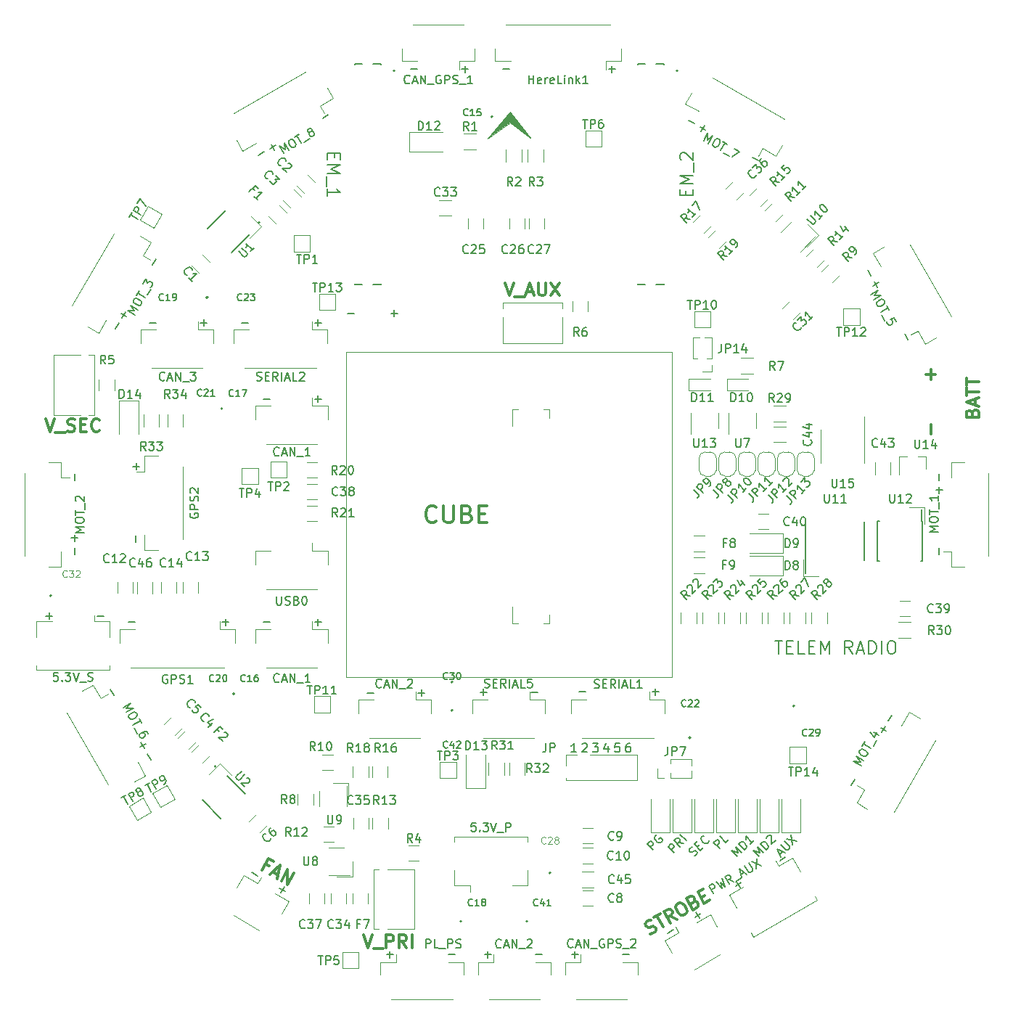
<source format=gto>
%TF.GenerationSoftware,KiCad,Pcbnew,(5.1.12)-1*%
%TF.CreationDate,2021-12-15T00:56:12-05:00*%
%TF.ProjectId,P2_PowerSystem,50325f50-6f77-4657-9253-797374656d2e,rev?*%
%TF.SameCoordinates,Original*%
%TF.FileFunction,Legend,Top*%
%TF.FilePolarity,Positive*%
%FSLAX46Y46*%
G04 Gerber Fmt 4.6, Leading zero omitted, Abs format (unit mm)*
G04 Created by KiCad (PCBNEW (5.1.12)-1) date 2021-12-15 00:56:12*
%MOMM*%
%LPD*%
G01*
G04 APERTURE LIST*
%ADD10C,0.150000*%
%ADD11C,0.120000*%
%ADD12C,0.300000*%
%ADD13C,0.200000*%
%ADD14C,0.100000*%
%ADD15C,0.127000*%
%ADD16O,1.000000X1.000000*%
%ADD17R,1.000000X1.000000*%
%ADD18R,0.800000X0.900000*%
%ADD19R,0.650000X1.060000*%
%ADD20R,0.600000X0.800000*%
%ADD21R,0.600000X2.000000*%
%ADD22R,0.800000X0.600000*%
%ADD23R,2.000000X0.600000*%
%ADD24R,1.700000X1.700000*%
%ADD25O,1.700000X1.700000*%
%ADD26C,4.000000*%
%ADD27C,3.500000*%
%ADD28R,3.500000X3.500000*%
%ADD29C,1.400000*%
%ADD30R,2.220000X0.740000*%
%ADD31C,1.420000*%
%ADD32C,1.524000*%
%ADD33C,1.440000*%
%ADD34R,0.450000X1.450000*%
%ADD35C,5.600000*%
%ADD36C,2.200000*%
%ADD37R,2.100000X1.400000*%
%ADD38R,1.150000X0.250000*%
%ADD39C,1.370000*%
%ADD40R,1.370000X1.370000*%
%ADD41R,1.060000X0.650000*%
%ADD42C,3.700000*%
%ADD43C,2.500000*%
%ADD44R,1.500000X1.500000*%
G04 APERTURE END LIST*
D10*
X176268071Y-114084147D02*
X176268071Y-114846052D01*
X175887119Y-114465100D02*
X176649023Y-114465100D01*
X176242671Y-122555047D02*
X176242671Y-123316952D01*
X190447549Y-162216480D02*
X189787720Y-161835527D01*
X193672614Y-164037870D02*
X193012785Y-163656917D01*
X193533176Y-163517479D02*
X193152224Y-164177308D01*
X178554574Y-90289623D02*
X178173621Y-90949452D01*
X174236574Y-97768619D02*
X173855621Y-98428448D01*
X174998574Y-96448796D02*
X174617621Y-97108625D01*
X174478183Y-96588234D02*
X175138012Y-96969186D01*
X198690949Y-73466121D02*
X198031120Y-73847074D01*
X191211953Y-77784121D02*
X190552124Y-78165074D01*
X192531776Y-77022121D02*
X191871947Y-77403074D01*
X192011385Y-76882683D02*
X192392337Y-77542512D01*
X248867877Y-78800073D02*
X248208048Y-78419120D01*
X241388881Y-74482073D02*
X240729052Y-74101120D01*
X242708704Y-75244073D02*
X242048875Y-74863120D01*
X242569266Y-74723682D02*
X242188314Y-75383511D01*
X173288121Y-140526050D02*
X173669074Y-141185879D01*
X177606121Y-148005046D02*
X177987074Y-148664875D01*
X176844121Y-146685223D02*
X177225074Y-147345052D01*
X176704683Y-147205614D02*
X177364512Y-146824662D01*
X266326379Y-99698448D02*
X265945426Y-99038619D01*
X262008379Y-92219452D02*
X261627426Y-91559623D01*
X262770379Y-93539275D02*
X262389426Y-92879446D01*
X262909817Y-93018884D02*
X262249988Y-93399836D01*
X259722424Y-151645375D02*
X260103377Y-150985546D01*
X264040425Y-144166380D02*
X264421378Y-143506551D01*
X263278425Y-145486203D02*
X263659378Y-144826374D01*
X263798816Y-145346765D02*
X263138987Y-144965813D01*
X169092571Y-115316047D02*
X169092571Y-116077952D01*
X169092571Y-123952047D02*
X169092571Y-124713952D01*
X169092571Y-122428047D02*
X169092571Y-123189952D01*
X168711619Y-122809000D02*
X169473523Y-122809000D01*
X269946428Y-116077952D02*
X269946428Y-115316047D01*
X269946428Y-117601952D02*
X269946428Y-116840047D01*
X270327380Y-117221000D02*
X269565476Y-117221000D01*
X269946428Y-124713952D02*
X269946428Y-123952047D01*
X242117103Y-166648371D02*
X241457274Y-167029324D01*
X241596712Y-166508933D02*
X241977664Y-167168762D01*
X238927200Y-168530664D02*
X238267371Y-168911617D01*
X246197896Y-163424628D02*
X246857725Y-163043675D01*
X246718287Y-163564066D02*
X246337335Y-162904237D01*
X251367202Y-160440128D02*
X252027031Y-160059175D01*
X204875000Y-140184142D02*
X204827380Y-140231761D01*
X204684523Y-140279380D01*
X204589285Y-140279380D01*
X204446428Y-140231761D01*
X204351190Y-140136523D01*
X204303571Y-140041285D01*
X204255952Y-139850809D01*
X204255952Y-139707952D01*
X204303571Y-139517476D01*
X204351190Y-139422238D01*
X204446428Y-139327000D01*
X204589285Y-139279380D01*
X204684523Y-139279380D01*
X204827380Y-139327000D01*
X204875000Y-139374619D01*
X205255952Y-139993666D02*
X205732142Y-139993666D01*
X205160714Y-140279380D02*
X205494047Y-139279380D01*
X205827380Y-140279380D01*
X206160714Y-140279380D02*
X206160714Y-139279380D01*
X206732142Y-140279380D01*
X206732142Y-139279380D01*
X206970238Y-140374619D02*
X207732142Y-140374619D01*
X207922619Y-139374619D02*
X207970238Y-139327000D01*
X208065476Y-139279380D01*
X208303571Y-139279380D01*
X208398809Y-139327000D01*
X208446428Y-139374619D01*
X208494047Y-139469857D01*
X208494047Y-139565095D01*
X208446428Y-139707952D01*
X207875000Y-140279380D01*
X208494047Y-140279380D01*
X200914047Y-96591428D02*
X201675952Y-96591428D01*
X205994047Y-96591428D02*
X206755952Y-96591428D01*
X206375000Y-96972380D02*
X206375000Y-96210476D01*
D11*
X254526599Y-88805137D02*
X255873637Y-87458099D01*
X255873637Y-87458099D02*
X254616401Y-86200863D01*
X187357137Y-150476401D02*
X186010099Y-149129363D01*
X186010099Y-149129363D02*
X184752863Y-150386599D01*
X189546276Y-87852943D02*
X190893313Y-86505905D01*
X190893313Y-86505905D02*
X189636077Y-85248669D01*
X199644000Y-162306000D02*
X201549000Y-162306000D01*
X201549000Y-162306000D02*
X201549000Y-160528000D01*
X201041000Y-153289000D02*
X201041000Y-151384000D01*
X201041000Y-151384000D02*
X199263000Y-151384000D01*
X268224000Y-121158000D02*
X268224000Y-119253000D01*
X268224000Y-119253000D02*
X266446000Y-119253000D01*
X254127000Y-127254000D02*
X255905000Y-127254000D01*
X254127000Y-125349000D02*
X254127000Y-127254000D01*
D10*
X232155952Y-68127571D02*
X231394047Y-68127571D01*
X231775000Y-67746619D02*
X231775000Y-68508523D01*
X219836952Y-68127571D02*
X219075047Y-68127571D01*
X215010952Y-68127571D02*
X214249047Y-68127571D01*
X214630000Y-67746619D02*
X214630000Y-68508523D01*
X209041952Y-68127571D02*
X208280047Y-68127571D01*
X197865952Y-97718571D02*
X197104047Y-97718571D01*
X197485000Y-97337619D02*
X197485000Y-98099523D01*
X189356952Y-97718571D02*
X188595047Y-97718571D01*
X184530952Y-97718571D02*
X183769047Y-97718571D01*
X184150000Y-97337619D02*
X184150000Y-98099523D01*
X178561952Y-97718571D02*
X177800047Y-97718571D01*
X192937000Y-113133142D02*
X192889380Y-113180761D01*
X192746523Y-113228380D01*
X192651285Y-113228380D01*
X192508428Y-113180761D01*
X192413190Y-113085523D01*
X192365571Y-112990285D01*
X192317952Y-112799809D01*
X192317952Y-112656952D01*
X192365571Y-112466476D01*
X192413190Y-112371238D01*
X192508428Y-112276000D01*
X192651285Y-112228380D01*
X192746523Y-112228380D01*
X192889380Y-112276000D01*
X192937000Y-112323619D01*
X193317952Y-112942666D02*
X193794142Y-112942666D01*
X193222714Y-113228380D02*
X193556047Y-112228380D01*
X193889380Y-113228380D01*
X194222714Y-113228380D02*
X194222714Y-112228380D01*
X194794142Y-113228380D01*
X194794142Y-112228380D01*
X195032238Y-113323619D02*
X195794142Y-113323619D01*
X196556047Y-113228380D02*
X195984619Y-113228380D01*
X196270333Y-113228380D02*
X196270333Y-112228380D01*
X196175095Y-112371238D01*
X196079857Y-112466476D01*
X195984619Y-112514095D01*
X197865952Y-106608571D02*
X197104047Y-106608571D01*
X197485000Y-106227619D02*
X197485000Y-106989523D01*
X191896952Y-106608571D02*
X191135047Y-106608571D01*
X197865952Y-132643571D02*
X197104047Y-132643571D01*
X197485000Y-132262619D02*
X197485000Y-133024523D01*
X191896952Y-132643571D02*
X191135047Y-132643571D01*
X192937000Y-139549142D02*
X192889380Y-139596761D01*
X192746523Y-139644380D01*
X192651285Y-139644380D01*
X192508428Y-139596761D01*
X192413190Y-139501523D01*
X192365571Y-139406285D01*
X192317952Y-139215809D01*
X192317952Y-139072952D01*
X192365571Y-138882476D01*
X192413190Y-138787238D01*
X192508428Y-138692000D01*
X192651285Y-138644380D01*
X192746523Y-138644380D01*
X192889380Y-138692000D01*
X192937000Y-138739619D01*
X193317952Y-139358666D02*
X193794142Y-139358666D01*
X193222714Y-139644380D02*
X193556047Y-138644380D01*
X193889380Y-139644380D01*
X194222714Y-139644380D02*
X194222714Y-138644380D01*
X194794142Y-139644380D01*
X194794142Y-138644380D01*
X195032238Y-139739619D02*
X195794142Y-139739619D01*
X196556047Y-139644380D02*
X195984619Y-139644380D01*
X196270333Y-139644380D02*
X196270333Y-138644380D01*
X196175095Y-138787238D01*
X196079857Y-138882476D01*
X195984619Y-138930095D01*
X187070952Y-132643571D02*
X186309047Y-132643571D01*
X186690000Y-132262619D02*
X186690000Y-133024523D01*
X176148952Y-132643571D02*
X175387047Y-132643571D01*
X165735047Y-131897428D02*
X166496952Y-131897428D01*
X166116000Y-132278380D02*
X166116000Y-131516476D01*
X171704047Y-131897428D02*
X172465952Y-131897428D01*
X237235952Y-140771571D02*
X236474047Y-140771571D01*
X236855000Y-140390619D02*
X236855000Y-141152523D01*
X228726952Y-140771571D02*
X227965047Y-140771571D01*
X216408047Y-140787428D02*
X217169952Y-140787428D01*
X216789000Y-141168380D02*
X216789000Y-140406476D01*
X222377047Y-140787428D02*
X223138952Y-140787428D01*
X209930952Y-140898571D02*
X209169047Y-140898571D01*
X209550000Y-140517619D02*
X209550000Y-141279523D01*
X203961952Y-140898571D02*
X203200047Y-140898571D01*
X205486047Y-171394428D02*
X206247952Y-171394428D01*
X205867000Y-171775380D02*
X205867000Y-171013476D01*
X212725047Y-171394428D02*
X213486952Y-171394428D01*
X216916047Y-171394428D02*
X217677952Y-171394428D01*
X217297000Y-171775380D02*
X217297000Y-171013476D01*
X222885047Y-171394428D02*
X223646952Y-171394428D01*
X233045047Y-171394428D02*
X233806952Y-171394428D01*
X227076047Y-171394428D02*
X227837952Y-171394428D01*
X227457000Y-171775380D02*
X227457000Y-171013476D01*
X199370142Y-77926714D02*
X199370142Y-78426714D01*
X198584428Y-78641000D02*
X198584428Y-77926714D01*
X200084428Y-77926714D01*
X200084428Y-78641000D01*
X198584428Y-79283857D02*
X200084428Y-79283857D01*
X199013000Y-79783857D01*
X200084428Y-80283857D01*
X198584428Y-80283857D01*
X198441571Y-80641000D02*
X198441571Y-81783857D01*
X198584428Y-82926714D02*
X198584428Y-82069571D01*
X198584428Y-82498142D02*
X200084428Y-82498142D01*
X199870142Y-82355285D01*
X199727285Y-82212428D01*
X199655857Y-82069571D01*
X240430857Y-82855285D02*
X240430857Y-82355285D01*
X241216571Y-82141000D02*
X241216571Y-82855285D01*
X239716571Y-82855285D01*
X239716571Y-82141000D01*
X241216571Y-81498142D02*
X239716571Y-81498142D01*
X240788000Y-80998142D01*
X239716571Y-80498142D01*
X241216571Y-80498142D01*
X241359428Y-80141000D02*
X241359428Y-78998142D01*
X239859428Y-78712428D02*
X239788000Y-78641000D01*
X239716571Y-78498142D01*
X239716571Y-78141000D01*
X239788000Y-77998142D01*
X239859428Y-77926714D01*
X240002285Y-77855285D01*
X240145142Y-77855285D01*
X240359428Y-77926714D01*
X241216571Y-78783857D01*
X241216571Y-77855285D01*
X179602000Y-104370142D02*
X179554380Y-104417761D01*
X179411523Y-104465380D01*
X179316285Y-104465380D01*
X179173428Y-104417761D01*
X179078190Y-104322523D01*
X179030571Y-104227285D01*
X178982952Y-104036809D01*
X178982952Y-103893952D01*
X179030571Y-103703476D01*
X179078190Y-103608238D01*
X179173428Y-103513000D01*
X179316285Y-103465380D01*
X179411523Y-103465380D01*
X179554380Y-103513000D01*
X179602000Y-103560619D01*
X179982952Y-104179666D02*
X180459142Y-104179666D01*
X179887714Y-104465380D02*
X180221047Y-103465380D01*
X180554380Y-104465380D01*
X180887714Y-104465380D02*
X180887714Y-103465380D01*
X181459142Y-104465380D01*
X181459142Y-103465380D01*
X181697238Y-104560619D02*
X182459142Y-104560619D01*
X182602000Y-103465380D02*
X183221047Y-103465380D01*
X182887714Y-103846333D01*
X183030571Y-103846333D01*
X183125809Y-103893952D01*
X183173428Y-103941571D01*
X183221047Y-104036809D01*
X183221047Y-104274904D01*
X183173428Y-104370142D01*
X183125809Y-104417761D01*
X183030571Y-104465380D01*
X182744857Y-104465380D01*
X182649619Y-104417761D01*
X182602000Y-104370142D01*
D11*
X238760000Y-139065000D02*
X238760000Y-101092000D01*
X200787000Y-139065000D02*
X238760000Y-139065000D01*
X200787000Y-101092000D02*
X200787000Y-139065000D01*
X238760000Y-101092000D02*
X200787000Y-101092000D01*
D12*
X211280666Y-120856285D02*
X211185428Y-120951523D01*
X210899714Y-121046761D01*
X210709238Y-121046761D01*
X210423523Y-120951523D01*
X210233047Y-120761047D01*
X210137809Y-120570571D01*
X210042571Y-120189619D01*
X210042571Y-119903904D01*
X210137809Y-119522952D01*
X210233047Y-119332476D01*
X210423523Y-119142000D01*
X210709238Y-119046761D01*
X210899714Y-119046761D01*
X211185428Y-119142000D01*
X211280666Y-119237238D01*
X212137809Y-119046761D02*
X212137809Y-120665809D01*
X212233047Y-120856285D01*
X212328285Y-120951523D01*
X212518761Y-121046761D01*
X212899714Y-121046761D01*
X213090190Y-120951523D01*
X213185428Y-120856285D01*
X213280666Y-120665809D01*
X213280666Y-119046761D01*
X214899714Y-119999142D02*
X215185428Y-120094380D01*
X215280666Y-120189619D01*
X215375904Y-120380095D01*
X215375904Y-120665809D01*
X215280666Y-120856285D01*
X215185428Y-120951523D01*
X214994952Y-121046761D01*
X214233047Y-121046761D01*
X214233047Y-119046761D01*
X214899714Y-119046761D01*
X215090190Y-119142000D01*
X215185428Y-119237238D01*
X215280666Y-119427714D01*
X215280666Y-119618190D01*
X215185428Y-119808666D01*
X215090190Y-119903904D01*
X214899714Y-119999142D01*
X214233047Y-119999142D01*
X216233047Y-119999142D02*
X216899714Y-119999142D01*
X217185428Y-121046761D02*
X216233047Y-121046761D01*
X216233047Y-119046761D01*
X217185428Y-119046761D01*
D13*
X250829857Y-134814571D02*
X251687000Y-134814571D01*
X251258428Y-136314571D02*
X251258428Y-134814571D01*
X252187000Y-135528857D02*
X252687000Y-135528857D01*
X252901285Y-136314571D02*
X252187000Y-136314571D01*
X252187000Y-134814571D01*
X252901285Y-134814571D01*
X254258428Y-136314571D02*
X253544142Y-136314571D01*
X253544142Y-134814571D01*
X254758428Y-135528857D02*
X255258428Y-135528857D01*
X255472714Y-136314571D02*
X254758428Y-136314571D01*
X254758428Y-134814571D01*
X255472714Y-134814571D01*
X256115571Y-136314571D02*
X256115571Y-134814571D01*
X256615571Y-135886000D01*
X257115571Y-134814571D01*
X257115571Y-136314571D01*
X259829857Y-136314571D02*
X259329857Y-135600285D01*
X258972714Y-136314571D02*
X258972714Y-134814571D01*
X259544142Y-134814571D01*
X259687000Y-134886000D01*
X259758428Y-134957428D01*
X259829857Y-135100285D01*
X259829857Y-135314571D01*
X259758428Y-135457428D01*
X259687000Y-135528857D01*
X259544142Y-135600285D01*
X258972714Y-135600285D01*
X260401285Y-135886000D02*
X261115571Y-135886000D01*
X260258428Y-136314571D02*
X260758428Y-134814571D01*
X261258428Y-136314571D01*
X261758428Y-136314571D02*
X261758428Y-134814571D01*
X262115571Y-134814571D01*
X262329857Y-134886000D01*
X262472714Y-135028857D01*
X262544142Y-135171714D01*
X262615571Y-135457428D01*
X262615571Y-135671714D01*
X262544142Y-135957428D01*
X262472714Y-136100285D01*
X262329857Y-136243142D01*
X262115571Y-136314571D01*
X261758428Y-136314571D01*
X263258428Y-136314571D02*
X263258428Y-134814571D01*
X264258428Y-134814571D02*
X264544142Y-134814571D01*
X264687000Y-134886000D01*
X264829857Y-135028857D01*
X264901285Y-135314571D01*
X264901285Y-135814571D01*
X264829857Y-136100285D01*
X264687000Y-136243142D01*
X264544142Y-136314571D01*
X264258428Y-136314571D01*
X264115571Y-136243142D01*
X263972714Y-136100285D01*
X263901285Y-135814571D01*
X263901285Y-135314571D01*
X263972714Y-135028857D01*
X264115571Y-134886000D01*
X264258428Y-134814571D01*
D12*
X268966142Y-110719714D02*
X268966142Y-109576857D01*
X268966142Y-104291142D02*
X268966142Y-103148285D01*
X269537571Y-103719714D02*
X268394714Y-103719714D01*
X273831857Y-108231571D02*
X273903285Y-108017285D01*
X273974714Y-107945857D01*
X274117571Y-107874428D01*
X274331857Y-107874428D01*
X274474714Y-107945857D01*
X274546142Y-108017285D01*
X274617571Y-108160142D01*
X274617571Y-108731571D01*
X273117571Y-108731571D01*
X273117571Y-108231571D01*
X273189000Y-108088714D01*
X273260428Y-108017285D01*
X273403285Y-107945857D01*
X273546142Y-107945857D01*
X273689000Y-108017285D01*
X273760428Y-108088714D01*
X273831857Y-108231571D01*
X273831857Y-108731571D01*
X274189000Y-107303000D02*
X274189000Y-106588714D01*
X274617571Y-107445857D02*
X273117571Y-106945857D01*
X274617571Y-106445857D01*
X273117571Y-106160142D02*
X273117571Y-105303000D01*
X274617571Y-105731571D02*
X273117571Y-105731571D01*
X273117571Y-105017285D02*
X273117571Y-104160142D01*
X274617571Y-104588714D02*
X273117571Y-104588714D01*
D10*
X243630396Y-164269201D02*
X243130396Y-163403176D01*
X243460310Y-163212700D01*
X243566598Y-163206320D01*
X243631647Y-163223750D01*
X243720506Y-163282419D01*
X243791934Y-163406137D01*
X243798314Y-163512425D01*
X243780884Y-163577474D01*
X243722215Y-163666332D01*
X243392301Y-163856808D01*
X243913943Y-162950795D02*
X244620139Y-163697773D01*
X244427954Y-162983945D01*
X244950054Y-163507297D01*
X244656250Y-162522224D01*
X245981036Y-162912059D02*
X245454266Y-162666332D01*
X245486165Y-163197773D02*
X244986165Y-162331747D01*
X245316079Y-162141271D01*
X245422367Y-162134892D01*
X245487416Y-162152321D01*
X245576274Y-162210990D01*
X245647703Y-162334708D01*
X245654083Y-162440996D01*
X245636653Y-162506045D01*
X245577984Y-162594904D01*
X245248069Y-162785380D01*
X246193612Y-162899299D02*
X246853441Y-162518347D01*
X246827922Y-162093194D02*
X247240315Y-161855099D01*
X246888301Y-162388249D02*
X246676976Y-161355557D01*
X247465651Y-162054916D01*
X247254326Y-161022224D02*
X247659088Y-161723292D01*
X247747947Y-161781961D01*
X247812995Y-161799391D01*
X247919284Y-161793011D01*
X248084241Y-161697773D01*
X248142910Y-161608915D01*
X248160340Y-161543866D01*
X248153960Y-161437578D01*
X247749198Y-160736509D01*
X248079112Y-160546033D02*
X249156463Y-161078725D01*
X248656463Y-160212700D02*
X248579112Y-161412059D01*
X167148095Y-138517380D02*
X166671904Y-138517380D01*
X166624285Y-138993571D01*
X166671904Y-138945952D01*
X166767142Y-138898333D01*
X167005238Y-138898333D01*
X167100476Y-138945952D01*
X167148095Y-138993571D01*
X167195714Y-139088809D01*
X167195714Y-139326904D01*
X167148095Y-139422142D01*
X167100476Y-139469761D01*
X167005238Y-139517380D01*
X166767142Y-139517380D01*
X166671904Y-139469761D01*
X166624285Y-139422142D01*
X167624285Y-139422142D02*
X167671904Y-139469761D01*
X167624285Y-139517380D01*
X167576666Y-139469761D01*
X167624285Y-139422142D01*
X167624285Y-139517380D01*
X168005238Y-138517380D02*
X168624285Y-138517380D01*
X168290952Y-138898333D01*
X168433809Y-138898333D01*
X168529047Y-138945952D01*
X168576666Y-138993571D01*
X168624285Y-139088809D01*
X168624285Y-139326904D01*
X168576666Y-139422142D01*
X168529047Y-139469761D01*
X168433809Y-139517380D01*
X168148095Y-139517380D01*
X168052857Y-139469761D01*
X168005238Y-139422142D01*
X168910000Y-138517380D02*
X169243333Y-139517380D01*
X169576666Y-138517380D01*
X169671904Y-139612619D02*
X170433809Y-139612619D01*
X170624285Y-139469761D02*
X170767142Y-139517380D01*
X171005238Y-139517380D01*
X171100476Y-139469761D01*
X171148095Y-139422142D01*
X171195714Y-139326904D01*
X171195714Y-139231666D01*
X171148095Y-139136428D01*
X171100476Y-139088809D01*
X171005238Y-139041190D01*
X170814761Y-138993571D01*
X170719523Y-138945952D01*
X170671904Y-138898333D01*
X170624285Y-138803095D01*
X170624285Y-138707857D01*
X170671904Y-138612619D01*
X170719523Y-138565000D01*
X170814761Y-138517380D01*
X171052857Y-138517380D01*
X171195714Y-138565000D01*
X215892285Y-156043380D02*
X215416095Y-156043380D01*
X215368476Y-156519571D01*
X215416095Y-156471952D01*
X215511333Y-156424333D01*
X215749428Y-156424333D01*
X215844666Y-156471952D01*
X215892285Y-156519571D01*
X215939904Y-156614809D01*
X215939904Y-156852904D01*
X215892285Y-156948142D01*
X215844666Y-156995761D01*
X215749428Y-157043380D01*
X215511333Y-157043380D01*
X215416095Y-156995761D01*
X215368476Y-156948142D01*
X216368476Y-156948142D02*
X216416095Y-156995761D01*
X216368476Y-157043380D01*
X216320857Y-156995761D01*
X216368476Y-156948142D01*
X216368476Y-157043380D01*
X216749428Y-156043380D02*
X217368476Y-156043380D01*
X217035142Y-156424333D01*
X217178000Y-156424333D01*
X217273238Y-156471952D01*
X217320857Y-156519571D01*
X217368476Y-156614809D01*
X217368476Y-156852904D01*
X217320857Y-156948142D01*
X217273238Y-156995761D01*
X217178000Y-157043380D01*
X216892285Y-157043380D01*
X216797047Y-156995761D01*
X216749428Y-156948142D01*
X217654190Y-156043380D02*
X217987523Y-157043380D01*
X218320857Y-156043380D01*
X218416095Y-157138619D02*
X219178000Y-157138619D01*
X219416095Y-157043380D02*
X219416095Y-156043380D01*
X219797047Y-156043380D01*
X219892285Y-156091000D01*
X219939904Y-156138619D01*
X219987523Y-156233857D01*
X219987523Y-156376714D01*
X219939904Y-156471952D01*
X219892285Y-156519571D01*
X219797047Y-156567190D01*
X219416095Y-156567190D01*
X210066190Y-170632380D02*
X210066190Y-169632380D01*
X210447142Y-169632380D01*
X210542380Y-169680000D01*
X210590000Y-169727619D01*
X210637619Y-169822857D01*
X210637619Y-169965714D01*
X210590000Y-170060952D01*
X210542380Y-170108571D01*
X210447142Y-170156190D01*
X210066190Y-170156190D01*
X211542380Y-170632380D02*
X211066190Y-170632380D01*
X211066190Y-169632380D01*
X211637619Y-170727619D02*
X212399523Y-170727619D01*
X212637619Y-170632380D02*
X212637619Y-169632380D01*
X213018571Y-169632380D01*
X213113809Y-169680000D01*
X213161428Y-169727619D01*
X213209047Y-169822857D01*
X213209047Y-169965714D01*
X213161428Y-170060952D01*
X213113809Y-170108571D01*
X213018571Y-170156190D01*
X212637619Y-170156190D01*
X213590000Y-170584761D02*
X213732857Y-170632380D01*
X213970952Y-170632380D01*
X214066190Y-170584761D01*
X214113809Y-170537142D01*
X214161428Y-170441904D01*
X214161428Y-170346666D01*
X214113809Y-170251428D01*
X214066190Y-170203809D01*
X213970952Y-170156190D01*
X213780476Y-170108571D01*
X213685238Y-170060952D01*
X213637619Y-170013333D01*
X213590000Y-169918095D01*
X213590000Y-169822857D01*
X213637619Y-169727619D01*
X213685238Y-169680000D01*
X213780476Y-169632380D01*
X214018571Y-169632380D01*
X214161428Y-169680000D01*
X218845000Y-170537142D02*
X218797380Y-170584761D01*
X218654523Y-170632380D01*
X218559285Y-170632380D01*
X218416428Y-170584761D01*
X218321190Y-170489523D01*
X218273571Y-170394285D01*
X218225952Y-170203809D01*
X218225952Y-170060952D01*
X218273571Y-169870476D01*
X218321190Y-169775238D01*
X218416428Y-169680000D01*
X218559285Y-169632380D01*
X218654523Y-169632380D01*
X218797380Y-169680000D01*
X218845000Y-169727619D01*
X219225952Y-170346666D02*
X219702142Y-170346666D01*
X219130714Y-170632380D02*
X219464047Y-169632380D01*
X219797380Y-170632380D01*
X220130714Y-170632380D02*
X220130714Y-169632380D01*
X220702142Y-170632380D01*
X220702142Y-169632380D01*
X220940238Y-170727619D02*
X221702142Y-170727619D01*
X221892619Y-169727619D02*
X221940238Y-169680000D01*
X222035476Y-169632380D01*
X222273571Y-169632380D01*
X222368809Y-169680000D01*
X222416428Y-169727619D01*
X222464047Y-169822857D01*
X222464047Y-169918095D01*
X222416428Y-170060952D01*
X221845000Y-170632380D01*
X222464047Y-170632380D01*
X251362785Y-159743316D02*
X251699503Y-159406599D01*
X251497472Y-160012690D02*
X251026068Y-159069881D01*
X251968877Y-159541286D01*
X251497472Y-158598477D02*
X252069892Y-159170896D01*
X252170907Y-159204568D01*
X252238251Y-159204568D01*
X252339266Y-159170896D01*
X252473953Y-159036209D01*
X252507625Y-158935194D01*
X252507625Y-158867851D01*
X252473953Y-158766835D01*
X251901533Y-158194416D01*
X252170907Y-157925042D02*
X253349418Y-158160744D01*
X252642312Y-157453637D02*
X252878014Y-158632148D01*
X248974308Y-159995854D02*
X248267201Y-159288748D01*
X249007980Y-159558122D01*
X248738606Y-158817343D01*
X249445712Y-159524450D01*
X249782430Y-159187732D02*
X249075323Y-158480625D01*
X249243682Y-158312267D01*
X249378369Y-158244923D01*
X249513056Y-158244923D01*
X249614071Y-158278595D01*
X249782430Y-158379610D01*
X249883445Y-158480625D01*
X249984461Y-158648984D01*
X250018132Y-158750000D01*
X250018132Y-158884687D01*
X249950789Y-159019374D01*
X249782430Y-159187732D01*
X249816102Y-157874534D02*
X249816102Y-157807190D01*
X249849774Y-157706175D01*
X250018132Y-157537816D01*
X250119148Y-157504145D01*
X250186491Y-157504145D01*
X250287506Y-157537816D01*
X250354850Y-157605160D01*
X250422193Y-157739847D01*
X250422193Y-158547969D01*
X250859926Y-158110236D01*
X246434308Y-159995854D02*
X245727201Y-159288748D01*
X246467980Y-159558122D01*
X246198606Y-158817343D01*
X246905712Y-159524450D01*
X247242430Y-159187732D02*
X246535323Y-158480625D01*
X246703682Y-158312267D01*
X246838369Y-158244923D01*
X246973056Y-158244923D01*
X247074071Y-158278595D01*
X247242430Y-158379610D01*
X247343445Y-158480625D01*
X247444461Y-158648984D01*
X247478132Y-158750000D01*
X247478132Y-158884687D01*
X247410789Y-159019374D01*
X247242430Y-159187732D01*
X248319926Y-158110236D02*
X247915865Y-158514297D01*
X248117896Y-158312267D02*
X247410789Y-157605160D01*
X247444461Y-157773519D01*
X247444461Y-157908206D01*
X247410789Y-158009221D01*
X244348877Y-159033286D02*
X243641770Y-158326179D01*
X243911144Y-158056805D01*
X244012159Y-158023133D01*
X244079503Y-158023133D01*
X244180518Y-158056805D01*
X244281533Y-158157820D01*
X244315205Y-158258835D01*
X244315205Y-158326179D01*
X244281533Y-158427194D01*
X244012159Y-158696568D01*
X245392701Y-157989461D02*
X245055983Y-158326179D01*
X244348877Y-157619072D01*
X241371144Y-159911675D02*
X241505831Y-159844331D01*
X241674190Y-159675973D01*
X241707861Y-159574957D01*
X241707861Y-159507614D01*
X241674190Y-159406599D01*
X241606846Y-159339255D01*
X241505831Y-159305583D01*
X241438487Y-159305583D01*
X241337472Y-159339255D01*
X241169113Y-159440270D01*
X241068098Y-159473942D01*
X241000755Y-159473942D01*
X240899739Y-159440270D01*
X240832396Y-159372927D01*
X240798724Y-159271912D01*
X240798724Y-159204568D01*
X240832396Y-159103553D01*
X241000755Y-158935194D01*
X241135442Y-158867851D01*
X241741533Y-158867851D02*
X241977235Y-158632148D01*
X242448640Y-158901522D02*
X242111922Y-159238240D01*
X241404816Y-158531133D01*
X241741533Y-158194416D01*
X243088403Y-158127072D02*
X243088403Y-158194416D01*
X243021060Y-158329103D01*
X242953716Y-158396446D01*
X242819029Y-158463790D01*
X242684342Y-158463790D01*
X242583327Y-158430118D01*
X242414968Y-158329103D01*
X242313953Y-158228087D01*
X242212938Y-158059729D01*
X242179266Y-157958713D01*
X242179266Y-157824026D01*
X242246609Y-157689339D01*
X242313953Y-157621996D01*
X242448640Y-157554652D01*
X242515983Y-157554652D01*
X239033174Y-159522988D02*
X238326068Y-158815881D01*
X238595442Y-158546507D01*
X238696457Y-158512835D01*
X238763800Y-158512835D01*
X238864816Y-158546507D01*
X238965831Y-158647522D01*
X238999503Y-158748538D01*
X238999503Y-158815881D01*
X238965831Y-158916896D01*
X238696457Y-159186270D01*
X240144342Y-158411820D02*
X239571922Y-158310805D01*
X239740281Y-158815881D02*
X239033174Y-158108774D01*
X239302548Y-157839400D01*
X239403564Y-157805729D01*
X239470907Y-157805729D01*
X239571922Y-157839400D01*
X239672938Y-157940416D01*
X239706609Y-158041431D01*
X239706609Y-158108774D01*
X239672938Y-158209790D01*
X239403564Y-158479164D01*
X240447388Y-158108774D02*
X239740281Y-157401668D01*
X236610733Y-159202229D02*
X235903626Y-158495122D01*
X236173000Y-158225748D01*
X236274016Y-158192077D01*
X236341359Y-158192077D01*
X236442374Y-158225748D01*
X236543390Y-158326764D01*
X236577061Y-158427779D01*
X236577061Y-158495122D01*
X236543390Y-158596138D01*
X236274016Y-158865512D01*
X237014794Y-157451298D02*
X236913779Y-157484970D01*
X236812764Y-157585985D01*
X236745420Y-157720672D01*
X236745420Y-157855359D01*
X236779092Y-157956374D01*
X236880107Y-158124733D01*
X236981122Y-158225748D01*
X237149481Y-158326764D01*
X237250496Y-158360435D01*
X237385183Y-158360435D01*
X237519870Y-158293092D01*
X237587214Y-158225748D01*
X237654557Y-158091061D01*
X237654557Y-158023718D01*
X237418855Y-157788016D01*
X237284168Y-157922703D01*
D12*
X236265399Y-168979543D02*
X236486690Y-168934260D01*
X236795985Y-168755688D01*
X236883988Y-168622401D01*
X236910133Y-168524827D01*
X236900563Y-168365395D01*
X236829135Y-168241677D01*
X236695847Y-168153674D01*
X236598274Y-168127529D01*
X236438842Y-168137099D01*
X236155692Y-168218097D01*
X235996260Y-168227666D01*
X235898686Y-168201522D01*
X235765399Y-168113518D01*
X235693970Y-167989800D01*
X235684401Y-167830368D01*
X235710545Y-167732795D01*
X235798549Y-167599507D01*
X236107844Y-167420936D01*
X236329135Y-167375652D01*
X236664574Y-167099507D02*
X237406882Y-166670936D01*
X237785728Y-168184260D02*
X237035728Y-166885221D01*
X239332202Y-167291402D02*
X238542046Y-166922813D01*
X238589895Y-167719974D02*
X237839895Y-166420936D01*
X238334766Y-166135221D01*
X238494198Y-166125652D01*
X238591772Y-166151797D01*
X238725059Y-166239800D01*
X238832202Y-166425377D01*
X238841772Y-166584809D01*
X238815627Y-166682382D01*
X238727623Y-166815670D01*
X238232752Y-167101384D01*
X239386368Y-165528079D02*
X239633804Y-165385221D01*
X239793236Y-165375652D01*
X239988383Y-165427941D01*
X240193099Y-165639663D01*
X240443099Y-166072675D01*
X240524097Y-166355826D01*
X240471808Y-166550972D01*
X240383804Y-166684260D01*
X240136368Y-166827117D01*
X239976936Y-166836686D01*
X239781790Y-166784397D01*
X239577074Y-166572675D01*
X239327074Y-166139663D01*
X239246075Y-165856513D01*
X239298365Y-165661366D01*
X239386368Y-165528079D01*
X241289985Y-165253811D02*
X241511276Y-165208527D01*
X241608850Y-165234672D01*
X241742137Y-165322675D01*
X241849280Y-165508252D01*
X241858850Y-165667685D01*
X241832705Y-165765258D01*
X241744701Y-165898545D01*
X241249830Y-166184260D01*
X240499830Y-164885221D01*
X240932842Y-164635221D01*
X241092275Y-164625652D01*
X241189848Y-164651797D01*
X241323135Y-164739800D01*
X241394564Y-164863518D01*
X241404134Y-165022950D01*
X241377989Y-165120524D01*
X241289985Y-165253811D01*
X240856973Y-165503811D01*
X242156011Y-164753811D02*
X242589023Y-164503811D01*
X243167457Y-165077117D02*
X242548868Y-165434260D01*
X241798868Y-164135221D01*
X242417457Y-163778079D01*
X202811428Y-169104571D02*
X203311428Y-170604571D01*
X203811428Y-169104571D01*
X203954285Y-170747428D02*
X205097142Y-170747428D01*
X205454285Y-170604571D02*
X205454285Y-169104571D01*
X206025714Y-169104571D01*
X206168571Y-169176000D01*
X206240000Y-169247428D01*
X206311428Y-169390285D01*
X206311428Y-169604571D01*
X206240000Y-169747428D01*
X206168571Y-169818857D01*
X206025714Y-169890285D01*
X205454285Y-169890285D01*
X207811428Y-170604571D02*
X207311428Y-169890285D01*
X206954285Y-170604571D02*
X206954285Y-169104571D01*
X207525714Y-169104571D01*
X207668571Y-169176000D01*
X207740000Y-169247428D01*
X207811428Y-169390285D01*
X207811428Y-169604571D01*
X207740000Y-169747428D01*
X207668571Y-169818857D01*
X207525714Y-169890285D01*
X206954285Y-169890285D01*
X208454285Y-170604571D02*
X208454285Y-169104571D01*
X165695714Y-108906571D02*
X166195714Y-110406571D01*
X166695714Y-108906571D01*
X166838571Y-110549428D02*
X167981428Y-110549428D01*
X168267142Y-110335142D02*
X168481428Y-110406571D01*
X168838571Y-110406571D01*
X168981428Y-110335142D01*
X169052857Y-110263714D01*
X169124285Y-110120857D01*
X169124285Y-109978000D01*
X169052857Y-109835142D01*
X168981428Y-109763714D01*
X168838571Y-109692285D01*
X168552857Y-109620857D01*
X168410000Y-109549428D01*
X168338571Y-109478000D01*
X168267142Y-109335142D01*
X168267142Y-109192285D01*
X168338571Y-109049428D01*
X168410000Y-108978000D01*
X168552857Y-108906571D01*
X168910000Y-108906571D01*
X169124285Y-108978000D01*
X169767142Y-109620857D02*
X170267142Y-109620857D01*
X170481428Y-110406571D02*
X169767142Y-110406571D01*
X169767142Y-108906571D01*
X170481428Y-108906571D01*
X171981428Y-110263714D02*
X171910000Y-110335142D01*
X171695714Y-110406571D01*
X171552857Y-110406571D01*
X171338571Y-110335142D01*
X171195714Y-110192285D01*
X171124285Y-110049428D01*
X171052857Y-109763714D01*
X171052857Y-109549428D01*
X171124285Y-109263714D01*
X171195714Y-109120857D01*
X171338571Y-108978000D01*
X171552857Y-108906571D01*
X171695714Y-108906571D01*
X171910000Y-108978000D01*
X171981428Y-109049428D01*
X219289714Y-93031571D02*
X219789714Y-94531571D01*
X220289714Y-93031571D01*
X220432571Y-94674428D02*
X221575428Y-94674428D01*
X221861142Y-94103000D02*
X222575428Y-94103000D01*
X221718285Y-94531571D02*
X222218285Y-93031571D01*
X222718285Y-94531571D01*
X223218285Y-93031571D02*
X223218285Y-94245857D01*
X223289714Y-94388714D01*
X223361142Y-94460142D01*
X223504000Y-94531571D01*
X223789714Y-94531571D01*
X223932571Y-94460142D01*
X224004000Y-94388714D01*
X224075428Y-94245857D01*
X224075428Y-93031571D01*
X224646857Y-93031571D02*
X225646857Y-94531571D01*
X225646857Y-93031571D02*
X224646857Y-94531571D01*
X191787969Y-161098068D02*
X191354956Y-160848068D01*
X190962099Y-161528517D02*
X191712099Y-160229479D01*
X192330688Y-160586621D01*
X192227987Y-161764506D02*
X192846576Y-162121649D01*
X191889983Y-162064231D02*
X193072996Y-161015193D01*
X192756009Y-162564231D01*
X193189021Y-162814231D02*
X193939021Y-161515193D01*
X193931329Y-163242802D01*
X194681329Y-161943764D01*
D10*
X233870476Y-146772380D02*
X233680000Y-146772380D01*
X233584761Y-146820000D01*
X233537142Y-146867619D01*
X233441904Y-147010476D01*
X233394285Y-147200952D01*
X233394285Y-147581904D01*
X233441904Y-147677142D01*
X233489523Y-147724761D01*
X233584761Y-147772380D01*
X233775238Y-147772380D01*
X233870476Y-147724761D01*
X233918095Y-147677142D01*
X233965714Y-147581904D01*
X233965714Y-147343809D01*
X233918095Y-147248571D01*
X233870476Y-147200952D01*
X233775238Y-147153333D01*
X233584761Y-147153333D01*
X233489523Y-147200952D01*
X233441904Y-147248571D01*
X233394285Y-147343809D01*
X232648095Y-146772380D02*
X232171904Y-146772380D01*
X232124285Y-147248571D01*
X232171904Y-147200952D01*
X232267142Y-147153333D01*
X232505238Y-147153333D01*
X232600476Y-147200952D01*
X232648095Y-147248571D01*
X232695714Y-147343809D01*
X232695714Y-147581904D01*
X232648095Y-147677142D01*
X232600476Y-147724761D01*
X232505238Y-147772380D01*
X232267142Y-147772380D01*
X232171904Y-147724761D01*
X232124285Y-147677142D01*
X231330476Y-147105714D02*
X231330476Y-147772380D01*
X231092380Y-146724761D02*
X230854285Y-147439047D01*
X231473333Y-147439047D01*
X229536666Y-146772380D02*
X230155714Y-146772380D01*
X229822380Y-147153333D01*
X229965238Y-147153333D01*
X230060476Y-147200952D01*
X230108095Y-147248571D01*
X230155714Y-147343809D01*
X230155714Y-147581904D01*
X230108095Y-147677142D01*
X230060476Y-147724761D01*
X229965238Y-147772380D01*
X229679523Y-147772380D01*
X229584285Y-147724761D01*
X229536666Y-147677142D01*
X228314285Y-146867619D02*
X228361904Y-146820000D01*
X228457142Y-146772380D01*
X228695238Y-146772380D01*
X228790476Y-146820000D01*
X228838095Y-146867619D01*
X228885714Y-146962857D01*
X228885714Y-147058095D01*
X228838095Y-147200952D01*
X228266666Y-147772380D01*
X228885714Y-147772380D01*
X224083761Y-146772380D02*
X224083761Y-147486666D01*
X224036142Y-147629523D01*
X223940904Y-147724761D01*
X223798047Y-147772380D01*
X223702809Y-147772380D01*
X224559952Y-147772380D02*
X224559952Y-146772380D01*
X224940904Y-146772380D01*
X225036142Y-146820000D01*
X225083761Y-146867619D01*
X225131380Y-146962857D01*
X225131380Y-147105714D01*
X225083761Y-147200952D01*
X225036142Y-147248571D01*
X224940904Y-147296190D01*
X224559952Y-147296190D01*
X227607571Y-147772380D02*
X227036142Y-147772380D01*
X227321857Y-147772380D02*
X227321857Y-146772380D01*
X227226619Y-146915238D01*
X227131380Y-147010476D01*
X227036142Y-147058095D01*
D11*
X226441000Y-151066500D02*
X226441000Y-150812500D01*
X234759500Y-148145500D02*
X229235000Y-148145500D01*
X234759500Y-151066500D02*
X234759500Y-148145500D01*
X226441000Y-151066500D02*
X234759500Y-151066500D01*
X226441000Y-148145500D02*
X226441000Y-149415500D01*
X227711000Y-148145500D02*
X226441000Y-148145500D01*
X226441000Y-148145500D02*
X227711000Y-148145500D01*
D14*
G36*
X222330000Y-76259434D02*
G01*
X219917000Y-74354434D01*
X217250000Y-76259434D01*
X219917000Y-73084434D01*
X222330000Y-76259434D01*
G37*
X222330000Y-76259434D02*
X219917000Y-74354434D01*
X217250000Y-76259434D01*
X219917000Y-73084434D01*
X222330000Y-76259434D01*
D11*
%TO.C,C46*%
X176382000Y-127914348D02*
X176382000Y-129336852D01*
X178202000Y-127914348D02*
X178202000Y-129336852D01*
%TO.C,C45*%
X228244348Y-163597000D02*
X229666852Y-163597000D01*
X228244348Y-161777000D02*
X229666852Y-161777000D01*
%TO.C,C33*%
X211632748Y-85238000D02*
X213055252Y-85238000D01*
X211632748Y-83418000D02*
X213055252Y-83418000D01*
%TO.C,C38*%
X197405064Y-116497434D02*
X196200936Y-116497434D01*
X197405064Y-118317434D02*
X196200936Y-118317434D01*
%TO.C,U15*%
X256139000Y-112141000D02*
X256139000Y-114091000D01*
X256139000Y-112141000D02*
X256139000Y-110191000D01*
X261259000Y-112141000D02*
X261259000Y-114091000D01*
X261259000Y-112141000D02*
X261259000Y-108691000D01*
%TO.C,U14*%
X268407000Y-113286000D02*
X267477000Y-113286000D01*
X265247000Y-113286000D02*
X266177000Y-113286000D01*
X265247000Y-113286000D02*
X265247000Y-115446000D01*
X268407000Y-113286000D02*
X268407000Y-114746000D01*
%TO.C,U13*%
X244180000Y-109993000D02*
X244180000Y-108193000D01*
X240960000Y-108193000D02*
X240960000Y-110643000D01*
%TO.C,U7*%
X248625000Y-109993000D02*
X248625000Y-108193000D01*
X245405000Y-108193000D02*
X245405000Y-110643000D01*
%TO.C,R34*%
X179938000Y-109820064D02*
X179938000Y-108365936D01*
X181758000Y-109820064D02*
X181758000Y-108365936D01*
%TO.C,R33*%
X178964000Y-108365936D02*
X178964000Y-109820064D01*
X177144000Y-108365936D02*
X177144000Y-109820064D01*
%TO.C,R32*%
X221636000Y-149005936D02*
X221636000Y-150460064D01*
X219816000Y-149005936D02*
X219816000Y-150460064D01*
%TO.C,R31*%
X217403000Y-150460064D02*
X217403000Y-149005936D01*
X219223000Y-150460064D02*
X219223000Y-149005936D01*
%TO.C,R30*%
X265210936Y-132630500D02*
X266665064Y-132630500D01*
X265210936Y-134450500D02*
X266665064Y-134450500D01*
%TO.C,R29*%
X250605936Y-107421000D02*
X252060064Y-107421000D01*
X250605936Y-109241000D02*
X252060064Y-109241000D01*
%TO.C,R7*%
X246795936Y-101833000D02*
X248250064Y-101833000D01*
X246795936Y-103653000D02*
X248250064Y-103653000D01*
%TO.C,R3*%
X223795000Y-77504936D02*
X223795000Y-78959064D01*
X221975000Y-77504936D02*
X221975000Y-78959064D01*
%TO.C,R2*%
X219435000Y-78959064D02*
X219435000Y-77504936D01*
X221255000Y-78959064D02*
X221255000Y-77504936D01*
%TO.C,R1*%
X215941264Y-77491000D02*
X214487136Y-77491000D01*
X215941264Y-75671000D02*
X214487136Y-75671000D01*
%TO.C,JP14*%
X243426000Y-99381000D02*
X242623530Y-99381000D01*
X242008470Y-99381000D02*
X241206000Y-99381000D01*
X243426000Y-101856000D02*
X243426000Y-99381000D01*
X241206000Y-101856000D02*
X241206000Y-99381000D01*
X243426000Y-101856000D02*
X242879471Y-101856000D01*
X241752529Y-101856000D02*
X241206000Y-101856000D01*
X243426000Y-102616000D02*
X243426000Y-103376000D01*
X243426000Y-103376000D02*
X242316000Y-103376000D01*
%TO.C,JP13*%
X254081000Y-112773000D02*
X254681000Y-112773000D01*
X253381000Y-114873000D02*
X253381000Y-113473000D01*
X254681000Y-115573000D02*
X254081000Y-115573000D01*
X255381000Y-113473000D02*
X255381000Y-114873000D01*
X254681000Y-112773000D02*
G75*
G02*
X255381000Y-113473000I0J-700000D01*
G01*
X253381000Y-113473000D02*
G75*
G02*
X254081000Y-112773000I700000J0D01*
G01*
X254081000Y-115573000D02*
G75*
G02*
X253381000Y-114873000I0J700000D01*
G01*
X255381000Y-114873000D02*
G75*
G02*
X254681000Y-115573000I-700000J0D01*
G01*
%TO.C,JP12*%
X251795000Y-112773000D02*
X252395000Y-112773000D01*
X251095000Y-114873000D02*
X251095000Y-113473000D01*
X252395000Y-115573000D02*
X251795000Y-115573000D01*
X253095000Y-113473000D02*
X253095000Y-114873000D01*
X252395000Y-112773000D02*
G75*
G02*
X253095000Y-113473000I0J-700000D01*
G01*
X251095000Y-113473000D02*
G75*
G02*
X251795000Y-112773000I700000J0D01*
G01*
X251795000Y-115573000D02*
G75*
G02*
X251095000Y-114873000I0J700000D01*
G01*
X253095000Y-114873000D02*
G75*
G02*
X252395000Y-115573000I-700000J0D01*
G01*
%TO.C,JP11*%
X249509000Y-112773000D02*
X250109000Y-112773000D01*
X248809000Y-114873000D02*
X248809000Y-113473000D01*
X250109000Y-115573000D02*
X249509000Y-115573000D01*
X250809000Y-113473000D02*
X250809000Y-114873000D01*
X250109000Y-112773000D02*
G75*
G02*
X250809000Y-113473000I0J-700000D01*
G01*
X248809000Y-113473000D02*
G75*
G02*
X249509000Y-112773000I700000J0D01*
G01*
X249509000Y-115573000D02*
G75*
G02*
X248809000Y-114873000I0J700000D01*
G01*
X250809000Y-114873000D02*
G75*
G02*
X250109000Y-115573000I-700000J0D01*
G01*
%TO.C,JP10*%
X247823000Y-115573000D02*
X247223000Y-115573000D01*
X248523000Y-113473000D02*
X248523000Y-114873000D01*
X247223000Y-112773000D02*
X247823000Y-112773000D01*
X246523000Y-114873000D02*
X246523000Y-113473000D01*
X247223000Y-115573000D02*
G75*
G02*
X246523000Y-114873000I0J700000D01*
G01*
X248523000Y-114873000D02*
G75*
G02*
X247823000Y-115573000I-700000J0D01*
G01*
X247823000Y-112773000D02*
G75*
G02*
X248523000Y-113473000I0J-700000D01*
G01*
X246523000Y-113473000D02*
G75*
G02*
X247223000Y-112773000I700000J0D01*
G01*
%TO.C,JP9*%
X243251000Y-115573000D02*
X242651000Y-115573000D01*
X243951000Y-113473000D02*
X243951000Y-114873000D01*
X242651000Y-112773000D02*
X243251000Y-112773000D01*
X241951000Y-114873000D02*
X241951000Y-113473000D01*
X242651000Y-115573000D02*
G75*
G02*
X241951000Y-114873000I0J700000D01*
G01*
X243951000Y-114873000D02*
G75*
G02*
X243251000Y-115573000I-700000J0D01*
G01*
X243251000Y-112773000D02*
G75*
G02*
X243951000Y-113473000I0J-700000D01*
G01*
X241951000Y-113473000D02*
G75*
G02*
X242651000Y-112773000I700000J0D01*
G01*
%TO.C,JP8*%
X245537000Y-115573000D02*
X244937000Y-115573000D01*
X246237000Y-113473000D02*
X246237000Y-114873000D01*
X244937000Y-112773000D02*
X245537000Y-112773000D01*
X244237000Y-114873000D02*
X244237000Y-113473000D01*
X244937000Y-115573000D02*
G75*
G02*
X244237000Y-114873000I0J700000D01*
G01*
X246237000Y-114873000D02*
G75*
G02*
X245537000Y-115573000I-700000J0D01*
G01*
X245537000Y-112773000D02*
G75*
G02*
X246237000Y-113473000I0J-700000D01*
G01*
X244237000Y-113473000D02*
G75*
G02*
X244937000Y-112773000I700000J0D01*
G01*
%TO.C,D14*%
X176522000Y-110693000D02*
X176522000Y-106808000D01*
X176522000Y-106808000D02*
X174252000Y-106808000D01*
X174252000Y-106808000D02*
X174252000Y-110693000D01*
%TO.C,D13*%
X214765000Y-148133000D02*
X214765000Y-152018000D01*
X214765000Y-152018000D02*
X217035000Y-152018000D01*
X217035000Y-152018000D02*
X217035000Y-148133000D01*
%TO.C,D12*%
X212013600Y-75446000D02*
X208128600Y-75446000D01*
X208128600Y-75446000D02*
X208128600Y-77716000D01*
X208128600Y-77716000D02*
X212013600Y-77716000D01*
%TO.C,D11*%
X243243000Y-104217000D02*
X240758000Y-104217000D01*
X240758000Y-104217000D02*
X240758000Y-105587000D01*
X240758000Y-105587000D02*
X243243000Y-105587000D01*
%TO.C,D10*%
X247688000Y-104217000D02*
X245203000Y-104217000D01*
X245203000Y-104217000D02*
X245203000Y-105587000D01*
X245203000Y-105587000D02*
X247688000Y-105587000D01*
%TO.C,C44*%
X250621748Y-109834000D02*
X252044252Y-109834000D01*
X250621748Y-111654000D02*
X252044252Y-111654000D01*
%TO.C,C43*%
X262488000Y-115392252D02*
X262488000Y-113969748D01*
X264308000Y-115392252D02*
X264308000Y-113969748D01*
%TO.C,J11*%
X187659766Y-166843429D02*
X190630234Y-168558429D01*
X194083387Y-165217391D02*
X192481240Y-164292391D01*
X193258387Y-166646333D02*
X194083387Y-165217391D01*
X190428760Y-163107391D02*
X190823760Y-162423231D01*
X188826613Y-162182391D02*
X190428760Y-163107391D01*
X188001613Y-163611333D02*
X188826613Y-162182391D01*
%TO.C,J10*%
X164625000Y-138230000D02*
X164625000Y-137680000D01*
X173195000Y-138230000D02*
X164625000Y-138230000D01*
X173195000Y-137680000D02*
X173195000Y-138230000D01*
X164625000Y-132560000D02*
X166475000Y-132560000D01*
X164625000Y-134360000D02*
X164625000Y-132560000D01*
X171345000Y-132560000D02*
X171345000Y-131820000D01*
X173195000Y-132560000D02*
X171345000Y-132560000D01*
X173195000Y-134360000D02*
X173195000Y-132560000D01*
%TO.C,J9*%
X221963000Y-157680000D02*
X221963000Y-158230000D01*
X213393000Y-157680000D02*
X221963000Y-157680000D01*
X213393000Y-158230000D02*
X213393000Y-157680000D01*
X221963000Y-163350000D02*
X220113000Y-163350000D01*
X221963000Y-161550000D02*
X221963000Y-163350000D01*
X215243000Y-163350000D02*
X215243000Y-164090000D01*
X213393000Y-163350000D02*
X215243000Y-163350000D01*
X213393000Y-161550000D02*
X213393000Y-163350000D01*
%TO.C,J8*%
X248284081Y-169352852D02*
X248009081Y-168876538D01*
X255705919Y-165067852D02*
X248284081Y-169352852D01*
X255430919Y-164591538D02*
X255705919Y-165067852D01*
X245449081Y-164442488D02*
X247051228Y-163517488D01*
X246349081Y-166001333D02*
X245449081Y-164442488D01*
X251268772Y-161082488D02*
X250898772Y-160441629D01*
X252870919Y-160157488D02*
X251268772Y-161082488D01*
X253770919Y-161716333D02*
X252870919Y-160157488D01*
%TO.C,J7*%
X241423766Y-173130429D02*
X244394234Y-171415429D01*
X243227387Y-166754391D02*
X241625240Y-167679391D01*
X244052387Y-168183333D02*
X243227387Y-166754391D01*
X239572760Y-168864391D02*
X239177760Y-168180231D01*
X237970613Y-169789391D02*
X239572760Y-168864391D01*
X238795613Y-171218333D02*
X237970613Y-169789391D01*
D13*
%TO.C,C32*%
X166398000Y-129540000D02*
G75*
G03*
X166398000Y-129540000I-100000J0D01*
G01*
%TO.C,C28*%
X224636000Y-161870000D02*
G75*
G03*
X224636000Y-161870000I-100000J0D01*
G01*
D11*
%TO.C,JP7*%
X237111000Y-150804900D02*
X237111000Y-149694900D01*
X237871000Y-150804900D02*
X237111000Y-150804900D01*
X238631000Y-149131429D02*
X238631000Y-148584900D01*
X238631000Y-150804900D02*
X238631000Y-150258371D01*
X238631000Y-148584900D02*
X241106000Y-148584900D01*
X238631000Y-150804900D02*
X241106000Y-150804900D01*
X241106000Y-149387370D02*
X241106000Y-148584900D01*
X241106000Y-150804900D02*
X241106000Y-150002430D01*
%TO.C,R15*%
X249137744Y-84127191D02*
X249989191Y-83275744D01*
X247850809Y-82840256D02*
X248702256Y-81988809D01*
%TO.C,U10*%
X253740046Y-89404838D02*
X255472457Y-87672426D01*
X252735954Y-85855162D02*
X251463162Y-87127954D01*
%TO.C,U9*%
X200855220Y-154153440D02*
X200855220Y-151703440D01*
X197635220Y-152353440D02*
X197635220Y-154153440D01*
D13*
%TO.C,C30*%
X213206000Y-139628000D02*
G75*
G03*
X213206000Y-139628000I-100000J0D01*
G01*
%TO.C,C29*%
X253084000Y-142422000D02*
G75*
G03*
X253084000Y-142422000I-100000J0D01*
G01*
%TO.C,C42*%
X213206000Y-142930000D02*
G75*
G03*
X213206000Y-142930000I-100000J0D01*
G01*
%TO.C,C41*%
X221937640Y-167528240D02*
G75*
G03*
X221937640Y-167528240I-100000J0D01*
G01*
%TO.C,C23*%
X184686000Y-94742000D02*
G75*
G03*
X184686000Y-94742000I-100000J0D01*
G01*
%TO.C,C22*%
X240955500Y-146122000D02*
G75*
G03*
X240955500Y-146122000I-100000J0D01*
G01*
%TO.C,C21*%
X186354000Y-107721400D02*
G75*
G03*
X186354000Y-107721400I-100000J0D01*
G01*
%TO.C,C20*%
X187751000Y-140995400D02*
G75*
G03*
X187751000Y-140995400I-100000J0D01*
G01*
%TO.C,C19*%
X184576000Y-94742000D02*
G75*
G03*
X184576000Y-94742000I-100000J0D01*
G01*
%TO.C,C18*%
X214221120Y-167538400D02*
G75*
G03*
X214221120Y-167538400I-100000J0D01*
G01*
%TO.C,C17*%
X186362400Y-107721400D02*
G75*
G03*
X186362400Y-107721400I-100000J0D01*
G01*
%TO.C,C16*%
X187734000Y-140970000D02*
G75*
G03*
X187734000Y-140970000I-100000J0D01*
G01*
%TO.C,C15*%
X217858000Y-73664434D02*
G75*
G03*
X217858000Y-73664434I-100000J0D01*
G01*
D11*
%TO.C,C31*%
X252512256Y-95196809D02*
X251660809Y-96048256D01*
X253799191Y-96483744D02*
X252947744Y-97335191D01*
%TO.C,C35*%
X203398800Y-156710464D02*
X203398800Y-155506336D01*
X201578800Y-156710464D02*
X201578800Y-155506336D01*
D15*
%TO.C,U2*%
X186141421Y-155514413D02*
X184020101Y-153393093D01*
X186876105Y-150537089D02*
X188997425Y-152658409D01*
D13*
X185569316Y-149469004D02*
G75*
G03*
X185569316Y-149469004I-100000J0D01*
G01*
D15*
%TO.C,U1*%
X184568901Y-86689631D02*
X186690221Y-84568311D01*
X189546225Y-87424315D02*
X187424905Y-89545635D01*
D13*
X190714310Y-86017526D02*
G75*
G03*
X190714310Y-86017526I-100000J0D01*
G01*
%TO.C,J37*%
X234775000Y-93279434D02*
X234775000Y-93174434D01*
X237825000Y-93279434D02*
X237825000Y-93174434D01*
X234775000Y-67499434D02*
X234775000Y-67604434D01*
X237825000Y-67499434D02*
X237825000Y-67604434D01*
X234775000Y-93279434D02*
X235665000Y-93279434D01*
X237825000Y-93279434D02*
X236935000Y-93279434D01*
X234775000Y-67499434D02*
X235665000Y-67499434D01*
X237825000Y-67499434D02*
X236935000Y-67499434D01*
X239475000Y-68324434D02*
G75*
G03*
X239475000Y-68324434I-100000J0D01*
G01*
D11*
%TO.C,SERIAL5*%
X223945000Y-143250000D02*
X223945000Y-141650000D01*
X223945000Y-141650000D02*
X222145000Y-141650000D01*
X222145000Y-141650000D02*
X222145000Y-140710000D01*
X215475000Y-143250000D02*
X215475000Y-141650000D01*
X215475000Y-141650000D02*
X217275000Y-141650000D01*
X222675000Y-146120000D02*
X216745000Y-146120000D01*
%TO.C,R6*%
X229002000Y-96360064D02*
X229002000Y-95155936D01*
X227182000Y-96360064D02*
X227182000Y-95155936D01*
%TO.C,MOT_2*%
X166075000Y-113964434D02*
X167525000Y-113964434D01*
X167525000Y-113964434D02*
X167525000Y-115764434D01*
X167525000Y-115764434D02*
X168515000Y-115764434D01*
X166075000Y-126184434D02*
X167525000Y-126184434D01*
X167525000Y-126184434D02*
X167525000Y-124384434D01*
X163255000Y-115234434D02*
X163255000Y-124914434D01*
%TO.C,J23*%
X185290000Y-100129434D02*
X185290000Y-98529434D01*
X185290000Y-98529434D02*
X183490000Y-98529434D01*
X183490000Y-98529434D02*
X183490000Y-97589434D01*
X176820000Y-100129434D02*
X176820000Y-98529434D01*
X176820000Y-98529434D02*
X178620000Y-98529434D01*
X184020000Y-102999434D02*
X178090000Y-102999434D01*
%TO.C,C25*%
X216810000Y-86708064D02*
X216810000Y-85503936D01*
X214990000Y-86708064D02*
X214990000Y-85503936D01*
%TO.C,USB0*%
X198625000Y-125910434D02*
X198625000Y-124310434D01*
X198625000Y-124310434D02*
X196825000Y-124310434D01*
X196825000Y-124310434D02*
X196825000Y-123370434D01*
X190155000Y-125910434D02*
X190155000Y-124310434D01*
X190155000Y-124310434D02*
X191955000Y-124310434D01*
X197355000Y-128780434D02*
X191425000Y-128780434D01*
%TO.C,RV3*%
X225979000Y-97015000D02*
X225979000Y-100120000D01*
X225979000Y-95380000D02*
X225979000Y-96025000D01*
X219029000Y-97015000D02*
X219029000Y-100120000D01*
X219029000Y-95380000D02*
X219029000Y-96025000D01*
X219029000Y-100120000D02*
X225979000Y-100120000D01*
X219029000Y-95380000D02*
X225979000Y-95380000D01*
%TO.C,J22*%
X216190000Y-173789434D02*
X216190000Y-172339434D01*
X216190000Y-172339434D02*
X217990000Y-172339434D01*
X217990000Y-172339434D02*
X217990000Y-171349434D01*
X224660000Y-173789434D02*
X224660000Y-172339434D01*
X224660000Y-172339434D02*
X222860000Y-172339434D01*
X217460000Y-176609434D02*
X223390000Y-176609434D01*
D10*
%TO.C,U12*%
X268029600Y-120865000D02*
X267904600Y-120865000D01*
X268029600Y-125515000D02*
X267804600Y-125515000D01*
X262779600Y-125515000D02*
X263004600Y-125515000D01*
X262779600Y-120865000D02*
X263004600Y-120865000D01*
X268029600Y-120865000D02*
X268029600Y-125515000D01*
X262779600Y-120865000D02*
X262779600Y-125515000D01*
X267904600Y-120865000D02*
X267904600Y-119515000D01*
%TO.C,U11*%
X254360000Y-126940000D02*
X254360000Y-120965000D01*
X261260000Y-125415000D02*
X261260000Y-120965000D01*
D13*
%TO.C,J38*%
X201755000Y-93279434D02*
X201755000Y-93174434D01*
X204805000Y-93279434D02*
X204805000Y-93174434D01*
X201755000Y-67499434D02*
X201755000Y-67604434D01*
X204805000Y-67499434D02*
X204805000Y-67604434D01*
X201755000Y-93279434D02*
X202645000Y-93279434D01*
X204805000Y-93279434D02*
X203915000Y-93279434D01*
X201755000Y-67499434D02*
X202645000Y-67499434D01*
X204805000Y-67499434D02*
X203915000Y-67499434D01*
X206455000Y-68324434D02*
G75*
G03*
X206455000Y-68324434I-100000J0D01*
G01*
D11*
%TO.C,HereLink1*%
X232865000Y-65724434D02*
X232865000Y-67174434D01*
X232865000Y-67174434D02*
X231065000Y-67174434D01*
X231065000Y-67174434D02*
X231065000Y-68164434D01*
X218145000Y-65724434D02*
X218145000Y-67174434D01*
X218145000Y-67174434D02*
X219945000Y-67174434D01*
X231595000Y-62904434D02*
X219415000Y-62904434D01*
%TO.C,J15*%
X204770000Y-173789434D02*
X204770000Y-172339434D01*
X204770000Y-172339434D02*
X206570000Y-172339434D01*
X206570000Y-172339434D02*
X206570000Y-171349434D01*
X214490000Y-173789434D02*
X214490000Y-172339434D01*
X214490000Y-172339434D02*
X212690000Y-172339434D01*
X206040000Y-176609434D02*
X213220000Y-176609434D01*
D14*
%TO.C,Pix1*%
X224514200Y-132792302D02*
X224514200Y-131792302D01*
X223814200Y-132792302D02*
X224514200Y-132792302D01*
X220114200Y-132792302D02*
X220814200Y-132792302D01*
X220114200Y-130792302D02*
X220114200Y-132792302D01*
X224514200Y-107792302D02*
X224514200Y-108792302D01*
X223814200Y-107792302D02*
X224514200Y-107792302D01*
X220114200Y-107792302D02*
X220814200Y-107792302D01*
X220114200Y-109792302D02*
X220114200Y-107792302D01*
D11*
%TO.C,U8*%
X198744000Y-162138000D02*
X201194000Y-162138000D01*
X200544000Y-158918000D02*
X198744000Y-158918000D01*
%TO.C,TP14*%
X252516600Y-149108200D02*
X252516600Y-147208200D01*
X254416600Y-149108200D02*
X252516600Y-149108200D01*
X254416600Y-147208200D02*
X254416600Y-149108200D01*
X252516600Y-147208200D02*
X254416600Y-147208200D01*
%TO.C,TP13*%
X197627200Y-96200000D02*
X197627200Y-94300000D01*
X199527200Y-96200000D02*
X197627200Y-96200000D01*
X199527200Y-94300000D02*
X199527200Y-96200000D01*
X197627200Y-94300000D02*
X199527200Y-94300000D01*
%TO.C,TP12*%
X258775160Y-97967840D02*
X258775160Y-96067840D01*
X260675160Y-97967840D02*
X258775160Y-97967840D01*
X260675160Y-96067840D02*
X260675160Y-97967840D01*
X258775160Y-96067840D02*
X260675160Y-96067840D01*
%TO.C,TP11*%
X197017600Y-143164600D02*
X197017600Y-141264600D01*
X198917600Y-143164600D02*
X197017600Y-143164600D01*
X198917600Y-141264600D02*
X198917600Y-143164600D01*
X197017600Y-141264600D02*
X198917600Y-141264600D01*
%TO.C,TP10*%
X241366000Y-98232000D02*
X241366000Y-96332000D01*
X243266000Y-98232000D02*
X241366000Y-98232000D01*
X243266000Y-96332000D02*
X243266000Y-98232000D01*
X241366000Y-96332000D02*
X243266000Y-96332000D01*
%TO.C,TP9*%
X179128676Y-154231124D02*
X178178676Y-152585676D01*
X180774124Y-153281124D02*
X179128676Y-154231124D01*
X179824124Y-151635676D02*
X180774124Y-153281124D01*
X178178676Y-152585676D02*
X179824124Y-151635676D01*
%TO.C,TP8*%
X178030924Y-154779724D02*
X176385476Y-155729724D01*
X177080924Y-153134276D02*
X178030924Y-154779724D01*
X175435476Y-154084276D02*
X177080924Y-153134276D01*
X176385476Y-155729724D02*
X175435476Y-154084276D01*
%TO.C,TP7*%
X178350924Y-86667124D02*
X176705476Y-85717124D01*
X179300924Y-85021676D02*
X178350924Y-86667124D01*
X177655476Y-84071676D02*
X179300924Y-85021676D01*
X176705476Y-85717124D02*
X177655476Y-84071676D01*
%TO.C,TP6*%
X228666000Y-77150000D02*
X228666000Y-75250000D01*
X230566000Y-77150000D02*
X228666000Y-77150000D01*
X230566000Y-75250000D02*
X230566000Y-77150000D01*
X228666000Y-75250000D02*
X230566000Y-75250000D01*
%TO.C,TP5*%
X200345000Y-173009600D02*
X200345000Y-171109600D01*
X202245000Y-173009600D02*
X200345000Y-173009600D01*
X202245000Y-171109600D02*
X202245000Y-173009600D01*
X200345000Y-171109600D02*
X202245000Y-171109600D01*
%TO.C,TP4*%
X188610200Y-116545400D02*
X188610200Y-114645400D01*
X190510200Y-116545400D02*
X188610200Y-116545400D01*
X190510200Y-114645400D02*
X190510200Y-116545400D01*
X188610200Y-114645400D02*
X190510200Y-114645400D01*
%TO.C,TP3*%
X211724200Y-150835400D02*
X211724200Y-148935400D01*
X213624200Y-150835400D02*
X211724200Y-150835400D01*
X213624200Y-148935400D02*
X213624200Y-150835400D01*
X211724200Y-148935400D02*
X213624200Y-148935400D01*
%TO.C,TP2*%
X191963000Y-115758000D02*
X191963000Y-113858000D01*
X193863000Y-115758000D02*
X191963000Y-115758000D01*
X193863000Y-113858000D02*
X193863000Y-115758000D01*
X191963000Y-113858000D02*
X193863000Y-113858000D01*
%TO.C,TP1*%
X194655400Y-89392800D02*
X194655400Y-87492800D01*
X196555400Y-89392800D02*
X194655400Y-89392800D01*
X196555400Y-87492800D02*
X196555400Y-89392800D01*
X194655400Y-87492800D02*
X196555400Y-87492800D01*
%TO.C,RV2*%
X169748500Y-108440500D02*
X166643500Y-108440500D01*
X171383500Y-108440500D02*
X170738500Y-108440500D01*
X169748500Y-101490500D02*
X166643500Y-101490500D01*
X171383500Y-101490500D02*
X170738500Y-101490500D01*
X166643500Y-101490500D02*
X166643500Y-108440500D01*
X171383500Y-101490500D02*
X171383500Y-108440500D01*
%TO.C,RV1*%
X205600000Y-161498000D02*
X208705000Y-161498000D01*
X203965000Y-161498000D02*
X204610000Y-161498000D01*
X205600000Y-168448000D02*
X208705000Y-168448000D01*
X203965000Y-168448000D02*
X204610000Y-168448000D01*
X208705000Y-168448000D02*
X208705000Y-161498000D01*
X203965000Y-168448000D02*
X203965000Y-161498000D01*
%TO.C,R28*%
X255075000Y-131537370D02*
X255075000Y-132741498D01*
X256895000Y-131537370D02*
X256895000Y-132741498D01*
%TO.C,R27*%
X252535000Y-131537370D02*
X252535000Y-132741498D01*
X254355000Y-131537370D02*
X254355000Y-132741498D01*
%TO.C,R26*%
X249995000Y-131537370D02*
X249995000Y-132741498D01*
X251815000Y-131537370D02*
X251815000Y-132741498D01*
%TO.C,R25*%
X247455000Y-131537370D02*
X247455000Y-132741498D01*
X249275000Y-131537370D02*
X249275000Y-132741498D01*
%TO.C,R24*%
X244915000Y-131537370D02*
X244915000Y-132741498D01*
X246735000Y-131537370D02*
X246735000Y-132741498D01*
%TO.C,R23*%
X242375000Y-131537370D02*
X242375000Y-132741498D01*
X244195000Y-131537370D02*
X244195000Y-132741498D01*
%TO.C,R22*%
X239835000Y-131537370D02*
X239835000Y-132741498D01*
X241655000Y-131537370D02*
X241655000Y-132741498D01*
%TO.C,R21*%
X197405064Y-119037434D02*
X196200936Y-119037434D01*
X197405064Y-120857434D02*
X196200936Y-120857434D01*
%TO.C,R20*%
X197405064Y-113957434D02*
X196200936Y-113957434D01*
X197405064Y-115777434D02*
X196200936Y-115777434D01*
%TO.C,R19*%
X243847480Y-86882571D02*
X242996033Y-87734018D01*
X245134415Y-88169506D02*
X244282968Y-89020953D01*
%TO.C,R18*%
X203373400Y-150690664D02*
X203373400Y-149486536D01*
X201553400Y-150690664D02*
X201553400Y-149486536D01*
%TO.C,R17*%
X242486916Y-87224902D02*
X243338363Y-86373455D01*
X241199981Y-85937967D02*
X242051428Y-85086520D01*
%TO.C,R16*%
X203788600Y-149486536D02*
X203788600Y-150690664D01*
X205608600Y-149486536D02*
X205608600Y-150690664D01*
%TO.C,R14*%
X255306256Y-89100809D02*
X254454809Y-89952256D01*
X256593191Y-90387744D02*
X255741744Y-91239191D01*
%TO.C,R13*%
X205659400Y-156710464D02*
X205659400Y-155506336D01*
X203839400Y-156710464D02*
X203839400Y-155506336D01*
%TO.C,R12*%
X198152936Y-158288400D02*
X199357064Y-158288400D01*
X198152936Y-156468400D02*
X199357064Y-156468400D01*
%TO.C,R11*%
X250915744Y-85905191D02*
X251767191Y-85053744D01*
X249628809Y-84618256D02*
X250480256Y-83766809D01*
%TO.C,R10*%
X198000536Y-149906400D02*
X199204664Y-149906400D01*
X198000536Y-148086400D02*
X199204664Y-148086400D01*
%TO.C,R9*%
X257519744Y-93017191D02*
X258371191Y-92165744D01*
X256232809Y-91730256D02*
X257084256Y-90878809D01*
%TO.C,R8*%
X196947200Y-153916464D02*
X196947200Y-152712336D01*
X195127200Y-153916464D02*
X195127200Y-152712336D01*
%TO.C,R5*%
X173757000Y-105567564D02*
X173757000Y-104363436D01*
X171937000Y-105567564D02*
X171937000Y-104363436D01*
%TO.C,R4*%
X208008136Y-160498200D02*
X209212264Y-160498200D01*
X208008136Y-158678200D02*
X209212264Y-158678200D01*
%TO.C,J41*%
X210690000Y-143309434D02*
X210690000Y-141709434D01*
X210690000Y-141709434D02*
X208890000Y-141709434D01*
X208890000Y-141709434D02*
X208890000Y-140769434D01*
X202220000Y-143309434D02*
X202220000Y-141709434D01*
X202220000Y-141709434D02*
X204020000Y-141709434D01*
X209420000Y-146179434D02*
X203490000Y-146179434D01*
%TO.C,CAN_GPS_2*%
X226350000Y-173789434D02*
X226350000Y-172339434D01*
X226350000Y-172339434D02*
X228150000Y-172339434D01*
X228150000Y-172339434D02*
X228150000Y-171349434D01*
X234820000Y-173789434D02*
X234820000Y-172339434D01*
X234820000Y-172339434D02*
X233020000Y-172339434D01*
X227620000Y-176609434D02*
X233550000Y-176609434D01*
%TO.C,J39*%
X198625000Y-135054434D02*
X198625000Y-133454434D01*
X198625000Y-133454434D02*
X196825000Y-133454434D01*
X196825000Y-133454434D02*
X196825000Y-132514434D01*
X190155000Y-135054434D02*
X190155000Y-133454434D01*
X190155000Y-133454434D02*
X191955000Y-133454434D01*
X197355000Y-137924434D02*
X191425000Y-137924434D01*
%TO.C,SERIAL2*%
X198605000Y-100129434D02*
X198605000Y-98529434D01*
X198605000Y-98529434D02*
X196805000Y-98529434D01*
X196805000Y-98529434D02*
X196805000Y-97589434D01*
X187635000Y-100129434D02*
X187635000Y-98529434D01*
X187635000Y-98529434D02*
X189435000Y-98529434D01*
X197335000Y-102999434D02*
X188905000Y-102999434D01*
%TO.C,SERIAL1*%
X237975000Y-143309434D02*
X237975000Y-141709434D01*
X237975000Y-141709434D02*
X236175000Y-141709434D01*
X236175000Y-141709434D02*
X236175000Y-140769434D01*
X227005000Y-143309434D02*
X227005000Y-141709434D01*
X227005000Y-141709434D02*
X228805000Y-141709434D01*
X236705000Y-146179434D02*
X228275000Y-146179434D01*
%TO.C,GPS2*%
X178810000Y-113260000D02*
X177210000Y-113260000D01*
X177210000Y-113260000D02*
X177210000Y-115060000D01*
X177210000Y-115060000D02*
X176270000Y-115060000D01*
X178810000Y-124230000D02*
X177210000Y-124230000D01*
X177210000Y-124230000D02*
X177210000Y-122430000D01*
X181680000Y-114530000D02*
X181680000Y-122960000D01*
%TO.C,GPS1*%
X187837000Y-135054434D02*
X187837000Y-133454434D01*
X187837000Y-133454434D02*
X186037000Y-133454434D01*
X186037000Y-133454434D02*
X186037000Y-132514434D01*
X174367000Y-135054434D02*
X174367000Y-133454434D01*
X174367000Y-133454434D02*
X176167000Y-133454434D01*
X186567000Y-137924434D02*
X175637000Y-137924434D01*
%TO.C,J21*%
X198625000Y-109019434D02*
X198625000Y-107419434D01*
X198625000Y-107419434D02*
X196825000Y-107419434D01*
X196825000Y-107419434D02*
X196825000Y-106479434D01*
X190155000Y-109019434D02*
X190155000Y-107419434D01*
X190155000Y-107419434D02*
X191955000Y-107419434D01*
X197355000Y-111889434D02*
X191425000Y-111889434D01*
%TO.C,CAN_GPS_1*%
X215770000Y-65724434D02*
X215770000Y-67174434D01*
X215770000Y-67174434D02*
X213970000Y-67174434D01*
X213970000Y-67174434D02*
X213970000Y-68164434D01*
X207300000Y-65724434D02*
X207300000Y-67174434D01*
X207300000Y-67174434D02*
X209100000Y-67174434D01*
X214500000Y-62904434D02*
X208570000Y-62904434D01*
%TO.C,MOT_1*%
X272870000Y-126184434D02*
X271420000Y-126184434D01*
X271420000Y-126184434D02*
X271420000Y-124384434D01*
X271420000Y-124384434D02*
X270430000Y-124384434D01*
X272870000Y-113964434D02*
X271420000Y-113964434D01*
X271420000Y-113964434D02*
X271420000Y-115764434D01*
X275690000Y-124914434D02*
X275690000Y-115234434D01*
%TO.C,MOT_3*%
X176715167Y-87608019D02*
X177970903Y-88333019D01*
X177970903Y-88333019D02*
X177070903Y-89891865D01*
X177070903Y-89891865D02*
X177928269Y-90386865D01*
X170605167Y-98190849D02*
X171860903Y-98915849D01*
X171860903Y-98915849D02*
X172760903Y-97357003D01*
X173637975Y-87297871D02*
X168797975Y-95680997D01*
%TO.C,MOT_4*%
X261594833Y-154445849D02*
X260339097Y-153720849D01*
X260339097Y-153720849D02*
X261239097Y-152162003D01*
X261239097Y-152162003D02*
X260381731Y-151667003D01*
X267704833Y-143863019D02*
X266449097Y-143138019D01*
X266449097Y-143138019D02*
X265549097Y-144696865D01*
X264672025Y-154755997D02*
X269512025Y-146372871D01*
%TO.C,MOT_5*%
X269609833Y-99460849D02*
X268354097Y-100185849D01*
X268354097Y-100185849D02*
X267454097Y-98627003D01*
X267454097Y-98627003D02*
X266596731Y-99122003D01*
X263499833Y-88878019D02*
X262244097Y-89603019D01*
X262244097Y-89603019D02*
X263144097Y-91161865D01*
X271417025Y-96950997D02*
X266577025Y-88567871D01*
%TO.C,MOT_6*%
X169970167Y-140688019D02*
X171225903Y-139963019D01*
X171225903Y-139963019D02*
X172125903Y-141521865D01*
X172125903Y-141521865D02*
X172983269Y-141026865D01*
X176080167Y-151270849D02*
X177335903Y-150545849D01*
X177335903Y-150545849D02*
X176435903Y-148987003D01*
X168162975Y-143197871D02*
X173002975Y-151580997D01*
%TO.C,MOT_7*%
X251621415Y-76999601D02*
X250896415Y-78255337D01*
X250896415Y-78255337D02*
X249337569Y-77355337D01*
X249337569Y-77355337D02*
X248842569Y-78212703D01*
X241038585Y-70889601D02*
X240313585Y-72145337D01*
X240313585Y-72145337D02*
X241872431Y-73045337D01*
X251931563Y-73922409D02*
X243548437Y-69082409D01*
%TO.C,MOT_8*%
X198541415Y-70254601D02*
X199266415Y-71510337D01*
X199266415Y-71510337D02*
X197707569Y-72410337D01*
X197707569Y-72410337D02*
X198202569Y-73267703D01*
X187958585Y-76364601D02*
X188683585Y-77620337D01*
X188683585Y-77620337D02*
X190242431Y-76720337D01*
X196031563Y-68447409D02*
X187648437Y-73287409D01*
%TO.C,F9*%
X241349702Y-126897800D02*
X242553830Y-126897800D01*
X241349702Y-125077800D02*
X242553830Y-125077800D01*
%TO.C,F8*%
X241349702Y-124357800D02*
X242553830Y-124357800D01*
X241349702Y-122537800D02*
X242553830Y-122537800D01*
%TO.C,F7*%
X203348000Y-165448064D02*
X203348000Y-164243936D01*
X201528000Y-165448064D02*
X201528000Y-164243936D01*
%TO.C,F2*%
X184032429Y-149066000D02*
X184883876Y-148214553D01*
X182745494Y-147779065D02*
X183596941Y-146927618D01*
%TO.C,F1*%
X193855191Y-84872256D02*
X193003744Y-84020809D01*
X192568256Y-86159191D02*
X191716809Y-85307744D01*
%TO.C,D9*%
X251713000Y-122309000D02*
X247828000Y-122309000D01*
X251713000Y-124579000D02*
X251713000Y-122309000D01*
X247828000Y-124579000D02*
X251713000Y-124579000D01*
%TO.C,D8*%
X251713000Y-124903600D02*
X247828000Y-124903600D01*
X251713000Y-127173600D02*
X251713000Y-124903600D01*
X247828000Y-127173600D02*
X251713000Y-127173600D01*
%TO.C,D7*%
X253797434Y-157145000D02*
X253797434Y-153260000D01*
X251527434Y-157145000D02*
X253797434Y-157145000D01*
X251527434Y-153260000D02*
X251527434Y-157145000D01*
%TO.C,D6*%
X251257434Y-157145000D02*
X251257434Y-153260000D01*
X248987434Y-157145000D02*
X251257434Y-157145000D01*
X248987434Y-153260000D02*
X248987434Y-157145000D01*
%TO.C,D5*%
X248717434Y-157145000D02*
X248717434Y-153260000D01*
X246447434Y-157145000D02*
X248717434Y-157145000D01*
X246447434Y-153260000D02*
X246447434Y-157145000D01*
%TO.C,D4*%
X246177434Y-157145000D02*
X246177434Y-153260000D01*
X243907434Y-157145000D02*
X246177434Y-157145000D01*
X243907434Y-153260000D02*
X243907434Y-157145000D01*
%TO.C,D3*%
X243637434Y-157145000D02*
X243637434Y-153260000D01*
X241367434Y-157145000D02*
X243637434Y-157145000D01*
X241367434Y-153260000D02*
X241367434Y-157145000D01*
%TO.C,D2*%
X241097434Y-157145000D02*
X241097434Y-153260000D01*
X238827434Y-157145000D02*
X241097434Y-157145000D01*
X238827434Y-153260000D02*
X238827434Y-157145000D01*
%TO.C,D1*%
X238557434Y-157145000D02*
X238557434Y-153260000D01*
X236287434Y-157145000D02*
X238557434Y-157145000D01*
X236287434Y-153260000D02*
X236287434Y-157145000D01*
%TO.C,C40*%
X250030064Y-119994000D02*
X248825936Y-119994000D01*
X250030064Y-121814000D02*
X248825936Y-121814000D01*
%TO.C,C39*%
X266540064Y-130154000D02*
X265335936Y-130154000D01*
X266540064Y-131974000D02*
X265335936Y-131974000D01*
%TO.C,C37*%
X196448000Y-164243936D02*
X196448000Y-165448064D01*
X198268000Y-164243936D02*
X198268000Y-165448064D01*
%TO.C,C36*%
X246343744Y-83365191D02*
X247195191Y-82513744D01*
X245056809Y-82078256D02*
X245908256Y-81226809D01*
%TO.C,C34*%
X198988000Y-164243936D02*
X198988000Y-165448064D01*
X200808000Y-164243936D02*
X200808000Y-165448064D01*
%TO.C,C27*%
X221636000Y-86708064D02*
X221636000Y-85503936D01*
X219816000Y-86708064D02*
X219816000Y-85503936D01*
%TO.C,C26*%
X223922000Y-86708064D02*
X223922000Y-85503936D01*
X222102000Y-86708064D02*
X222102000Y-85503936D01*
%TO.C,C14*%
X179176000Y-127981370D02*
X179176000Y-129185498D01*
X180996000Y-127981370D02*
X180996000Y-129185498D01*
%TO.C,C13*%
X181716000Y-127981370D02*
X181716000Y-129185498D01*
X183536000Y-127981370D02*
X183536000Y-129185498D01*
%TO.C,C12*%
X174096000Y-127981370D02*
X174096000Y-129185498D01*
X175916000Y-127981370D02*
X175916000Y-129185498D01*
%TO.C,C10*%
X228331936Y-160803000D02*
X229536064Y-160803000D01*
X228331936Y-158983000D02*
X229536064Y-158983000D01*
%TO.C,C9*%
X228331936Y-158449434D02*
X229536064Y-158449434D01*
X228331936Y-156629434D02*
X229536064Y-156629434D01*
%TO.C,C8*%
X228331936Y-165756000D02*
X229536064Y-165756000D01*
X228331936Y-163936000D02*
X229536064Y-163936000D01*
%TO.C,C6*%
X190242331Y-155009848D02*
X189390884Y-155861295D01*
X191529266Y-156296783D02*
X190677819Y-157148230D01*
%TO.C,C5*%
X180799538Y-145833108D02*
X181650985Y-144981661D01*
X179512603Y-144546173D02*
X180364050Y-143694726D01*
%TO.C,C4*%
X182415984Y-147449554D02*
X183267431Y-146598107D01*
X181129049Y-146162619D02*
X181980496Y-145311172D01*
%TO.C,C3*%
X193367809Y-83402744D02*
X194219256Y-84254191D01*
X194654744Y-82115809D02*
X195506191Y-82967256D01*
%TO.C,C2*%
X195018809Y-81737953D02*
X195870256Y-82589400D01*
X196305744Y-80451018D02*
X197157191Y-81302465D01*
%TO.C,C1*%
X184838191Y-90587256D02*
X183986744Y-89735809D01*
X183551256Y-91874191D02*
X182699809Y-91022744D01*
%TO.C,C46*%
D10*
X176141142Y-126087142D02*
X176093523Y-126134761D01*
X175950666Y-126182380D01*
X175855428Y-126182380D01*
X175712571Y-126134761D01*
X175617333Y-126039523D01*
X175569714Y-125944285D01*
X175522095Y-125753809D01*
X175522095Y-125610952D01*
X175569714Y-125420476D01*
X175617333Y-125325238D01*
X175712571Y-125230000D01*
X175855428Y-125182380D01*
X175950666Y-125182380D01*
X176093523Y-125230000D01*
X176141142Y-125277619D01*
X176998285Y-125515714D02*
X176998285Y-126182380D01*
X176760190Y-125134761D02*
X176522095Y-125849047D01*
X177141142Y-125849047D01*
X177950666Y-125182380D02*
X177760190Y-125182380D01*
X177664952Y-125230000D01*
X177617333Y-125277619D01*
X177522095Y-125420476D01*
X177474476Y-125610952D01*
X177474476Y-125991904D01*
X177522095Y-126087142D01*
X177569714Y-126134761D01*
X177664952Y-126182380D01*
X177855428Y-126182380D01*
X177950666Y-126134761D01*
X177998285Y-126087142D01*
X178045904Y-125991904D01*
X178045904Y-125753809D01*
X177998285Y-125658571D01*
X177950666Y-125610952D01*
X177855428Y-125563333D01*
X177664952Y-125563333D01*
X177569714Y-125610952D01*
X177522095Y-125658571D01*
X177474476Y-125753809D01*
%TO.C,C45*%
X232021142Y-163018742D02*
X231973523Y-163066361D01*
X231830666Y-163113980D01*
X231735428Y-163113980D01*
X231592571Y-163066361D01*
X231497333Y-162971123D01*
X231449714Y-162875885D01*
X231402095Y-162685409D01*
X231402095Y-162542552D01*
X231449714Y-162352076D01*
X231497333Y-162256838D01*
X231592571Y-162161600D01*
X231735428Y-162113980D01*
X231830666Y-162113980D01*
X231973523Y-162161600D01*
X232021142Y-162209219D01*
X232878285Y-162447314D02*
X232878285Y-163113980D01*
X232640190Y-162066361D02*
X232402095Y-162780647D01*
X233021142Y-162780647D01*
X233878285Y-162113980D02*
X233402095Y-162113980D01*
X233354476Y-162590171D01*
X233402095Y-162542552D01*
X233497333Y-162494933D01*
X233735428Y-162494933D01*
X233830666Y-162542552D01*
X233878285Y-162590171D01*
X233925904Y-162685409D01*
X233925904Y-162923504D01*
X233878285Y-163018742D01*
X233830666Y-163066361D01*
X233735428Y-163113980D01*
X233497333Y-163113980D01*
X233402095Y-163066361D01*
X233354476Y-163018742D01*
%TO.C,C33*%
X211701142Y-82835142D02*
X211653523Y-82882761D01*
X211510666Y-82930380D01*
X211415428Y-82930380D01*
X211272571Y-82882761D01*
X211177333Y-82787523D01*
X211129714Y-82692285D01*
X211082095Y-82501809D01*
X211082095Y-82358952D01*
X211129714Y-82168476D01*
X211177333Y-82073238D01*
X211272571Y-81978000D01*
X211415428Y-81930380D01*
X211510666Y-81930380D01*
X211653523Y-81978000D01*
X211701142Y-82025619D01*
X212034476Y-81930380D02*
X212653523Y-81930380D01*
X212320190Y-82311333D01*
X212463047Y-82311333D01*
X212558285Y-82358952D01*
X212605904Y-82406571D01*
X212653523Y-82501809D01*
X212653523Y-82739904D01*
X212605904Y-82835142D01*
X212558285Y-82882761D01*
X212463047Y-82930380D01*
X212177333Y-82930380D01*
X212082095Y-82882761D01*
X212034476Y-82835142D01*
X212986857Y-81930380D02*
X213605904Y-81930380D01*
X213272571Y-82311333D01*
X213415428Y-82311333D01*
X213510666Y-82358952D01*
X213558285Y-82406571D01*
X213605904Y-82501809D01*
X213605904Y-82739904D01*
X213558285Y-82835142D01*
X213510666Y-82882761D01*
X213415428Y-82930380D01*
X213129714Y-82930380D01*
X213034476Y-82882761D01*
X212986857Y-82835142D01*
%TO.C,C38*%
X199763142Y-117764576D02*
X199715523Y-117812195D01*
X199572666Y-117859814D01*
X199477428Y-117859814D01*
X199334571Y-117812195D01*
X199239333Y-117716957D01*
X199191714Y-117621719D01*
X199144095Y-117431243D01*
X199144095Y-117288386D01*
X199191714Y-117097910D01*
X199239333Y-117002672D01*
X199334571Y-116907434D01*
X199477428Y-116859814D01*
X199572666Y-116859814D01*
X199715523Y-116907434D01*
X199763142Y-116955053D01*
X200096476Y-116859814D02*
X200715523Y-116859814D01*
X200382190Y-117240767D01*
X200525047Y-117240767D01*
X200620285Y-117288386D01*
X200667904Y-117336005D01*
X200715523Y-117431243D01*
X200715523Y-117669338D01*
X200667904Y-117764576D01*
X200620285Y-117812195D01*
X200525047Y-117859814D01*
X200239333Y-117859814D01*
X200144095Y-117812195D01*
X200096476Y-117764576D01*
X201286952Y-117288386D02*
X201191714Y-117240767D01*
X201144095Y-117193148D01*
X201096476Y-117097910D01*
X201096476Y-117050291D01*
X201144095Y-116955053D01*
X201191714Y-116907434D01*
X201286952Y-116859814D01*
X201477428Y-116859814D01*
X201572666Y-116907434D01*
X201620285Y-116955053D01*
X201667904Y-117050291D01*
X201667904Y-117097910D01*
X201620285Y-117193148D01*
X201572666Y-117240767D01*
X201477428Y-117288386D01*
X201286952Y-117288386D01*
X201191714Y-117336005D01*
X201144095Y-117383624D01*
X201096476Y-117478862D01*
X201096476Y-117669338D01*
X201144095Y-117764576D01*
X201191714Y-117812195D01*
X201286952Y-117859814D01*
X201477428Y-117859814D01*
X201572666Y-117812195D01*
X201620285Y-117764576D01*
X201667904Y-117669338D01*
X201667904Y-117478862D01*
X201620285Y-117383624D01*
X201572666Y-117336005D01*
X201477428Y-117288386D01*
%TO.C,U15*%
X257460904Y-115911380D02*
X257460904Y-116720904D01*
X257508523Y-116816142D01*
X257556142Y-116863761D01*
X257651380Y-116911380D01*
X257841857Y-116911380D01*
X257937095Y-116863761D01*
X257984714Y-116816142D01*
X258032333Y-116720904D01*
X258032333Y-115911380D01*
X259032333Y-116911380D02*
X258460904Y-116911380D01*
X258746619Y-116911380D02*
X258746619Y-115911380D01*
X258651380Y-116054238D01*
X258556142Y-116149476D01*
X258460904Y-116197095D01*
X259937095Y-115911380D02*
X259460904Y-115911380D01*
X259413285Y-116387571D01*
X259460904Y-116339952D01*
X259556142Y-116292333D01*
X259794238Y-116292333D01*
X259889476Y-116339952D01*
X259937095Y-116387571D01*
X259984714Y-116482809D01*
X259984714Y-116720904D01*
X259937095Y-116816142D01*
X259889476Y-116863761D01*
X259794238Y-116911380D01*
X259556142Y-116911380D01*
X259460904Y-116863761D01*
X259413285Y-116816142D01*
%TO.C,U14*%
X267112904Y-111339380D02*
X267112904Y-112148904D01*
X267160523Y-112244142D01*
X267208142Y-112291761D01*
X267303380Y-112339380D01*
X267493857Y-112339380D01*
X267589095Y-112291761D01*
X267636714Y-112244142D01*
X267684333Y-112148904D01*
X267684333Y-111339380D01*
X268684333Y-112339380D02*
X268112904Y-112339380D01*
X268398619Y-112339380D02*
X268398619Y-111339380D01*
X268303380Y-111482238D01*
X268208142Y-111577476D01*
X268112904Y-111625095D01*
X269541476Y-111672714D02*
X269541476Y-112339380D01*
X269303380Y-111291761D02*
X269065285Y-112006047D01*
X269684333Y-112006047D01*
%TO.C,U13*%
X241331904Y-111212380D02*
X241331904Y-112021904D01*
X241379523Y-112117142D01*
X241427142Y-112164761D01*
X241522380Y-112212380D01*
X241712857Y-112212380D01*
X241808095Y-112164761D01*
X241855714Y-112117142D01*
X241903333Y-112021904D01*
X241903333Y-111212380D01*
X242903333Y-112212380D02*
X242331904Y-112212380D01*
X242617619Y-112212380D02*
X242617619Y-111212380D01*
X242522380Y-111355238D01*
X242427142Y-111450476D01*
X242331904Y-111498095D01*
X243236666Y-111212380D02*
X243855714Y-111212380D01*
X243522380Y-111593333D01*
X243665238Y-111593333D01*
X243760476Y-111640952D01*
X243808095Y-111688571D01*
X243855714Y-111783809D01*
X243855714Y-112021904D01*
X243808095Y-112117142D01*
X243760476Y-112164761D01*
X243665238Y-112212380D01*
X243379523Y-112212380D01*
X243284285Y-112164761D01*
X243236666Y-112117142D01*
%TO.C,U7*%
X246253095Y-111212380D02*
X246253095Y-112021904D01*
X246300714Y-112117142D01*
X246348333Y-112164761D01*
X246443571Y-112212380D01*
X246634047Y-112212380D01*
X246729285Y-112164761D01*
X246776904Y-112117142D01*
X246824523Y-112021904D01*
X246824523Y-111212380D01*
X247205476Y-111212380D02*
X247872142Y-111212380D01*
X247443571Y-112212380D01*
%TO.C,R34*%
X180205142Y-106497380D02*
X179871809Y-106021190D01*
X179633714Y-106497380D02*
X179633714Y-105497380D01*
X180014666Y-105497380D01*
X180109904Y-105545000D01*
X180157523Y-105592619D01*
X180205142Y-105687857D01*
X180205142Y-105830714D01*
X180157523Y-105925952D01*
X180109904Y-105973571D01*
X180014666Y-106021190D01*
X179633714Y-106021190D01*
X180538476Y-105497380D02*
X181157523Y-105497380D01*
X180824190Y-105878333D01*
X180967047Y-105878333D01*
X181062285Y-105925952D01*
X181109904Y-105973571D01*
X181157523Y-106068809D01*
X181157523Y-106306904D01*
X181109904Y-106402142D01*
X181062285Y-106449761D01*
X180967047Y-106497380D01*
X180681333Y-106497380D01*
X180586095Y-106449761D01*
X180538476Y-106402142D01*
X182014666Y-105830714D02*
X182014666Y-106497380D01*
X181776571Y-105449761D02*
X181538476Y-106164047D01*
X182157523Y-106164047D01*
%TO.C,R33*%
X177411142Y-112593380D02*
X177077809Y-112117190D01*
X176839714Y-112593380D02*
X176839714Y-111593380D01*
X177220666Y-111593380D01*
X177315904Y-111641000D01*
X177363523Y-111688619D01*
X177411142Y-111783857D01*
X177411142Y-111926714D01*
X177363523Y-112021952D01*
X177315904Y-112069571D01*
X177220666Y-112117190D01*
X176839714Y-112117190D01*
X177744476Y-111593380D02*
X178363523Y-111593380D01*
X178030190Y-111974333D01*
X178173047Y-111974333D01*
X178268285Y-112021952D01*
X178315904Y-112069571D01*
X178363523Y-112164809D01*
X178363523Y-112402904D01*
X178315904Y-112498142D01*
X178268285Y-112545761D01*
X178173047Y-112593380D01*
X177887333Y-112593380D01*
X177792095Y-112545761D01*
X177744476Y-112498142D01*
X178696857Y-111593380D02*
X179315904Y-111593380D01*
X178982571Y-111974333D01*
X179125428Y-111974333D01*
X179220666Y-112021952D01*
X179268285Y-112069571D01*
X179315904Y-112164809D01*
X179315904Y-112402904D01*
X179268285Y-112498142D01*
X179220666Y-112545761D01*
X179125428Y-112593380D01*
X178839714Y-112593380D01*
X178744476Y-112545761D01*
X178696857Y-112498142D01*
%TO.C,R32*%
X222445342Y-150159980D02*
X222112009Y-149683790D01*
X221873914Y-150159980D02*
X221873914Y-149159980D01*
X222254866Y-149159980D01*
X222350104Y-149207600D01*
X222397723Y-149255219D01*
X222445342Y-149350457D01*
X222445342Y-149493314D01*
X222397723Y-149588552D01*
X222350104Y-149636171D01*
X222254866Y-149683790D01*
X221873914Y-149683790D01*
X222778676Y-149159980D02*
X223397723Y-149159980D01*
X223064390Y-149540933D01*
X223207247Y-149540933D01*
X223302485Y-149588552D01*
X223350104Y-149636171D01*
X223397723Y-149731409D01*
X223397723Y-149969504D01*
X223350104Y-150064742D01*
X223302485Y-150112361D01*
X223207247Y-150159980D01*
X222921533Y-150159980D01*
X222826295Y-150112361D01*
X222778676Y-150064742D01*
X223778676Y-149255219D02*
X223826295Y-149207600D01*
X223921533Y-149159980D01*
X224159628Y-149159980D01*
X224254866Y-149207600D01*
X224302485Y-149255219D01*
X224350104Y-149350457D01*
X224350104Y-149445695D01*
X224302485Y-149588552D01*
X223731057Y-150159980D01*
X224350104Y-150159980D01*
%TO.C,R31*%
X218355942Y-147467580D02*
X218022609Y-146991390D01*
X217784514Y-147467580D02*
X217784514Y-146467580D01*
X218165466Y-146467580D01*
X218260704Y-146515200D01*
X218308323Y-146562819D01*
X218355942Y-146658057D01*
X218355942Y-146800914D01*
X218308323Y-146896152D01*
X218260704Y-146943771D01*
X218165466Y-146991390D01*
X217784514Y-146991390D01*
X218689276Y-146467580D02*
X219308323Y-146467580D01*
X218974990Y-146848533D01*
X219117847Y-146848533D01*
X219213085Y-146896152D01*
X219260704Y-146943771D01*
X219308323Y-147039009D01*
X219308323Y-147277104D01*
X219260704Y-147372342D01*
X219213085Y-147419961D01*
X219117847Y-147467580D01*
X218832133Y-147467580D01*
X218736895Y-147419961D01*
X218689276Y-147372342D01*
X220260704Y-147467580D02*
X219689276Y-147467580D01*
X219974990Y-147467580D02*
X219974990Y-146467580D01*
X219879752Y-146610438D01*
X219784514Y-146705676D01*
X219689276Y-146753295D01*
%TO.C,R30*%
X269359142Y-134056380D02*
X269025809Y-133580190D01*
X268787714Y-134056380D02*
X268787714Y-133056380D01*
X269168666Y-133056380D01*
X269263904Y-133104000D01*
X269311523Y-133151619D01*
X269359142Y-133246857D01*
X269359142Y-133389714D01*
X269311523Y-133484952D01*
X269263904Y-133532571D01*
X269168666Y-133580190D01*
X268787714Y-133580190D01*
X269692476Y-133056380D02*
X270311523Y-133056380D01*
X269978190Y-133437333D01*
X270121047Y-133437333D01*
X270216285Y-133484952D01*
X270263904Y-133532571D01*
X270311523Y-133627809D01*
X270311523Y-133865904D01*
X270263904Y-133961142D01*
X270216285Y-134008761D01*
X270121047Y-134056380D01*
X269835333Y-134056380D01*
X269740095Y-134008761D01*
X269692476Y-133961142D01*
X270930571Y-133056380D02*
X271025809Y-133056380D01*
X271121047Y-133104000D01*
X271168666Y-133151619D01*
X271216285Y-133246857D01*
X271263904Y-133437333D01*
X271263904Y-133675428D01*
X271216285Y-133865904D01*
X271168666Y-133961142D01*
X271121047Y-134008761D01*
X271025809Y-134056380D01*
X270930571Y-134056380D01*
X270835333Y-134008761D01*
X270787714Y-133961142D01*
X270740095Y-133865904D01*
X270692476Y-133675428D01*
X270692476Y-133437333D01*
X270740095Y-133246857D01*
X270787714Y-133151619D01*
X270835333Y-133104000D01*
X270930571Y-133056380D01*
%TO.C,R29*%
X250690142Y-106963380D02*
X250356809Y-106487190D01*
X250118714Y-106963380D02*
X250118714Y-105963380D01*
X250499666Y-105963380D01*
X250594904Y-106011000D01*
X250642523Y-106058619D01*
X250690142Y-106153857D01*
X250690142Y-106296714D01*
X250642523Y-106391952D01*
X250594904Y-106439571D01*
X250499666Y-106487190D01*
X250118714Y-106487190D01*
X251071095Y-106058619D02*
X251118714Y-106011000D01*
X251213952Y-105963380D01*
X251452047Y-105963380D01*
X251547285Y-106011000D01*
X251594904Y-106058619D01*
X251642523Y-106153857D01*
X251642523Y-106249095D01*
X251594904Y-106391952D01*
X251023476Y-106963380D01*
X251642523Y-106963380D01*
X252118714Y-106963380D02*
X252309190Y-106963380D01*
X252404428Y-106915761D01*
X252452047Y-106868142D01*
X252547285Y-106725285D01*
X252594904Y-106534809D01*
X252594904Y-106153857D01*
X252547285Y-106058619D01*
X252499666Y-106011000D01*
X252404428Y-105963380D01*
X252213952Y-105963380D01*
X252118714Y-106011000D01*
X252071095Y-106058619D01*
X252023476Y-106153857D01*
X252023476Y-106391952D01*
X252071095Y-106487190D01*
X252118714Y-106534809D01*
X252213952Y-106582428D01*
X252404428Y-106582428D01*
X252499666Y-106534809D01*
X252547285Y-106487190D01*
X252594904Y-106391952D01*
%TO.C,R7*%
X250785333Y-103195380D02*
X250452000Y-102719190D01*
X250213904Y-103195380D02*
X250213904Y-102195380D01*
X250594857Y-102195380D01*
X250690095Y-102243000D01*
X250737714Y-102290619D01*
X250785333Y-102385857D01*
X250785333Y-102528714D01*
X250737714Y-102623952D01*
X250690095Y-102671571D01*
X250594857Y-102719190D01*
X250213904Y-102719190D01*
X251118666Y-102195380D02*
X251785333Y-102195380D01*
X251356761Y-103195380D01*
%TO.C,R3*%
X222718333Y-81732380D02*
X222385000Y-81256190D01*
X222146904Y-81732380D02*
X222146904Y-80732380D01*
X222527857Y-80732380D01*
X222623095Y-80780000D01*
X222670714Y-80827619D01*
X222718333Y-80922857D01*
X222718333Y-81065714D01*
X222670714Y-81160952D01*
X222623095Y-81208571D01*
X222527857Y-81256190D01*
X222146904Y-81256190D01*
X223051666Y-80732380D02*
X223670714Y-80732380D01*
X223337380Y-81113333D01*
X223480238Y-81113333D01*
X223575476Y-81160952D01*
X223623095Y-81208571D01*
X223670714Y-81303809D01*
X223670714Y-81541904D01*
X223623095Y-81637142D01*
X223575476Y-81684761D01*
X223480238Y-81732380D01*
X223194523Y-81732380D01*
X223099285Y-81684761D01*
X223051666Y-81637142D01*
%TO.C,R2*%
X220178333Y-81732380D02*
X219845000Y-81256190D01*
X219606904Y-81732380D02*
X219606904Y-80732380D01*
X219987857Y-80732380D01*
X220083095Y-80780000D01*
X220130714Y-80827619D01*
X220178333Y-80922857D01*
X220178333Y-81065714D01*
X220130714Y-81160952D01*
X220083095Y-81208571D01*
X219987857Y-81256190D01*
X219606904Y-81256190D01*
X220559285Y-80827619D02*
X220606904Y-80780000D01*
X220702142Y-80732380D01*
X220940238Y-80732380D01*
X221035476Y-80780000D01*
X221083095Y-80827619D01*
X221130714Y-80922857D01*
X221130714Y-81018095D01*
X221083095Y-81160952D01*
X220511666Y-81732380D01*
X221130714Y-81732380D01*
%TO.C,R1*%
X215047533Y-75255380D02*
X214714200Y-74779190D01*
X214476104Y-75255380D02*
X214476104Y-74255380D01*
X214857057Y-74255380D01*
X214952295Y-74303000D01*
X214999914Y-74350619D01*
X215047533Y-74445857D01*
X215047533Y-74588714D01*
X214999914Y-74683952D01*
X214952295Y-74731571D01*
X214857057Y-74779190D01*
X214476104Y-74779190D01*
X215999914Y-75255380D02*
X215428485Y-75255380D01*
X215714200Y-75255380D02*
X215714200Y-74255380D01*
X215618961Y-74398238D01*
X215523723Y-74493476D01*
X215428485Y-74541095D01*
%TO.C,JP14*%
X244562476Y-100163380D02*
X244562476Y-100877666D01*
X244514857Y-101020523D01*
X244419619Y-101115761D01*
X244276761Y-101163380D01*
X244181523Y-101163380D01*
X245038666Y-101163380D02*
X245038666Y-100163380D01*
X245419619Y-100163380D01*
X245514857Y-100211000D01*
X245562476Y-100258619D01*
X245610095Y-100353857D01*
X245610095Y-100496714D01*
X245562476Y-100591952D01*
X245514857Y-100639571D01*
X245419619Y-100687190D01*
X245038666Y-100687190D01*
X246562476Y-101163380D02*
X245991047Y-101163380D01*
X246276761Y-101163380D02*
X246276761Y-100163380D01*
X246181523Y-100306238D01*
X246086285Y-100401476D01*
X245991047Y-100449095D01*
X247419619Y-100496714D02*
X247419619Y-101163380D01*
X247181523Y-100115761D02*
X246943428Y-100830047D01*
X247562476Y-100830047D01*
%TO.C,JP13*%
X252178801Y-117886748D02*
X252683877Y-118391824D01*
X252751221Y-118526511D01*
X252751221Y-118661198D01*
X252683877Y-118795885D01*
X252616534Y-118863228D01*
X253222625Y-118257137D02*
X252515519Y-117550030D01*
X252784893Y-117280656D01*
X252885908Y-117246984D01*
X252953251Y-117246984D01*
X253054267Y-117280656D01*
X253155282Y-117381671D01*
X253188954Y-117482687D01*
X253188954Y-117550030D01*
X253155282Y-117651045D01*
X252885908Y-117920419D01*
X254300122Y-117179641D02*
X253896061Y-117583702D01*
X254098091Y-117381671D02*
X253390984Y-116674564D01*
X253424656Y-116842923D01*
X253424656Y-116977610D01*
X253390984Y-117078625D01*
X253828717Y-116236832D02*
X254266450Y-115799099D01*
X254300122Y-116304175D01*
X254401137Y-116203160D01*
X254502152Y-116169488D01*
X254569496Y-116169488D01*
X254670511Y-116203160D01*
X254838870Y-116371519D01*
X254872541Y-116472534D01*
X254872541Y-116539877D01*
X254838870Y-116640893D01*
X254636839Y-116842923D01*
X254535824Y-116876595D01*
X254468480Y-116876595D01*
%TO.C,JP12*%
X250019801Y-117759748D02*
X250524877Y-118264824D01*
X250592221Y-118399511D01*
X250592221Y-118534198D01*
X250524877Y-118668885D01*
X250457534Y-118736228D01*
X251063625Y-118130137D02*
X250356519Y-117423030D01*
X250625893Y-117153656D01*
X250726908Y-117119984D01*
X250794251Y-117119984D01*
X250895267Y-117153656D01*
X250996282Y-117254671D01*
X251029954Y-117355687D01*
X251029954Y-117423030D01*
X250996282Y-117524045D01*
X250726908Y-117793419D01*
X252141122Y-117052641D02*
X251737061Y-117456702D01*
X251939091Y-117254671D02*
X251231984Y-116547564D01*
X251265656Y-116715923D01*
X251265656Y-116850610D01*
X251231984Y-116951625D01*
X251770732Y-116143503D02*
X251770732Y-116076160D01*
X251804404Y-115975145D01*
X251972763Y-115806786D01*
X252073778Y-115773114D01*
X252141122Y-115773114D01*
X252242137Y-115806786D01*
X252309480Y-115874129D01*
X252376824Y-116008816D01*
X252376824Y-116816938D01*
X252814557Y-116379206D01*
%TO.C,JP11*%
X247733801Y-117632748D02*
X248238877Y-118137824D01*
X248306221Y-118272511D01*
X248306221Y-118407198D01*
X248238877Y-118541885D01*
X248171534Y-118609228D01*
X248777625Y-118003137D02*
X248070519Y-117296030D01*
X248339893Y-117026656D01*
X248440908Y-116992984D01*
X248508251Y-116992984D01*
X248609267Y-117026656D01*
X248710282Y-117127671D01*
X248743954Y-117228687D01*
X248743954Y-117296030D01*
X248710282Y-117397045D01*
X248440908Y-117666419D01*
X249855122Y-116925641D02*
X249451061Y-117329702D01*
X249653091Y-117127671D02*
X248945984Y-116420564D01*
X248979656Y-116588923D01*
X248979656Y-116723610D01*
X248945984Y-116824625D01*
X250528557Y-116252206D02*
X250124496Y-116656267D01*
X250326526Y-116454236D02*
X249619419Y-115747129D01*
X249653091Y-115915488D01*
X249653091Y-116050175D01*
X249619419Y-116151190D01*
%TO.C,JP10*%
X245320801Y-117759748D02*
X245825877Y-118264824D01*
X245893221Y-118399511D01*
X245893221Y-118534198D01*
X245825877Y-118668885D01*
X245758534Y-118736228D01*
X246364625Y-118130137D02*
X245657519Y-117423030D01*
X245926893Y-117153656D01*
X246027908Y-117119984D01*
X246095251Y-117119984D01*
X246196267Y-117153656D01*
X246297282Y-117254671D01*
X246330954Y-117355687D01*
X246330954Y-117423030D01*
X246297282Y-117524045D01*
X246027908Y-117793419D01*
X247442122Y-117052641D02*
X247038061Y-117456702D01*
X247240091Y-117254671D02*
X246532984Y-116547564D01*
X246566656Y-116715923D01*
X246566656Y-116850610D01*
X246532984Y-116951625D01*
X247172748Y-115907801D02*
X247240091Y-115840458D01*
X247341106Y-115806786D01*
X247408450Y-115806786D01*
X247509465Y-115840458D01*
X247677824Y-115941473D01*
X247846183Y-116109832D01*
X247947198Y-116278190D01*
X247980870Y-116379206D01*
X247980870Y-116446549D01*
X247947198Y-116547564D01*
X247879854Y-116614908D01*
X247778839Y-116648580D01*
X247711496Y-116648580D01*
X247610480Y-116614908D01*
X247442122Y-116513893D01*
X247273763Y-116345534D01*
X247172748Y-116177175D01*
X247139076Y-116076160D01*
X247139076Y-116008816D01*
X247172748Y-115907801D01*
%TO.C,JP9*%
X241339519Y-117169030D02*
X241844595Y-117674106D01*
X241911938Y-117808793D01*
X241911938Y-117943480D01*
X241844595Y-118078167D01*
X241777251Y-118145511D01*
X242383343Y-117539419D02*
X241676236Y-116832312D01*
X241945610Y-116562938D01*
X242046625Y-116529267D01*
X242113969Y-116529267D01*
X242214984Y-116562938D01*
X242316000Y-116663954D01*
X242349671Y-116764969D01*
X242349671Y-116832312D01*
X242316000Y-116933328D01*
X242046625Y-117202702D01*
X243124122Y-116798641D02*
X243258809Y-116663954D01*
X243292480Y-116562938D01*
X243292480Y-116495595D01*
X243258809Y-116327236D01*
X243157793Y-116158877D01*
X242888419Y-115889503D01*
X242787404Y-115855832D01*
X242720061Y-115855832D01*
X242619045Y-115889503D01*
X242484358Y-116024190D01*
X242450687Y-116125206D01*
X242450687Y-116192549D01*
X242484358Y-116293564D01*
X242652717Y-116461923D01*
X242753732Y-116495595D01*
X242821076Y-116495595D01*
X242922091Y-116461923D01*
X243056778Y-116327236D01*
X243090450Y-116226221D01*
X243090450Y-116158877D01*
X243056778Y-116057862D01*
%TO.C,JP8*%
X243625519Y-117169030D02*
X244130595Y-117674106D01*
X244197938Y-117808793D01*
X244197938Y-117943480D01*
X244130595Y-118078167D01*
X244063251Y-118145511D01*
X244669343Y-117539419D02*
X243962236Y-116832312D01*
X244231610Y-116562938D01*
X244332625Y-116529267D01*
X244399969Y-116529267D01*
X244500984Y-116562938D01*
X244602000Y-116663954D01*
X244635671Y-116764969D01*
X244635671Y-116832312D01*
X244602000Y-116933328D01*
X244332625Y-117202702D01*
X245073404Y-116327236D02*
X244972389Y-116360908D01*
X244905045Y-116360908D01*
X244804030Y-116327236D01*
X244770358Y-116293564D01*
X244736687Y-116192549D01*
X244736687Y-116125206D01*
X244770358Y-116024190D01*
X244905045Y-115889503D01*
X245006061Y-115855832D01*
X245073404Y-115855832D01*
X245174419Y-115889503D01*
X245208091Y-115923175D01*
X245241763Y-116024190D01*
X245241763Y-116091534D01*
X245208091Y-116192549D01*
X245073404Y-116327236D01*
X245039732Y-116428251D01*
X245039732Y-116495595D01*
X245073404Y-116596610D01*
X245208091Y-116731297D01*
X245309106Y-116764969D01*
X245376450Y-116764969D01*
X245477465Y-116731297D01*
X245612152Y-116596610D01*
X245645824Y-116495595D01*
X245645824Y-116428251D01*
X245612152Y-116327236D01*
X245477465Y-116192549D01*
X245376450Y-116158877D01*
X245309106Y-116158877D01*
X245208091Y-116192549D01*
%TO.C,D14*%
X174299714Y-106497380D02*
X174299714Y-105497380D01*
X174537809Y-105497380D01*
X174680666Y-105545000D01*
X174775904Y-105640238D01*
X174823523Y-105735476D01*
X174871142Y-105925952D01*
X174871142Y-106068809D01*
X174823523Y-106259285D01*
X174775904Y-106354523D01*
X174680666Y-106449761D01*
X174537809Y-106497380D01*
X174299714Y-106497380D01*
X175823523Y-106497380D02*
X175252095Y-106497380D01*
X175537809Y-106497380D02*
X175537809Y-105497380D01*
X175442571Y-105640238D01*
X175347333Y-105735476D01*
X175252095Y-105783095D01*
X176680666Y-105830714D02*
X176680666Y-106497380D01*
X176442571Y-105449761D02*
X176204476Y-106164047D01*
X176823523Y-106164047D01*
%TO.C,D13*%
X214711114Y-147492980D02*
X214711114Y-146492980D01*
X214949209Y-146492980D01*
X215092066Y-146540600D01*
X215187304Y-146635838D01*
X215234923Y-146731076D01*
X215282542Y-146921552D01*
X215282542Y-147064409D01*
X215234923Y-147254885D01*
X215187304Y-147350123D01*
X215092066Y-147445361D01*
X214949209Y-147492980D01*
X214711114Y-147492980D01*
X216234923Y-147492980D02*
X215663495Y-147492980D01*
X215949209Y-147492980D02*
X215949209Y-146492980D01*
X215853971Y-146635838D01*
X215758733Y-146731076D01*
X215663495Y-146778695D01*
X216568257Y-146492980D02*
X217187304Y-146492980D01*
X216853971Y-146873933D01*
X216996828Y-146873933D01*
X217092066Y-146921552D01*
X217139685Y-146969171D01*
X217187304Y-147064409D01*
X217187304Y-147302504D01*
X217139685Y-147397742D01*
X217092066Y-147445361D01*
X216996828Y-147492980D01*
X216711114Y-147492980D01*
X216615876Y-147445361D01*
X216568257Y-147397742D01*
%TO.C,D12*%
X209199314Y-75213380D02*
X209199314Y-74213380D01*
X209437409Y-74213380D01*
X209580266Y-74261000D01*
X209675504Y-74356238D01*
X209723123Y-74451476D01*
X209770742Y-74641952D01*
X209770742Y-74784809D01*
X209723123Y-74975285D01*
X209675504Y-75070523D01*
X209580266Y-75165761D01*
X209437409Y-75213380D01*
X209199314Y-75213380D01*
X210723123Y-75213380D02*
X210151695Y-75213380D01*
X210437409Y-75213380D02*
X210437409Y-74213380D01*
X210342171Y-74356238D01*
X210246933Y-74451476D01*
X210151695Y-74499095D01*
X211104076Y-74308619D02*
X211151695Y-74261000D01*
X211246933Y-74213380D01*
X211485028Y-74213380D01*
X211580266Y-74261000D01*
X211627885Y-74308619D01*
X211675504Y-74403857D01*
X211675504Y-74499095D01*
X211627885Y-74641952D01*
X211056457Y-75213380D01*
X211675504Y-75213380D01*
%TO.C,D11*%
X241101714Y-106878380D02*
X241101714Y-105878380D01*
X241339809Y-105878380D01*
X241482666Y-105926000D01*
X241577904Y-106021238D01*
X241625523Y-106116476D01*
X241673142Y-106306952D01*
X241673142Y-106449809D01*
X241625523Y-106640285D01*
X241577904Y-106735523D01*
X241482666Y-106830761D01*
X241339809Y-106878380D01*
X241101714Y-106878380D01*
X242625523Y-106878380D02*
X242054095Y-106878380D01*
X242339809Y-106878380D02*
X242339809Y-105878380D01*
X242244571Y-106021238D01*
X242149333Y-106116476D01*
X242054095Y-106164095D01*
X243577904Y-106878380D02*
X243006476Y-106878380D01*
X243292190Y-106878380D02*
X243292190Y-105878380D01*
X243196952Y-106021238D01*
X243101714Y-106116476D01*
X243006476Y-106164095D01*
%TO.C,D10*%
X245673714Y-106878380D02*
X245673714Y-105878380D01*
X245911809Y-105878380D01*
X246054666Y-105926000D01*
X246149904Y-106021238D01*
X246197523Y-106116476D01*
X246245142Y-106306952D01*
X246245142Y-106449809D01*
X246197523Y-106640285D01*
X246149904Y-106735523D01*
X246054666Y-106830761D01*
X245911809Y-106878380D01*
X245673714Y-106878380D01*
X247197523Y-106878380D02*
X246626095Y-106878380D01*
X246911809Y-106878380D02*
X246911809Y-105878380D01*
X246816571Y-106021238D01*
X246721333Y-106116476D01*
X246626095Y-106164095D01*
X247816571Y-105878380D02*
X247911809Y-105878380D01*
X248007047Y-105926000D01*
X248054666Y-105973619D01*
X248102285Y-106068857D01*
X248149904Y-106259333D01*
X248149904Y-106497428D01*
X248102285Y-106687904D01*
X248054666Y-106783142D01*
X248007047Y-106830761D01*
X247911809Y-106878380D01*
X247816571Y-106878380D01*
X247721333Y-106830761D01*
X247673714Y-106783142D01*
X247626095Y-106687904D01*
X247578476Y-106497428D01*
X247578476Y-106259333D01*
X247626095Y-106068857D01*
X247673714Y-105973619D01*
X247721333Y-105926000D01*
X247816571Y-105878380D01*
%TO.C,C44*%
X254992142Y-111386857D02*
X255039761Y-111434476D01*
X255087380Y-111577333D01*
X255087380Y-111672571D01*
X255039761Y-111815428D01*
X254944523Y-111910666D01*
X254849285Y-111958285D01*
X254658809Y-112005904D01*
X254515952Y-112005904D01*
X254325476Y-111958285D01*
X254230238Y-111910666D01*
X254135000Y-111815428D01*
X254087380Y-111672571D01*
X254087380Y-111577333D01*
X254135000Y-111434476D01*
X254182619Y-111386857D01*
X254420714Y-110529714D02*
X255087380Y-110529714D01*
X254039761Y-110767809D02*
X254754047Y-111005904D01*
X254754047Y-110386857D01*
X254420714Y-109577333D02*
X255087380Y-109577333D01*
X254039761Y-109815428D02*
X254754047Y-110053523D01*
X254754047Y-109434476D01*
%TO.C,C43*%
X262755142Y-112117142D02*
X262707523Y-112164761D01*
X262564666Y-112212380D01*
X262469428Y-112212380D01*
X262326571Y-112164761D01*
X262231333Y-112069523D01*
X262183714Y-111974285D01*
X262136095Y-111783809D01*
X262136095Y-111640952D01*
X262183714Y-111450476D01*
X262231333Y-111355238D01*
X262326571Y-111260000D01*
X262469428Y-111212380D01*
X262564666Y-111212380D01*
X262707523Y-111260000D01*
X262755142Y-111307619D01*
X263612285Y-111545714D02*
X263612285Y-112212380D01*
X263374190Y-111164761D02*
X263136095Y-111879047D01*
X263755142Y-111879047D01*
X264040857Y-111212380D02*
X264659904Y-111212380D01*
X264326571Y-111593333D01*
X264469428Y-111593333D01*
X264564666Y-111640952D01*
X264612285Y-111688571D01*
X264659904Y-111783809D01*
X264659904Y-112021904D01*
X264612285Y-112117142D01*
X264564666Y-112164761D01*
X264469428Y-112212380D01*
X264183714Y-112212380D01*
X264088476Y-112164761D01*
X264040857Y-112117142D01*
%TO.C,C32*%
D14*
X168173714Y-127317714D02*
X168135619Y-127355809D01*
X168021333Y-127393904D01*
X167945142Y-127393904D01*
X167830857Y-127355809D01*
X167754666Y-127279619D01*
X167716571Y-127203428D01*
X167678476Y-127051047D01*
X167678476Y-126936761D01*
X167716571Y-126784380D01*
X167754666Y-126708190D01*
X167830857Y-126632000D01*
X167945142Y-126593904D01*
X168021333Y-126593904D01*
X168135619Y-126632000D01*
X168173714Y-126670095D01*
X168440380Y-126593904D02*
X168935619Y-126593904D01*
X168668952Y-126898666D01*
X168783238Y-126898666D01*
X168859428Y-126936761D01*
X168897523Y-126974857D01*
X168935619Y-127051047D01*
X168935619Y-127241523D01*
X168897523Y-127317714D01*
X168859428Y-127355809D01*
X168783238Y-127393904D01*
X168554666Y-127393904D01*
X168478476Y-127355809D01*
X168440380Y-127317714D01*
X169240380Y-126670095D02*
X169278476Y-126632000D01*
X169354666Y-126593904D01*
X169545142Y-126593904D01*
X169621333Y-126632000D01*
X169659428Y-126670095D01*
X169697523Y-126746285D01*
X169697523Y-126822476D01*
X169659428Y-126936761D01*
X169202285Y-127393904D01*
X169697523Y-127393904D01*
%TO.C,C28*%
X224021714Y-158400714D02*
X223983619Y-158438809D01*
X223869333Y-158476904D01*
X223793142Y-158476904D01*
X223678857Y-158438809D01*
X223602666Y-158362619D01*
X223564571Y-158286428D01*
X223526476Y-158134047D01*
X223526476Y-158019761D01*
X223564571Y-157867380D01*
X223602666Y-157791190D01*
X223678857Y-157715000D01*
X223793142Y-157676904D01*
X223869333Y-157676904D01*
X223983619Y-157715000D01*
X224021714Y-157753095D01*
X224326476Y-157753095D02*
X224364571Y-157715000D01*
X224440761Y-157676904D01*
X224631238Y-157676904D01*
X224707428Y-157715000D01*
X224745523Y-157753095D01*
X224783619Y-157829285D01*
X224783619Y-157905476D01*
X224745523Y-158019761D01*
X224288380Y-158476904D01*
X224783619Y-158476904D01*
X225240761Y-158019761D02*
X225164571Y-157981666D01*
X225126476Y-157943571D01*
X225088380Y-157867380D01*
X225088380Y-157829285D01*
X225126476Y-157753095D01*
X225164571Y-157715000D01*
X225240761Y-157676904D01*
X225393142Y-157676904D01*
X225469333Y-157715000D01*
X225507428Y-157753095D01*
X225545523Y-157829285D01*
X225545523Y-157867380D01*
X225507428Y-157943571D01*
X225469333Y-157981666D01*
X225393142Y-158019761D01*
X225240761Y-158019761D01*
X225164571Y-158057857D01*
X225126476Y-158095952D01*
X225088380Y-158172142D01*
X225088380Y-158324523D01*
X225126476Y-158400714D01*
X225164571Y-158438809D01*
X225240761Y-158476904D01*
X225393142Y-158476904D01*
X225469333Y-158438809D01*
X225507428Y-158400714D01*
X225545523Y-158324523D01*
X225545523Y-158172142D01*
X225507428Y-158095952D01*
X225469333Y-158057857D01*
X225393142Y-158019761D01*
%TO.C,JP7*%
D10*
X238307666Y-147153380D02*
X238307666Y-147867666D01*
X238260047Y-148010523D01*
X238164809Y-148105761D01*
X238021952Y-148153380D01*
X237926714Y-148153380D01*
X238783857Y-148153380D02*
X238783857Y-147153380D01*
X239164809Y-147153380D01*
X239260047Y-147201000D01*
X239307666Y-147248619D01*
X239355285Y-147343857D01*
X239355285Y-147486714D01*
X239307666Y-147581952D01*
X239260047Y-147629571D01*
X239164809Y-147677190D01*
X238783857Y-147677190D01*
X239688619Y-147153380D02*
X240355285Y-147153380D01*
X239926714Y-148153380D01*
%TO.C,R15*%
X251325312Y-81292450D02*
X250752893Y-81191435D01*
X250921251Y-81696511D02*
X250214145Y-80989404D01*
X250483519Y-80720030D01*
X250584534Y-80686358D01*
X250651877Y-80686358D01*
X250752893Y-80720030D01*
X250853908Y-80821045D01*
X250887580Y-80922061D01*
X250887580Y-80989404D01*
X250853908Y-81090419D01*
X250584534Y-81359793D01*
X251998748Y-80619015D02*
X251594687Y-81023076D01*
X251796717Y-80821045D02*
X251089610Y-80113938D01*
X251123282Y-80282297D01*
X251123282Y-80416984D01*
X251089610Y-80518000D01*
X251931404Y-79272145D02*
X251594687Y-79608862D01*
X251897732Y-79979251D01*
X251897732Y-79911908D01*
X251931404Y-79810893D01*
X252099763Y-79642534D01*
X252200778Y-79608862D01*
X252268122Y-79608862D01*
X252369137Y-79642534D01*
X252537496Y-79810893D01*
X252571167Y-79911908D01*
X252571167Y-79979251D01*
X252537496Y-80080267D01*
X252369137Y-80248625D01*
X252268122Y-80282297D01*
X252200778Y-80282297D01*
%TO.C,U10*%
X254515309Y-85578240D02*
X255087729Y-86150660D01*
X255188744Y-86184331D01*
X255256087Y-86184331D01*
X255357103Y-86150660D01*
X255491790Y-86015973D01*
X255525461Y-85914957D01*
X255525461Y-85847614D01*
X255491790Y-85746599D01*
X254919370Y-85174179D01*
X256333583Y-85174179D02*
X255929522Y-85578240D01*
X256131553Y-85376209D02*
X255424446Y-84669103D01*
X255458118Y-84837461D01*
X255458118Y-84972148D01*
X255424446Y-85073164D01*
X256064209Y-84029339D02*
X256131553Y-83961996D01*
X256232568Y-83928324D01*
X256299912Y-83928324D01*
X256400927Y-83961996D01*
X256569286Y-84063011D01*
X256737644Y-84231370D01*
X256838660Y-84399729D01*
X256872331Y-84500744D01*
X256872331Y-84568087D01*
X256838660Y-84669103D01*
X256771316Y-84736446D01*
X256670301Y-84770118D01*
X256602957Y-84770118D01*
X256501942Y-84736446D01*
X256333583Y-84635431D01*
X256165225Y-84467072D01*
X256064209Y-84298713D01*
X256030538Y-84197698D01*
X256030538Y-84130355D01*
X256064209Y-84029339D01*
%TO.C,U9*%
X198628095Y-155154380D02*
X198628095Y-155963904D01*
X198675714Y-156059142D01*
X198723333Y-156106761D01*
X198818571Y-156154380D01*
X199009047Y-156154380D01*
X199104285Y-156106761D01*
X199151904Y-156059142D01*
X199199523Y-155963904D01*
X199199523Y-155154380D01*
X199723333Y-156154380D02*
X199913809Y-156154380D01*
X200009047Y-156106761D01*
X200056666Y-156059142D01*
X200151904Y-155916285D01*
X200199523Y-155725809D01*
X200199523Y-155344857D01*
X200151904Y-155249619D01*
X200104285Y-155202000D01*
X200009047Y-155154380D01*
X199818571Y-155154380D01*
X199723333Y-155202000D01*
X199675714Y-155249619D01*
X199628095Y-155344857D01*
X199628095Y-155582952D01*
X199675714Y-155678190D01*
X199723333Y-155725809D01*
X199818571Y-155773428D01*
X200009047Y-155773428D01*
X200104285Y-155725809D01*
X200151904Y-155678190D01*
X200199523Y-155582952D01*
%TO.C,C30*%
X212591714Y-139223714D02*
X212553619Y-139261809D01*
X212439333Y-139299904D01*
X212363142Y-139299904D01*
X212248857Y-139261809D01*
X212172666Y-139185619D01*
X212134571Y-139109428D01*
X212096476Y-138957047D01*
X212096476Y-138842761D01*
X212134571Y-138690380D01*
X212172666Y-138614190D01*
X212248857Y-138538000D01*
X212363142Y-138499904D01*
X212439333Y-138499904D01*
X212553619Y-138538000D01*
X212591714Y-138576095D01*
X212858380Y-138499904D02*
X213353619Y-138499904D01*
X213086952Y-138804666D01*
X213201238Y-138804666D01*
X213277428Y-138842761D01*
X213315523Y-138880857D01*
X213353619Y-138957047D01*
X213353619Y-139147523D01*
X213315523Y-139223714D01*
X213277428Y-139261809D01*
X213201238Y-139299904D01*
X212972666Y-139299904D01*
X212896476Y-139261809D01*
X212858380Y-139223714D01*
X213848857Y-138499904D02*
X213925047Y-138499904D01*
X214001238Y-138538000D01*
X214039333Y-138576095D01*
X214077428Y-138652285D01*
X214115523Y-138804666D01*
X214115523Y-138995142D01*
X214077428Y-139147523D01*
X214039333Y-139223714D01*
X214001238Y-139261809D01*
X213925047Y-139299904D01*
X213848857Y-139299904D01*
X213772666Y-139261809D01*
X213734571Y-139223714D01*
X213696476Y-139147523D01*
X213658380Y-138995142D01*
X213658380Y-138804666D01*
X213696476Y-138652285D01*
X213734571Y-138576095D01*
X213772666Y-138538000D01*
X213848857Y-138499904D01*
%TO.C,C29*%
X254501714Y-145827714D02*
X254463619Y-145865809D01*
X254349333Y-145903904D01*
X254273142Y-145903904D01*
X254158857Y-145865809D01*
X254082666Y-145789619D01*
X254044571Y-145713428D01*
X254006476Y-145561047D01*
X254006476Y-145446761D01*
X254044571Y-145294380D01*
X254082666Y-145218190D01*
X254158857Y-145142000D01*
X254273142Y-145103904D01*
X254349333Y-145103904D01*
X254463619Y-145142000D01*
X254501714Y-145180095D01*
X254806476Y-145180095D02*
X254844571Y-145142000D01*
X254920761Y-145103904D01*
X255111238Y-145103904D01*
X255187428Y-145142000D01*
X255225523Y-145180095D01*
X255263619Y-145256285D01*
X255263619Y-145332476D01*
X255225523Y-145446761D01*
X254768380Y-145903904D01*
X255263619Y-145903904D01*
X255644571Y-145903904D02*
X255796952Y-145903904D01*
X255873142Y-145865809D01*
X255911238Y-145827714D01*
X255987428Y-145713428D01*
X256025523Y-145561047D01*
X256025523Y-145256285D01*
X255987428Y-145180095D01*
X255949333Y-145142000D01*
X255873142Y-145103904D01*
X255720761Y-145103904D01*
X255644571Y-145142000D01*
X255606476Y-145180095D01*
X255568380Y-145256285D01*
X255568380Y-145446761D01*
X255606476Y-145522952D01*
X255644571Y-145561047D01*
X255720761Y-145599142D01*
X255873142Y-145599142D01*
X255949333Y-145561047D01*
X255987428Y-145522952D01*
X256025523Y-145446761D01*
%TO.C,C42*%
X212591714Y-147224714D02*
X212553619Y-147262809D01*
X212439333Y-147300904D01*
X212363142Y-147300904D01*
X212248857Y-147262809D01*
X212172666Y-147186619D01*
X212134571Y-147110428D01*
X212096476Y-146958047D01*
X212096476Y-146843761D01*
X212134571Y-146691380D01*
X212172666Y-146615190D01*
X212248857Y-146539000D01*
X212363142Y-146500904D01*
X212439333Y-146500904D01*
X212553619Y-146539000D01*
X212591714Y-146577095D01*
X213277428Y-146767571D02*
X213277428Y-147300904D01*
X213086952Y-146462809D02*
X212896476Y-147034238D01*
X213391714Y-147034238D01*
X213658380Y-146577095D02*
X213696476Y-146539000D01*
X213772666Y-146500904D01*
X213963142Y-146500904D01*
X214039333Y-146539000D01*
X214077428Y-146577095D01*
X214115523Y-146653285D01*
X214115523Y-146729476D01*
X214077428Y-146843761D01*
X213620285Y-147300904D01*
X214115523Y-147300904D01*
%TO.C,C41*%
X223132714Y-165639714D02*
X223094619Y-165677809D01*
X222980333Y-165715904D01*
X222904142Y-165715904D01*
X222789857Y-165677809D01*
X222713666Y-165601619D01*
X222675571Y-165525428D01*
X222637476Y-165373047D01*
X222637476Y-165258761D01*
X222675571Y-165106380D01*
X222713666Y-165030190D01*
X222789857Y-164954000D01*
X222904142Y-164915904D01*
X222980333Y-164915904D01*
X223094619Y-164954000D01*
X223132714Y-164992095D01*
X223818428Y-165182571D02*
X223818428Y-165715904D01*
X223627952Y-164877809D02*
X223437476Y-165449238D01*
X223932714Y-165449238D01*
X224656523Y-165715904D02*
X224199380Y-165715904D01*
X224427952Y-165715904D02*
X224427952Y-164915904D01*
X224351761Y-165030190D01*
X224275571Y-165106380D01*
X224199380Y-165144476D01*
%TO.C,C23*%
X188588714Y-95027714D02*
X188550619Y-95065809D01*
X188436333Y-95103904D01*
X188360142Y-95103904D01*
X188245857Y-95065809D01*
X188169666Y-94989619D01*
X188131571Y-94913428D01*
X188093476Y-94761047D01*
X188093476Y-94646761D01*
X188131571Y-94494380D01*
X188169666Y-94418190D01*
X188245857Y-94342000D01*
X188360142Y-94303904D01*
X188436333Y-94303904D01*
X188550619Y-94342000D01*
X188588714Y-94380095D01*
X188893476Y-94380095D02*
X188931571Y-94342000D01*
X189007761Y-94303904D01*
X189198238Y-94303904D01*
X189274428Y-94342000D01*
X189312523Y-94380095D01*
X189350619Y-94456285D01*
X189350619Y-94532476D01*
X189312523Y-94646761D01*
X188855380Y-95103904D01*
X189350619Y-95103904D01*
X189617285Y-94303904D02*
X190112523Y-94303904D01*
X189845857Y-94608666D01*
X189960142Y-94608666D01*
X190036333Y-94646761D01*
X190074428Y-94684857D01*
X190112523Y-94761047D01*
X190112523Y-94951523D01*
X190074428Y-95027714D01*
X190036333Y-95065809D01*
X189960142Y-95103904D01*
X189731571Y-95103904D01*
X189655380Y-95065809D01*
X189617285Y-95027714D01*
%TO.C,C22*%
X240404714Y-142398714D02*
X240366619Y-142436809D01*
X240252333Y-142474904D01*
X240176142Y-142474904D01*
X240061857Y-142436809D01*
X239985666Y-142360619D01*
X239947571Y-142284428D01*
X239909476Y-142132047D01*
X239909476Y-142017761D01*
X239947571Y-141865380D01*
X239985666Y-141789190D01*
X240061857Y-141713000D01*
X240176142Y-141674904D01*
X240252333Y-141674904D01*
X240366619Y-141713000D01*
X240404714Y-141751095D01*
X240709476Y-141751095D02*
X240747571Y-141713000D01*
X240823761Y-141674904D01*
X241014238Y-141674904D01*
X241090428Y-141713000D01*
X241128523Y-141751095D01*
X241166619Y-141827285D01*
X241166619Y-141903476D01*
X241128523Y-142017761D01*
X240671380Y-142474904D01*
X241166619Y-142474904D01*
X241471380Y-141751095D02*
X241509476Y-141713000D01*
X241585666Y-141674904D01*
X241776142Y-141674904D01*
X241852333Y-141713000D01*
X241890428Y-141751095D01*
X241928523Y-141827285D01*
X241928523Y-141903476D01*
X241890428Y-142017761D01*
X241433285Y-142474904D01*
X241928523Y-142474904D01*
%TO.C,C21*%
X183902414Y-106178314D02*
X183864319Y-106216409D01*
X183750033Y-106254504D01*
X183673842Y-106254504D01*
X183559557Y-106216409D01*
X183483366Y-106140219D01*
X183445271Y-106064028D01*
X183407176Y-105911647D01*
X183407176Y-105797361D01*
X183445271Y-105644980D01*
X183483366Y-105568790D01*
X183559557Y-105492600D01*
X183673842Y-105454504D01*
X183750033Y-105454504D01*
X183864319Y-105492600D01*
X183902414Y-105530695D01*
X184207176Y-105530695D02*
X184245271Y-105492600D01*
X184321461Y-105454504D01*
X184511938Y-105454504D01*
X184588128Y-105492600D01*
X184626223Y-105530695D01*
X184664319Y-105606885D01*
X184664319Y-105683076D01*
X184626223Y-105797361D01*
X184169080Y-106254504D01*
X184664319Y-106254504D01*
X185426223Y-106254504D02*
X184969080Y-106254504D01*
X185197652Y-106254504D02*
X185197652Y-105454504D01*
X185121461Y-105568790D01*
X185045271Y-105644980D01*
X184969080Y-105683076D01*
%TO.C,C20*%
X185312114Y-139477714D02*
X185274019Y-139515809D01*
X185159733Y-139553904D01*
X185083542Y-139553904D01*
X184969257Y-139515809D01*
X184893066Y-139439619D01*
X184854971Y-139363428D01*
X184816876Y-139211047D01*
X184816876Y-139096761D01*
X184854971Y-138944380D01*
X184893066Y-138868190D01*
X184969257Y-138792000D01*
X185083542Y-138753904D01*
X185159733Y-138753904D01*
X185274019Y-138792000D01*
X185312114Y-138830095D01*
X185616876Y-138830095D02*
X185654971Y-138792000D01*
X185731161Y-138753904D01*
X185921638Y-138753904D01*
X185997828Y-138792000D01*
X186035923Y-138830095D01*
X186074019Y-138906285D01*
X186074019Y-138982476D01*
X186035923Y-139096761D01*
X185578780Y-139553904D01*
X186074019Y-139553904D01*
X186569257Y-138753904D02*
X186645447Y-138753904D01*
X186721638Y-138792000D01*
X186759733Y-138830095D01*
X186797828Y-138906285D01*
X186835923Y-139058666D01*
X186835923Y-139249142D01*
X186797828Y-139401523D01*
X186759733Y-139477714D01*
X186721638Y-139515809D01*
X186645447Y-139553904D01*
X186569257Y-139553904D01*
X186493066Y-139515809D01*
X186454971Y-139477714D01*
X186416876Y-139401523D01*
X186378780Y-139249142D01*
X186378780Y-139058666D01*
X186416876Y-138906285D01*
X186454971Y-138830095D01*
X186493066Y-138792000D01*
X186569257Y-138753904D01*
%TO.C,C19*%
X179444714Y-95027714D02*
X179406619Y-95065809D01*
X179292333Y-95103904D01*
X179216142Y-95103904D01*
X179101857Y-95065809D01*
X179025666Y-94989619D01*
X178987571Y-94913428D01*
X178949476Y-94761047D01*
X178949476Y-94646761D01*
X178987571Y-94494380D01*
X179025666Y-94418190D01*
X179101857Y-94342000D01*
X179216142Y-94303904D01*
X179292333Y-94303904D01*
X179406619Y-94342000D01*
X179444714Y-94380095D01*
X180206619Y-95103904D02*
X179749476Y-95103904D01*
X179978047Y-95103904D02*
X179978047Y-94303904D01*
X179901857Y-94418190D01*
X179825666Y-94494380D01*
X179749476Y-94532476D01*
X180587571Y-95103904D02*
X180739952Y-95103904D01*
X180816142Y-95065809D01*
X180854238Y-95027714D01*
X180930428Y-94913428D01*
X180968523Y-94761047D01*
X180968523Y-94456285D01*
X180930428Y-94380095D01*
X180892333Y-94342000D01*
X180816142Y-94303904D01*
X180663761Y-94303904D01*
X180587571Y-94342000D01*
X180549476Y-94380095D01*
X180511380Y-94456285D01*
X180511380Y-94646761D01*
X180549476Y-94722952D01*
X180587571Y-94761047D01*
X180663761Y-94799142D01*
X180816142Y-94799142D01*
X180892333Y-94761047D01*
X180930428Y-94722952D01*
X180968523Y-94646761D01*
%TO.C,C18*%
X215512714Y-165639714D02*
X215474619Y-165677809D01*
X215360333Y-165715904D01*
X215284142Y-165715904D01*
X215169857Y-165677809D01*
X215093666Y-165601619D01*
X215055571Y-165525428D01*
X215017476Y-165373047D01*
X215017476Y-165258761D01*
X215055571Y-165106380D01*
X215093666Y-165030190D01*
X215169857Y-164954000D01*
X215284142Y-164915904D01*
X215360333Y-164915904D01*
X215474619Y-164954000D01*
X215512714Y-164992095D01*
X216274619Y-165715904D02*
X215817476Y-165715904D01*
X216046047Y-165715904D02*
X216046047Y-164915904D01*
X215969857Y-165030190D01*
X215893666Y-165106380D01*
X215817476Y-165144476D01*
X216731761Y-165258761D02*
X216655571Y-165220666D01*
X216617476Y-165182571D01*
X216579380Y-165106380D01*
X216579380Y-165068285D01*
X216617476Y-164992095D01*
X216655571Y-164954000D01*
X216731761Y-164915904D01*
X216884142Y-164915904D01*
X216960333Y-164954000D01*
X216998428Y-164992095D01*
X217036523Y-165068285D01*
X217036523Y-165106380D01*
X216998428Y-165182571D01*
X216960333Y-165220666D01*
X216884142Y-165258761D01*
X216731761Y-165258761D01*
X216655571Y-165296857D01*
X216617476Y-165334952D01*
X216579380Y-165411142D01*
X216579380Y-165563523D01*
X216617476Y-165639714D01*
X216655571Y-165677809D01*
X216731761Y-165715904D01*
X216884142Y-165715904D01*
X216960333Y-165677809D01*
X216998428Y-165639714D01*
X217036523Y-165563523D01*
X217036523Y-165411142D01*
X216998428Y-165334952D01*
X216960333Y-165296857D01*
X216884142Y-165258761D01*
%TO.C,C17*%
X187598114Y-106203714D02*
X187560019Y-106241809D01*
X187445733Y-106279904D01*
X187369542Y-106279904D01*
X187255257Y-106241809D01*
X187179066Y-106165619D01*
X187140971Y-106089428D01*
X187102876Y-105937047D01*
X187102876Y-105822761D01*
X187140971Y-105670380D01*
X187179066Y-105594190D01*
X187255257Y-105518000D01*
X187369542Y-105479904D01*
X187445733Y-105479904D01*
X187560019Y-105518000D01*
X187598114Y-105556095D01*
X188360019Y-106279904D02*
X187902876Y-106279904D01*
X188131447Y-106279904D02*
X188131447Y-105479904D01*
X188055257Y-105594190D01*
X187979066Y-105670380D01*
X187902876Y-105708476D01*
X188626685Y-105479904D02*
X189160019Y-105479904D01*
X188817161Y-106279904D01*
%TO.C,C16*%
X188969714Y-139490414D02*
X188931619Y-139528509D01*
X188817333Y-139566604D01*
X188741142Y-139566604D01*
X188626857Y-139528509D01*
X188550666Y-139452319D01*
X188512571Y-139376128D01*
X188474476Y-139223747D01*
X188474476Y-139109461D01*
X188512571Y-138957080D01*
X188550666Y-138880890D01*
X188626857Y-138804700D01*
X188741142Y-138766604D01*
X188817333Y-138766604D01*
X188931619Y-138804700D01*
X188969714Y-138842795D01*
X189731619Y-139566604D02*
X189274476Y-139566604D01*
X189503047Y-139566604D02*
X189503047Y-138766604D01*
X189426857Y-138880890D01*
X189350666Y-138957080D01*
X189274476Y-138995176D01*
X190417333Y-138766604D02*
X190264952Y-138766604D01*
X190188761Y-138804700D01*
X190150666Y-138842795D01*
X190074476Y-138957080D01*
X190036380Y-139109461D01*
X190036380Y-139414223D01*
X190074476Y-139490414D01*
X190112571Y-139528509D01*
X190188761Y-139566604D01*
X190341142Y-139566604D01*
X190417333Y-139528509D01*
X190455428Y-139490414D01*
X190493523Y-139414223D01*
X190493523Y-139223747D01*
X190455428Y-139147557D01*
X190417333Y-139109461D01*
X190341142Y-139071366D01*
X190188761Y-139071366D01*
X190112571Y-139109461D01*
X190074476Y-139147557D01*
X190036380Y-139223747D01*
%TO.C,C15*%
X214966614Y-73475814D02*
X214928519Y-73513909D01*
X214814233Y-73552004D01*
X214738042Y-73552004D01*
X214623757Y-73513909D01*
X214547566Y-73437719D01*
X214509471Y-73361528D01*
X214471376Y-73209147D01*
X214471376Y-73094861D01*
X214509471Y-72942480D01*
X214547566Y-72866290D01*
X214623757Y-72790100D01*
X214738042Y-72752004D01*
X214814233Y-72752004D01*
X214928519Y-72790100D01*
X214966614Y-72828195D01*
X215728519Y-73552004D02*
X215271376Y-73552004D01*
X215499947Y-73552004D02*
X215499947Y-72752004D01*
X215423757Y-72866290D01*
X215347566Y-72942480D01*
X215271376Y-72980576D01*
X216452328Y-72752004D02*
X216071376Y-72752004D01*
X216033280Y-73132957D01*
X216071376Y-73094861D01*
X216147566Y-73056766D01*
X216338042Y-73056766D01*
X216414233Y-73094861D01*
X216452328Y-73132957D01*
X216490423Y-73209147D01*
X216490423Y-73399623D01*
X216452328Y-73475814D01*
X216414233Y-73513909D01*
X216338042Y-73552004D01*
X216147566Y-73552004D01*
X216071376Y-73513909D01*
X216033280Y-73475814D01*
%TO.C,C31*%
X253814903Y-98260040D02*
X253814903Y-98327384D01*
X253747559Y-98462071D01*
X253680216Y-98529414D01*
X253545529Y-98596758D01*
X253410842Y-98596758D01*
X253309827Y-98563086D01*
X253141468Y-98462071D01*
X253040453Y-98361056D01*
X252939437Y-98192697D01*
X252905766Y-98091682D01*
X252905766Y-97956995D01*
X252973109Y-97822308D01*
X253040453Y-97754964D01*
X253175140Y-97687621D01*
X253242483Y-97687621D01*
X253410842Y-97384575D02*
X253848575Y-96946842D01*
X253882246Y-97451918D01*
X253983262Y-97350903D01*
X254084277Y-97317231D01*
X254151621Y-97317231D01*
X254252636Y-97350903D01*
X254420995Y-97519262D01*
X254454666Y-97620277D01*
X254454666Y-97687621D01*
X254420995Y-97788636D01*
X254218964Y-97990666D01*
X254117949Y-98024338D01*
X254050605Y-98024338D01*
X255229117Y-96980514D02*
X254825056Y-97384575D01*
X255027086Y-97182544D02*
X254319979Y-96475437D01*
X254353651Y-96643796D01*
X254353651Y-96778483D01*
X254319979Y-96879498D01*
%TO.C,C35*%
X201541142Y-153773142D02*
X201493523Y-153820761D01*
X201350666Y-153868380D01*
X201255428Y-153868380D01*
X201112571Y-153820761D01*
X201017333Y-153725523D01*
X200969714Y-153630285D01*
X200922095Y-153439809D01*
X200922095Y-153296952D01*
X200969714Y-153106476D01*
X201017333Y-153011238D01*
X201112571Y-152916000D01*
X201255428Y-152868380D01*
X201350666Y-152868380D01*
X201493523Y-152916000D01*
X201541142Y-152963619D01*
X201874476Y-152868380D02*
X202493523Y-152868380D01*
X202160190Y-153249333D01*
X202303047Y-153249333D01*
X202398285Y-153296952D01*
X202445904Y-153344571D01*
X202493523Y-153439809D01*
X202493523Y-153677904D01*
X202445904Y-153773142D01*
X202398285Y-153820761D01*
X202303047Y-153868380D01*
X202017333Y-153868380D01*
X201922095Y-153820761D01*
X201874476Y-153773142D01*
X203398285Y-152868380D02*
X202922095Y-152868380D01*
X202874476Y-153344571D01*
X202922095Y-153296952D01*
X203017333Y-153249333D01*
X203255428Y-153249333D01*
X203350666Y-153296952D01*
X203398285Y-153344571D01*
X203445904Y-153439809D01*
X203445904Y-153677904D01*
X203398285Y-153773142D01*
X203350666Y-153820761D01*
X203255428Y-153868380D01*
X203017333Y-153868380D01*
X202922095Y-153820761D01*
X202874476Y-153773142D01*
%TO.C,U2*%
X188536037Y-150026613D02*
X187963360Y-150599289D01*
X187929673Y-150700350D01*
X187929673Y-150767724D01*
X187963360Y-150868784D01*
X188098107Y-151003532D01*
X188199168Y-151037219D01*
X188266542Y-151037219D01*
X188367602Y-151003532D01*
X188940279Y-150430855D01*
X189176087Y-150801411D02*
X189243461Y-150801411D01*
X189344521Y-150835097D01*
X189512956Y-151003532D01*
X189546643Y-151104592D01*
X189546643Y-151171966D01*
X189512956Y-151273027D01*
X189445582Y-151340401D01*
X189310835Y-151407774D01*
X188502350Y-151407774D01*
X188940279Y-151845704D01*
%TO.C,U1*%
X188203923Y-89387428D02*
X188776599Y-89960105D01*
X188877660Y-89993792D01*
X188945034Y-89993792D01*
X189046094Y-89960105D01*
X189180842Y-89825358D01*
X189214529Y-89724297D01*
X189214529Y-89656923D01*
X189180842Y-89555863D01*
X188608165Y-88983186D01*
X190023014Y-88983186D02*
X189618771Y-89387428D01*
X189820892Y-89185307D02*
X189113468Y-88477883D01*
X189147155Y-88646317D01*
X189147155Y-88781065D01*
X189113468Y-88882125D01*
%TO.C,SERIAL5*%
X216924285Y-140231761D02*
X217067142Y-140279380D01*
X217305238Y-140279380D01*
X217400476Y-140231761D01*
X217448095Y-140184142D01*
X217495714Y-140088904D01*
X217495714Y-139993666D01*
X217448095Y-139898428D01*
X217400476Y-139850809D01*
X217305238Y-139803190D01*
X217114761Y-139755571D01*
X217019523Y-139707952D01*
X216971904Y-139660333D01*
X216924285Y-139565095D01*
X216924285Y-139469857D01*
X216971904Y-139374619D01*
X217019523Y-139327000D01*
X217114761Y-139279380D01*
X217352857Y-139279380D01*
X217495714Y-139327000D01*
X217924285Y-139755571D02*
X218257619Y-139755571D01*
X218400476Y-140279380D02*
X217924285Y-140279380D01*
X217924285Y-139279380D01*
X218400476Y-139279380D01*
X219400476Y-140279380D02*
X219067142Y-139803190D01*
X218829047Y-140279380D02*
X218829047Y-139279380D01*
X219210000Y-139279380D01*
X219305238Y-139327000D01*
X219352857Y-139374619D01*
X219400476Y-139469857D01*
X219400476Y-139612714D01*
X219352857Y-139707952D01*
X219305238Y-139755571D01*
X219210000Y-139803190D01*
X218829047Y-139803190D01*
X219829047Y-140279380D02*
X219829047Y-139279380D01*
X220257619Y-139993666D02*
X220733809Y-139993666D01*
X220162380Y-140279380D02*
X220495714Y-139279380D01*
X220829047Y-140279380D01*
X221638571Y-140279380D02*
X221162380Y-140279380D01*
X221162380Y-139279380D01*
X222448095Y-139279380D02*
X221971904Y-139279380D01*
X221924285Y-139755571D01*
X221971904Y-139707952D01*
X222067142Y-139660333D01*
X222305238Y-139660333D01*
X222400476Y-139707952D01*
X222448095Y-139755571D01*
X222495714Y-139850809D01*
X222495714Y-140088904D01*
X222448095Y-140184142D01*
X222400476Y-140231761D01*
X222305238Y-140279380D01*
X222067142Y-140279380D01*
X221971904Y-140231761D01*
X221924285Y-140184142D01*
%TO.C,R6*%
X227925333Y-99258380D02*
X227592000Y-98782190D01*
X227353904Y-99258380D02*
X227353904Y-98258380D01*
X227734857Y-98258380D01*
X227830095Y-98306000D01*
X227877714Y-98353619D01*
X227925333Y-98448857D01*
X227925333Y-98591714D01*
X227877714Y-98686952D01*
X227830095Y-98734571D01*
X227734857Y-98782190D01*
X227353904Y-98782190D01*
X228782476Y-98258380D02*
X228592000Y-98258380D01*
X228496761Y-98306000D01*
X228449142Y-98353619D01*
X228353904Y-98496476D01*
X228306285Y-98686952D01*
X228306285Y-99067904D01*
X228353904Y-99163142D01*
X228401523Y-99210761D01*
X228496761Y-99258380D01*
X228687238Y-99258380D01*
X228782476Y-99210761D01*
X228830095Y-99163142D01*
X228877714Y-99067904D01*
X228877714Y-98829809D01*
X228830095Y-98734571D01*
X228782476Y-98686952D01*
X228687238Y-98639333D01*
X228496761Y-98639333D01*
X228401523Y-98686952D01*
X228353904Y-98734571D01*
X228306285Y-98829809D01*
%TO.C,MOT_2*%
X170167380Y-122169672D02*
X169167380Y-122169672D01*
X169881666Y-121836338D01*
X169167380Y-121503005D01*
X170167380Y-121503005D01*
X169167380Y-120836338D02*
X169167380Y-120645862D01*
X169215000Y-120550624D01*
X169310238Y-120455386D01*
X169500714Y-120407767D01*
X169834047Y-120407767D01*
X170024523Y-120455386D01*
X170119761Y-120550624D01*
X170167380Y-120645862D01*
X170167380Y-120836338D01*
X170119761Y-120931576D01*
X170024523Y-121026814D01*
X169834047Y-121074434D01*
X169500714Y-121074434D01*
X169310238Y-121026814D01*
X169215000Y-120931576D01*
X169167380Y-120836338D01*
X169167380Y-120122053D02*
X169167380Y-119550624D01*
X170167380Y-119836338D02*
X169167380Y-119836338D01*
X170262619Y-119455386D02*
X170262619Y-118693481D01*
X169262619Y-118503005D02*
X169215000Y-118455386D01*
X169167380Y-118360148D01*
X169167380Y-118122053D01*
X169215000Y-118026814D01*
X169262619Y-117979195D01*
X169357857Y-117931576D01*
X169453095Y-117931576D01*
X169595952Y-117979195D01*
X170167380Y-118550624D01*
X170167380Y-117931576D01*
%TO.C,C25*%
X215003142Y-89511142D02*
X214955523Y-89558761D01*
X214812666Y-89606380D01*
X214717428Y-89606380D01*
X214574571Y-89558761D01*
X214479333Y-89463523D01*
X214431714Y-89368285D01*
X214384095Y-89177809D01*
X214384095Y-89034952D01*
X214431714Y-88844476D01*
X214479333Y-88749238D01*
X214574571Y-88654000D01*
X214717428Y-88606380D01*
X214812666Y-88606380D01*
X214955523Y-88654000D01*
X215003142Y-88701619D01*
X215384095Y-88701619D02*
X215431714Y-88654000D01*
X215526952Y-88606380D01*
X215765047Y-88606380D01*
X215860285Y-88654000D01*
X215907904Y-88701619D01*
X215955523Y-88796857D01*
X215955523Y-88892095D01*
X215907904Y-89034952D01*
X215336476Y-89606380D01*
X215955523Y-89606380D01*
X216860285Y-88606380D02*
X216384095Y-88606380D01*
X216336476Y-89082571D01*
X216384095Y-89034952D01*
X216479333Y-88987333D01*
X216717428Y-88987333D01*
X216812666Y-89034952D01*
X216860285Y-89082571D01*
X216907904Y-89177809D01*
X216907904Y-89415904D01*
X216860285Y-89511142D01*
X216812666Y-89558761D01*
X216717428Y-89606380D01*
X216479333Y-89606380D01*
X216384095Y-89558761D01*
X216336476Y-89511142D01*
%TO.C,USB0*%
X192651904Y-129622814D02*
X192651904Y-130432338D01*
X192699523Y-130527576D01*
X192747142Y-130575195D01*
X192842380Y-130622814D01*
X193032857Y-130622814D01*
X193128095Y-130575195D01*
X193175714Y-130527576D01*
X193223333Y-130432338D01*
X193223333Y-129622814D01*
X193651904Y-130575195D02*
X193794761Y-130622814D01*
X194032857Y-130622814D01*
X194128095Y-130575195D01*
X194175714Y-130527576D01*
X194223333Y-130432338D01*
X194223333Y-130337100D01*
X194175714Y-130241862D01*
X194128095Y-130194243D01*
X194032857Y-130146624D01*
X193842380Y-130099005D01*
X193747142Y-130051386D01*
X193699523Y-130003767D01*
X193651904Y-129908529D01*
X193651904Y-129813291D01*
X193699523Y-129718053D01*
X193747142Y-129670434D01*
X193842380Y-129622814D01*
X194080476Y-129622814D01*
X194223333Y-129670434D01*
X194985238Y-130099005D02*
X195128095Y-130146624D01*
X195175714Y-130194243D01*
X195223333Y-130289481D01*
X195223333Y-130432338D01*
X195175714Y-130527576D01*
X195128095Y-130575195D01*
X195032857Y-130622814D01*
X194651904Y-130622814D01*
X194651904Y-129622814D01*
X194985238Y-129622814D01*
X195080476Y-129670434D01*
X195128095Y-129718053D01*
X195175714Y-129813291D01*
X195175714Y-129908529D01*
X195128095Y-130003767D01*
X195080476Y-130051386D01*
X194985238Y-130099005D01*
X194651904Y-130099005D01*
X195842380Y-129622814D02*
X195937619Y-129622814D01*
X196032857Y-129670434D01*
X196080476Y-129718053D01*
X196128095Y-129813291D01*
X196175714Y-130003767D01*
X196175714Y-130241862D01*
X196128095Y-130432338D01*
X196080476Y-130527576D01*
X196032857Y-130575195D01*
X195937619Y-130622814D01*
X195842380Y-130622814D01*
X195747142Y-130575195D01*
X195699523Y-130527576D01*
X195651904Y-130432338D01*
X195604285Y-130241862D01*
X195604285Y-130003767D01*
X195651904Y-129813291D01*
X195699523Y-129718053D01*
X195747142Y-129670434D01*
X195842380Y-129622814D01*
%TO.C,U12*%
X264191904Y-117689380D02*
X264191904Y-118498904D01*
X264239523Y-118594142D01*
X264287142Y-118641761D01*
X264382380Y-118689380D01*
X264572857Y-118689380D01*
X264668095Y-118641761D01*
X264715714Y-118594142D01*
X264763333Y-118498904D01*
X264763333Y-117689380D01*
X265763333Y-118689380D02*
X265191904Y-118689380D01*
X265477619Y-118689380D02*
X265477619Y-117689380D01*
X265382380Y-117832238D01*
X265287142Y-117927476D01*
X265191904Y-117975095D01*
X266144285Y-117784619D02*
X266191904Y-117737000D01*
X266287142Y-117689380D01*
X266525238Y-117689380D01*
X266620476Y-117737000D01*
X266668095Y-117784619D01*
X266715714Y-117879857D01*
X266715714Y-117975095D01*
X266668095Y-118117952D01*
X266096666Y-118689380D01*
X266715714Y-118689380D01*
%TO.C,U11*%
X256571904Y-117689380D02*
X256571904Y-118498904D01*
X256619523Y-118594142D01*
X256667142Y-118641761D01*
X256762380Y-118689380D01*
X256952857Y-118689380D01*
X257048095Y-118641761D01*
X257095714Y-118594142D01*
X257143333Y-118498904D01*
X257143333Y-117689380D01*
X258143333Y-118689380D02*
X257571904Y-118689380D01*
X257857619Y-118689380D02*
X257857619Y-117689380D01*
X257762380Y-117832238D01*
X257667142Y-117927476D01*
X257571904Y-117975095D01*
X259095714Y-118689380D02*
X258524285Y-118689380D01*
X258810000Y-118689380D02*
X258810000Y-117689380D01*
X258714761Y-117832238D01*
X258619523Y-117927476D01*
X258524285Y-117975095D01*
%TO.C,HereLink1*%
X222076428Y-69816814D02*
X222076428Y-68816814D01*
X222076428Y-69293005D02*
X222647857Y-69293005D01*
X222647857Y-69816814D02*
X222647857Y-68816814D01*
X223505000Y-69769195D02*
X223409761Y-69816814D01*
X223219285Y-69816814D01*
X223124047Y-69769195D01*
X223076428Y-69673957D01*
X223076428Y-69293005D01*
X223124047Y-69197767D01*
X223219285Y-69150148D01*
X223409761Y-69150148D01*
X223505000Y-69197767D01*
X223552619Y-69293005D01*
X223552619Y-69388243D01*
X223076428Y-69483481D01*
X223981190Y-69816814D02*
X223981190Y-69150148D01*
X223981190Y-69340624D02*
X224028809Y-69245386D01*
X224076428Y-69197767D01*
X224171666Y-69150148D01*
X224266904Y-69150148D01*
X224981190Y-69769195D02*
X224885952Y-69816814D01*
X224695476Y-69816814D01*
X224600238Y-69769195D01*
X224552619Y-69673957D01*
X224552619Y-69293005D01*
X224600238Y-69197767D01*
X224695476Y-69150148D01*
X224885952Y-69150148D01*
X224981190Y-69197767D01*
X225028809Y-69293005D01*
X225028809Y-69388243D01*
X224552619Y-69483481D01*
X225933571Y-69816814D02*
X225457380Y-69816814D01*
X225457380Y-68816814D01*
X226266904Y-69816814D02*
X226266904Y-69150148D01*
X226266904Y-68816814D02*
X226219285Y-68864434D01*
X226266904Y-68912053D01*
X226314523Y-68864434D01*
X226266904Y-68816814D01*
X226266904Y-68912053D01*
X226743095Y-69150148D02*
X226743095Y-69816814D01*
X226743095Y-69245386D02*
X226790714Y-69197767D01*
X226885952Y-69150148D01*
X227028809Y-69150148D01*
X227124047Y-69197767D01*
X227171666Y-69293005D01*
X227171666Y-69816814D01*
X227647857Y-69816814D02*
X227647857Y-68816814D01*
X227743095Y-69435862D02*
X228028809Y-69816814D01*
X228028809Y-69150148D02*
X227647857Y-69531100D01*
X228981190Y-69816814D02*
X228409761Y-69816814D01*
X228695476Y-69816814D02*
X228695476Y-68816814D01*
X228600238Y-68959672D01*
X228505000Y-69054910D01*
X228409761Y-69102529D01*
%TO.C,U8*%
X195834095Y-159980380D02*
X195834095Y-160789904D01*
X195881714Y-160885142D01*
X195929333Y-160932761D01*
X196024571Y-160980380D01*
X196215047Y-160980380D01*
X196310285Y-160932761D01*
X196357904Y-160885142D01*
X196405523Y-160789904D01*
X196405523Y-159980380D01*
X197024571Y-160408952D02*
X196929333Y-160361333D01*
X196881714Y-160313714D01*
X196834095Y-160218476D01*
X196834095Y-160170857D01*
X196881714Y-160075619D01*
X196929333Y-160028000D01*
X197024571Y-159980380D01*
X197215047Y-159980380D01*
X197310285Y-160028000D01*
X197357904Y-160075619D01*
X197405523Y-160170857D01*
X197405523Y-160218476D01*
X197357904Y-160313714D01*
X197310285Y-160361333D01*
X197215047Y-160408952D01*
X197024571Y-160408952D01*
X196929333Y-160456571D01*
X196881714Y-160504190D01*
X196834095Y-160599428D01*
X196834095Y-160789904D01*
X196881714Y-160885142D01*
X196929333Y-160932761D01*
X197024571Y-160980380D01*
X197215047Y-160980380D01*
X197310285Y-160932761D01*
X197357904Y-160885142D01*
X197405523Y-160789904D01*
X197405523Y-160599428D01*
X197357904Y-160504190D01*
X197310285Y-160456571D01*
X197215047Y-160408952D01*
%TO.C,TP14*%
X252388904Y-149566380D02*
X252960333Y-149566380D01*
X252674619Y-150566380D02*
X252674619Y-149566380D01*
X253293666Y-150566380D02*
X253293666Y-149566380D01*
X253674619Y-149566380D01*
X253769857Y-149614000D01*
X253817476Y-149661619D01*
X253865095Y-149756857D01*
X253865095Y-149899714D01*
X253817476Y-149994952D01*
X253769857Y-150042571D01*
X253674619Y-150090190D01*
X253293666Y-150090190D01*
X254817476Y-150566380D02*
X254246047Y-150566380D01*
X254531761Y-150566380D02*
X254531761Y-149566380D01*
X254436523Y-149709238D01*
X254341285Y-149804476D01*
X254246047Y-149852095D01*
X255674619Y-149899714D02*
X255674619Y-150566380D01*
X255436523Y-149518761D02*
X255198428Y-150233047D01*
X255817476Y-150233047D01*
%TO.C,TP13*%
X196839104Y-93054380D02*
X197410533Y-93054380D01*
X197124819Y-94054380D02*
X197124819Y-93054380D01*
X197743866Y-94054380D02*
X197743866Y-93054380D01*
X198124819Y-93054380D01*
X198220057Y-93102000D01*
X198267676Y-93149619D01*
X198315295Y-93244857D01*
X198315295Y-93387714D01*
X198267676Y-93482952D01*
X198220057Y-93530571D01*
X198124819Y-93578190D01*
X197743866Y-93578190D01*
X199267676Y-94054380D02*
X198696247Y-94054380D01*
X198981961Y-94054380D02*
X198981961Y-93054380D01*
X198886723Y-93197238D01*
X198791485Y-93292476D01*
X198696247Y-93340095D01*
X199601009Y-93054380D02*
X200220057Y-93054380D01*
X199886723Y-93435333D01*
X200029580Y-93435333D01*
X200124819Y-93482952D01*
X200172438Y-93530571D01*
X200220057Y-93625809D01*
X200220057Y-93863904D01*
X200172438Y-93959142D01*
X200124819Y-94006761D01*
X200029580Y-94054380D01*
X199743866Y-94054380D01*
X199648628Y-94006761D01*
X199601009Y-93959142D01*
%TO.C,TP12*%
X257987064Y-98258380D02*
X258558493Y-98258380D01*
X258272779Y-99258380D02*
X258272779Y-98258380D01*
X258891826Y-99258380D02*
X258891826Y-98258380D01*
X259272779Y-98258380D01*
X259368017Y-98306000D01*
X259415636Y-98353619D01*
X259463255Y-98448857D01*
X259463255Y-98591714D01*
X259415636Y-98686952D01*
X259368017Y-98734571D01*
X259272779Y-98782190D01*
X258891826Y-98782190D01*
X260415636Y-99258380D02*
X259844207Y-99258380D01*
X260129921Y-99258380D02*
X260129921Y-98258380D01*
X260034683Y-98401238D01*
X259939445Y-98496476D01*
X259844207Y-98544095D01*
X260796588Y-98353619D02*
X260844207Y-98306000D01*
X260939445Y-98258380D01*
X261177540Y-98258380D01*
X261272779Y-98306000D01*
X261320398Y-98353619D01*
X261368017Y-98448857D01*
X261368017Y-98544095D01*
X261320398Y-98686952D01*
X260748969Y-99258380D01*
X261368017Y-99258380D01*
%TO.C,TP11*%
X196229504Y-140018980D02*
X196800933Y-140018980D01*
X196515219Y-141018980D02*
X196515219Y-140018980D01*
X197134266Y-141018980D02*
X197134266Y-140018980D01*
X197515219Y-140018980D01*
X197610457Y-140066600D01*
X197658076Y-140114219D01*
X197705695Y-140209457D01*
X197705695Y-140352314D01*
X197658076Y-140447552D01*
X197610457Y-140495171D01*
X197515219Y-140542790D01*
X197134266Y-140542790D01*
X198658076Y-141018980D02*
X198086647Y-141018980D01*
X198372361Y-141018980D02*
X198372361Y-140018980D01*
X198277123Y-140161838D01*
X198181885Y-140257076D01*
X198086647Y-140304695D01*
X199610457Y-141018980D02*
X199039028Y-141018980D01*
X199324742Y-141018980D02*
X199324742Y-140018980D01*
X199229504Y-140161838D01*
X199134266Y-140257076D01*
X199039028Y-140304695D01*
%TO.C,TP10*%
X240577904Y-95086380D02*
X241149333Y-95086380D01*
X240863619Y-96086380D02*
X240863619Y-95086380D01*
X241482666Y-96086380D02*
X241482666Y-95086380D01*
X241863619Y-95086380D01*
X241958857Y-95134000D01*
X242006476Y-95181619D01*
X242054095Y-95276857D01*
X242054095Y-95419714D01*
X242006476Y-95514952D01*
X241958857Y-95562571D01*
X241863619Y-95610190D01*
X241482666Y-95610190D01*
X243006476Y-96086380D02*
X242435047Y-96086380D01*
X242720761Y-96086380D02*
X242720761Y-95086380D01*
X242625523Y-95229238D01*
X242530285Y-95324476D01*
X242435047Y-95372095D01*
X243625523Y-95086380D02*
X243720761Y-95086380D01*
X243816000Y-95134000D01*
X243863619Y-95181619D01*
X243911238Y-95276857D01*
X243958857Y-95467333D01*
X243958857Y-95705428D01*
X243911238Y-95895904D01*
X243863619Y-95991142D01*
X243816000Y-96038761D01*
X243720761Y-96086380D01*
X243625523Y-96086380D01*
X243530285Y-96038761D01*
X243482666Y-95991142D01*
X243435047Y-95895904D01*
X243387428Y-95705428D01*
X243387428Y-95467333D01*
X243435047Y-95276857D01*
X243482666Y-95181619D01*
X243530285Y-95134000D01*
X243625523Y-95086380D01*
%TO.C,TP9*%
X177285748Y-151662890D02*
X177780620Y-151377176D01*
X178033184Y-152386058D02*
X177533184Y-151520033D01*
X178569295Y-152076534D02*
X178069295Y-151210509D01*
X178399210Y-151020033D01*
X178505498Y-151013653D01*
X178570547Y-151031083D01*
X178659405Y-151089752D01*
X178730834Y-151213470D01*
X178737213Y-151319758D01*
X178719783Y-151384807D01*
X178661114Y-151473665D01*
X178331200Y-151664141D01*
X179476560Y-151552725D02*
X179641517Y-151457487D01*
X179700186Y-151368628D01*
X179717616Y-151303580D01*
X179728666Y-151132243D01*
X179674667Y-150943476D01*
X179484191Y-150613561D01*
X179395333Y-150554892D01*
X179330284Y-150537463D01*
X179223996Y-150543842D01*
X179059039Y-150639080D01*
X179000369Y-150727939D01*
X178982940Y-150792988D01*
X178989319Y-150899276D01*
X179108367Y-151105472D01*
X179197225Y-151164141D01*
X179262274Y-151181571D01*
X179368562Y-151175191D01*
X179533520Y-151079953D01*
X179592189Y-150991095D01*
X179609618Y-150926046D01*
X179603239Y-150819758D01*
%TO.C,TP8*%
X174553748Y-153115499D02*
X175048620Y-152829785D01*
X175301184Y-153838667D02*
X174801184Y-152972642D01*
X175837295Y-153529143D02*
X175337295Y-152663118D01*
X175667210Y-152472642D01*
X175773498Y-152466262D01*
X175838547Y-152483692D01*
X175927405Y-152542361D01*
X175998834Y-152666079D01*
X176005213Y-152772367D01*
X175987783Y-152837416D01*
X175929114Y-152926274D01*
X175599200Y-153116750D01*
X176541324Y-152462843D02*
X176435036Y-152469223D01*
X176369987Y-152451793D01*
X176281129Y-152393124D01*
X176257319Y-152351885D01*
X176250940Y-152245597D01*
X176268369Y-152180548D01*
X176327039Y-152091689D01*
X176491996Y-151996451D01*
X176598284Y-151990072D01*
X176663333Y-152007501D01*
X176752191Y-152066170D01*
X176776001Y-152107410D01*
X176782380Y-152213698D01*
X176764951Y-152278747D01*
X176706281Y-152367605D01*
X176541324Y-152462843D01*
X176482655Y-152551701D01*
X176465225Y-152616750D01*
X176471605Y-152723038D01*
X176566843Y-152887996D01*
X176655702Y-152946665D01*
X176720750Y-152964094D01*
X176827039Y-152957715D01*
X176991996Y-152862477D01*
X177050665Y-152773618D01*
X177068095Y-152708569D01*
X177061715Y-152602281D01*
X176966477Y-152437324D01*
X176877618Y-152378655D01*
X176812570Y-152361225D01*
X176706281Y-152367605D01*
%TO.C,TP7*%
X175470785Y-85364432D02*
X175756499Y-84869560D01*
X176479668Y-85616996D02*
X175613642Y-85116996D01*
X176789191Y-85080885D02*
X175923166Y-84580885D01*
X176113642Y-84250970D01*
X176202501Y-84192301D01*
X176267549Y-84174871D01*
X176373838Y-84181251D01*
X176497555Y-84252680D01*
X176556225Y-84341538D01*
X176573654Y-84406587D01*
X176567275Y-84512875D01*
X176376798Y-84842790D01*
X176375547Y-83797338D02*
X176708880Y-83219988D01*
X177360620Y-84091141D01*
%TO.C,TP6*%
X228354095Y-74004380D02*
X228925523Y-74004380D01*
X228639809Y-75004380D02*
X228639809Y-74004380D01*
X229258857Y-75004380D02*
X229258857Y-74004380D01*
X229639809Y-74004380D01*
X229735047Y-74052000D01*
X229782666Y-74099619D01*
X229830285Y-74194857D01*
X229830285Y-74337714D01*
X229782666Y-74432952D01*
X229735047Y-74480571D01*
X229639809Y-74528190D01*
X229258857Y-74528190D01*
X230687428Y-74004380D02*
X230496952Y-74004380D01*
X230401714Y-74052000D01*
X230354095Y-74099619D01*
X230258857Y-74242476D01*
X230211238Y-74432952D01*
X230211238Y-74813904D01*
X230258857Y-74909142D01*
X230306476Y-74956761D01*
X230401714Y-75004380D01*
X230592190Y-75004380D01*
X230687428Y-74956761D01*
X230735047Y-74909142D01*
X230782666Y-74813904D01*
X230782666Y-74575809D01*
X230735047Y-74480571D01*
X230687428Y-74432952D01*
X230592190Y-74385333D01*
X230401714Y-74385333D01*
X230306476Y-74432952D01*
X230258857Y-74480571D01*
X230211238Y-74575809D01*
%TO.C,TP5*%
X197493095Y-171562780D02*
X198064523Y-171562780D01*
X197778809Y-172562780D02*
X197778809Y-171562780D01*
X198397857Y-172562780D02*
X198397857Y-171562780D01*
X198778809Y-171562780D01*
X198874047Y-171610400D01*
X198921666Y-171658019D01*
X198969285Y-171753257D01*
X198969285Y-171896114D01*
X198921666Y-171991352D01*
X198874047Y-172038971D01*
X198778809Y-172086590D01*
X198397857Y-172086590D01*
X199874047Y-171562780D02*
X199397857Y-171562780D01*
X199350238Y-172038971D01*
X199397857Y-171991352D01*
X199493095Y-171943733D01*
X199731190Y-171943733D01*
X199826428Y-171991352D01*
X199874047Y-172038971D01*
X199921666Y-172134209D01*
X199921666Y-172372304D01*
X199874047Y-172467542D01*
X199826428Y-172515161D01*
X199731190Y-172562780D01*
X199493095Y-172562780D01*
X199397857Y-172515161D01*
X199350238Y-172467542D01*
%TO.C,TP4*%
X188298295Y-117054380D02*
X188869723Y-117054380D01*
X188584009Y-118054380D02*
X188584009Y-117054380D01*
X189203057Y-118054380D02*
X189203057Y-117054380D01*
X189584009Y-117054380D01*
X189679247Y-117102000D01*
X189726866Y-117149619D01*
X189774485Y-117244857D01*
X189774485Y-117387714D01*
X189726866Y-117482952D01*
X189679247Y-117530571D01*
X189584009Y-117578190D01*
X189203057Y-117578190D01*
X190631628Y-117387714D02*
X190631628Y-118054380D01*
X190393533Y-117006761D02*
X190155438Y-117721047D01*
X190774485Y-117721047D01*
%TO.C,TP3*%
X211412295Y-147689780D02*
X211983723Y-147689780D01*
X211698009Y-148689780D02*
X211698009Y-147689780D01*
X212317057Y-148689780D02*
X212317057Y-147689780D01*
X212698009Y-147689780D01*
X212793247Y-147737400D01*
X212840866Y-147785019D01*
X212888485Y-147880257D01*
X212888485Y-148023114D01*
X212840866Y-148118352D01*
X212793247Y-148165971D01*
X212698009Y-148213590D01*
X212317057Y-148213590D01*
X213221819Y-147689780D02*
X213840866Y-147689780D01*
X213507533Y-148070733D01*
X213650390Y-148070733D01*
X213745628Y-148118352D01*
X213793247Y-148165971D01*
X213840866Y-148261209D01*
X213840866Y-148499304D01*
X213793247Y-148594542D01*
X213745628Y-148642161D01*
X213650390Y-148689780D01*
X213364676Y-148689780D01*
X213269438Y-148642161D01*
X213221819Y-148594542D01*
%TO.C,TP2*%
X191651095Y-116292380D02*
X192222523Y-116292380D01*
X191936809Y-117292380D02*
X191936809Y-116292380D01*
X192555857Y-117292380D02*
X192555857Y-116292380D01*
X192936809Y-116292380D01*
X193032047Y-116340000D01*
X193079666Y-116387619D01*
X193127285Y-116482857D01*
X193127285Y-116625714D01*
X193079666Y-116720952D01*
X193032047Y-116768571D01*
X192936809Y-116816190D01*
X192555857Y-116816190D01*
X193508238Y-116387619D02*
X193555857Y-116340000D01*
X193651095Y-116292380D01*
X193889190Y-116292380D01*
X193984428Y-116340000D01*
X194032047Y-116387619D01*
X194079666Y-116482857D01*
X194079666Y-116578095D01*
X194032047Y-116720952D01*
X193460619Y-117292380D01*
X194079666Y-117292380D01*
%TO.C,TP1*%
X194978495Y-89749380D02*
X195549923Y-89749380D01*
X195264209Y-90749380D02*
X195264209Y-89749380D01*
X195883257Y-90749380D02*
X195883257Y-89749380D01*
X196264209Y-89749380D01*
X196359447Y-89797000D01*
X196407066Y-89844619D01*
X196454685Y-89939857D01*
X196454685Y-90082714D01*
X196407066Y-90177952D01*
X196359447Y-90225571D01*
X196264209Y-90273190D01*
X195883257Y-90273190D01*
X197407066Y-90749380D02*
X196835638Y-90749380D01*
X197121352Y-90749380D02*
X197121352Y-89749380D01*
X197026114Y-89892238D01*
X196930876Y-89987476D01*
X196835638Y-90035095D01*
%TO.C,R28*%
X256151312Y-129552450D02*
X255578893Y-129451435D01*
X255747251Y-129956511D02*
X255040145Y-129249404D01*
X255309519Y-128980030D01*
X255410534Y-128946358D01*
X255477877Y-128946358D01*
X255578893Y-128980030D01*
X255679908Y-129081045D01*
X255713580Y-129182061D01*
X255713580Y-129249404D01*
X255679908Y-129350419D01*
X255410534Y-129619793D01*
X255780923Y-128643312D02*
X255780923Y-128575969D01*
X255814595Y-128474954D01*
X255982954Y-128306595D01*
X256083969Y-128272923D01*
X256151312Y-128272923D01*
X256252328Y-128306595D01*
X256319671Y-128373938D01*
X256387015Y-128508625D01*
X256387015Y-129316748D01*
X256824748Y-128879015D01*
X256824748Y-128070893D02*
X256723732Y-128104564D01*
X256656389Y-128104564D01*
X256555374Y-128070893D01*
X256521702Y-128037221D01*
X256488030Y-127936206D01*
X256488030Y-127868862D01*
X256521702Y-127767847D01*
X256656389Y-127633160D01*
X256757404Y-127599488D01*
X256824748Y-127599488D01*
X256925763Y-127633160D01*
X256959435Y-127666832D01*
X256993106Y-127767847D01*
X256993106Y-127835190D01*
X256959435Y-127936206D01*
X256824748Y-128070893D01*
X256791076Y-128171908D01*
X256791076Y-128239251D01*
X256824748Y-128340267D01*
X256959435Y-128474954D01*
X257060450Y-128508625D01*
X257127793Y-128508625D01*
X257228809Y-128474954D01*
X257363496Y-128340267D01*
X257397167Y-128239251D01*
X257397167Y-128171908D01*
X257363496Y-128070893D01*
X257228809Y-127936206D01*
X257127793Y-127902534D01*
X257060450Y-127902534D01*
X256959435Y-127936206D01*
%TO.C,R27*%
X253611312Y-129552450D02*
X253038893Y-129451435D01*
X253207251Y-129956511D02*
X252500145Y-129249404D01*
X252769519Y-128980030D01*
X252870534Y-128946358D01*
X252937877Y-128946358D01*
X253038893Y-128980030D01*
X253139908Y-129081045D01*
X253173580Y-129182061D01*
X253173580Y-129249404D01*
X253139908Y-129350419D01*
X252870534Y-129619793D01*
X253240923Y-128643312D02*
X253240923Y-128575969D01*
X253274595Y-128474954D01*
X253442954Y-128306595D01*
X253543969Y-128272923D01*
X253611312Y-128272923D01*
X253712328Y-128306595D01*
X253779671Y-128373938D01*
X253847015Y-128508625D01*
X253847015Y-129316748D01*
X254284748Y-128879015D01*
X253813343Y-127936206D02*
X254284748Y-127464801D01*
X254688809Y-128474954D01*
%TO.C,R26*%
X251024312Y-129552450D02*
X250451893Y-129451435D01*
X250620251Y-129956511D02*
X249913145Y-129249404D01*
X250182519Y-128980030D01*
X250283534Y-128946358D01*
X250350877Y-128946358D01*
X250451893Y-128980030D01*
X250552908Y-129081045D01*
X250586580Y-129182061D01*
X250586580Y-129249404D01*
X250552908Y-129350419D01*
X250283534Y-129619793D01*
X250653923Y-128643312D02*
X250653923Y-128575969D01*
X250687595Y-128474954D01*
X250855954Y-128306595D01*
X250956969Y-128272923D01*
X251024312Y-128272923D01*
X251125328Y-128306595D01*
X251192671Y-128373938D01*
X251260015Y-128508625D01*
X251260015Y-129316748D01*
X251697748Y-128879015D01*
X251596732Y-127565816D02*
X251462045Y-127700503D01*
X251428374Y-127801519D01*
X251428374Y-127868862D01*
X251462045Y-128037221D01*
X251563061Y-128205580D01*
X251832435Y-128474954D01*
X251933450Y-128508625D01*
X252000793Y-128508625D01*
X252101809Y-128474954D01*
X252236496Y-128340267D01*
X252270167Y-128239251D01*
X252270167Y-128171908D01*
X252236496Y-128070893D01*
X252068137Y-127902534D01*
X251967122Y-127868862D01*
X251899778Y-127868862D01*
X251798763Y-127902534D01*
X251664076Y-128037221D01*
X251630404Y-128138236D01*
X251630404Y-128205580D01*
X251664076Y-128306595D01*
%TO.C,R25*%
X248531312Y-129552450D02*
X247958893Y-129451435D01*
X248127251Y-129956511D02*
X247420145Y-129249404D01*
X247689519Y-128980030D01*
X247790534Y-128946358D01*
X247857877Y-128946358D01*
X247958893Y-128980030D01*
X248059908Y-129081045D01*
X248093580Y-129182061D01*
X248093580Y-129249404D01*
X248059908Y-129350419D01*
X247790534Y-129619793D01*
X248160923Y-128643312D02*
X248160923Y-128575969D01*
X248194595Y-128474954D01*
X248362954Y-128306595D01*
X248463969Y-128272923D01*
X248531312Y-128272923D01*
X248632328Y-128306595D01*
X248699671Y-128373938D01*
X248767015Y-128508625D01*
X248767015Y-129316748D01*
X249204748Y-128879015D01*
X249137404Y-127532145D02*
X248800687Y-127868862D01*
X249103732Y-128239251D01*
X249103732Y-128171908D01*
X249137404Y-128070893D01*
X249305763Y-127902534D01*
X249406778Y-127868862D01*
X249474122Y-127868862D01*
X249575137Y-127902534D01*
X249743496Y-128070893D01*
X249777167Y-128171908D01*
X249777167Y-128239251D01*
X249743496Y-128340267D01*
X249575137Y-128508625D01*
X249474122Y-128542297D01*
X249406778Y-128542297D01*
%TO.C,R24*%
X245991312Y-129552450D02*
X245418893Y-129451435D01*
X245587251Y-129956511D02*
X244880145Y-129249404D01*
X245149519Y-128980030D01*
X245250534Y-128946358D01*
X245317877Y-128946358D01*
X245418893Y-128980030D01*
X245519908Y-129081045D01*
X245553580Y-129182061D01*
X245553580Y-129249404D01*
X245519908Y-129350419D01*
X245250534Y-129619793D01*
X245620923Y-128643312D02*
X245620923Y-128575969D01*
X245654595Y-128474954D01*
X245822954Y-128306595D01*
X245923969Y-128272923D01*
X245991312Y-128272923D01*
X246092328Y-128306595D01*
X246159671Y-128373938D01*
X246227015Y-128508625D01*
X246227015Y-129316748D01*
X246664748Y-128879015D01*
X246799435Y-127801519D02*
X247270839Y-128272923D01*
X246361702Y-127700503D02*
X246698419Y-128373938D01*
X247136152Y-127936206D01*
%TO.C,R23*%
X243404312Y-129552450D02*
X242831893Y-129451435D01*
X243000251Y-129956511D02*
X242293145Y-129249404D01*
X242562519Y-128980030D01*
X242663534Y-128946358D01*
X242730877Y-128946358D01*
X242831893Y-128980030D01*
X242932908Y-129081045D01*
X242966580Y-129182061D01*
X242966580Y-129249404D01*
X242932908Y-129350419D01*
X242663534Y-129619793D01*
X243033923Y-128643312D02*
X243033923Y-128575969D01*
X243067595Y-128474954D01*
X243235954Y-128306595D01*
X243336969Y-128272923D01*
X243404312Y-128272923D01*
X243505328Y-128306595D01*
X243572671Y-128373938D01*
X243640015Y-128508625D01*
X243640015Y-129316748D01*
X244077748Y-128879015D01*
X243606343Y-127936206D02*
X244044076Y-127498473D01*
X244077748Y-128003549D01*
X244178763Y-127902534D01*
X244279778Y-127868862D01*
X244347122Y-127868862D01*
X244448137Y-127902534D01*
X244616496Y-128070893D01*
X244650167Y-128171908D01*
X244650167Y-128239251D01*
X244616496Y-128340267D01*
X244414465Y-128542297D01*
X244313450Y-128575969D01*
X244246106Y-128575969D01*
%TO.C,R22*%
X240911312Y-129552450D02*
X240338893Y-129451435D01*
X240507251Y-129956511D02*
X239800145Y-129249404D01*
X240069519Y-128980030D01*
X240170534Y-128946358D01*
X240237877Y-128946358D01*
X240338893Y-128980030D01*
X240439908Y-129081045D01*
X240473580Y-129182061D01*
X240473580Y-129249404D01*
X240439908Y-129350419D01*
X240170534Y-129619793D01*
X240540923Y-128643312D02*
X240540923Y-128575969D01*
X240574595Y-128474954D01*
X240742954Y-128306595D01*
X240843969Y-128272923D01*
X240911312Y-128272923D01*
X241012328Y-128306595D01*
X241079671Y-128373938D01*
X241147015Y-128508625D01*
X241147015Y-129316748D01*
X241584748Y-128879015D01*
X241214358Y-127969877D02*
X241214358Y-127902534D01*
X241248030Y-127801519D01*
X241416389Y-127633160D01*
X241517404Y-127599488D01*
X241584748Y-127599488D01*
X241685763Y-127633160D01*
X241753106Y-127700503D01*
X241820450Y-127835190D01*
X241820450Y-128643312D01*
X242258183Y-128205580D01*
%TO.C,R21*%
X199763142Y-120340380D02*
X199429809Y-119864190D01*
X199191714Y-120340380D02*
X199191714Y-119340380D01*
X199572666Y-119340380D01*
X199667904Y-119388000D01*
X199715523Y-119435619D01*
X199763142Y-119530857D01*
X199763142Y-119673714D01*
X199715523Y-119768952D01*
X199667904Y-119816571D01*
X199572666Y-119864190D01*
X199191714Y-119864190D01*
X200144095Y-119435619D02*
X200191714Y-119388000D01*
X200286952Y-119340380D01*
X200525047Y-119340380D01*
X200620285Y-119388000D01*
X200667904Y-119435619D01*
X200715523Y-119530857D01*
X200715523Y-119626095D01*
X200667904Y-119768952D01*
X200096476Y-120340380D01*
X200715523Y-120340380D01*
X201667904Y-120340380D02*
X201096476Y-120340380D01*
X201382190Y-120340380D02*
X201382190Y-119340380D01*
X201286952Y-119483238D01*
X201191714Y-119578476D01*
X201096476Y-119626095D01*
%TO.C,R20*%
X199699642Y-115387380D02*
X199366309Y-114911190D01*
X199128214Y-115387380D02*
X199128214Y-114387380D01*
X199509166Y-114387380D01*
X199604404Y-114435000D01*
X199652023Y-114482619D01*
X199699642Y-114577857D01*
X199699642Y-114720714D01*
X199652023Y-114815952D01*
X199604404Y-114863571D01*
X199509166Y-114911190D01*
X199128214Y-114911190D01*
X200080595Y-114482619D02*
X200128214Y-114435000D01*
X200223452Y-114387380D01*
X200461547Y-114387380D01*
X200556785Y-114435000D01*
X200604404Y-114482619D01*
X200652023Y-114577857D01*
X200652023Y-114673095D01*
X200604404Y-114815952D01*
X200032976Y-115387380D01*
X200652023Y-115387380D01*
X201271071Y-114387380D02*
X201366309Y-114387380D01*
X201461547Y-114435000D01*
X201509166Y-114482619D01*
X201556785Y-114577857D01*
X201604404Y-114768333D01*
X201604404Y-115006428D01*
X201556785Y-115196904D01*
X201509166Y-115292142D01*
X201461547Y-115339761D01*
X201366309Y-115387380D01*
X201271071Y-115387380D01*
X201175833Y-115339761D01*
X201128214Y-115292142D01*
X201080595Y-115196904D01*
X201032976Y-115006428D01*
X201032976Y-114768333D01*
X201080595Y-114577857D01*
X201128214Y-114482619D01*
X201175833Y-114435000D01*
X201271071Y-114387380D01*
%TO.C,R19*%
X245229312Y-89928450D02*
X244656893Y-89827435D01*
X244825251Y-90332511D02*
X244118145Y-89625404D01*
X244387519Y-89356030D01*
X244488534Y-89322358D01*
X244555877Y-89322358D01*
X244656893Y-89356030D01*
X244757908Y-89457045D01*
X244791580Y-89558061D01*
X244791580Y-89625404D01*
X244757908Y-89726419D01*
X244488534Y-89995793D01*
X245902748Y-89255015D02*
X245498687Y-89659076D01*
X245700717Y-89457045D02*
X244993610Y-88749938D01*
X245027282Y-88918297D01*
X245027282Y-89052984D01*
X244993610Y-89154000D01*
X246239465Y-88918297D02*
X246374152Y-88783610D01*
X246407824Y-88682595D01*
X246407824Y-88615251D01*
X246374152Y-88446893D01*
X246273137Y-88278534D01*
X246003763Y-88009160D01*
X245902748Y-87975488D01*
X245835404Y-87975488D01*
X245734389Y-88009160D01*
X245599702Y-88143847D01*
X245566030Y-88244862D01*
X245566030Y-88312206D01*
X245599702Y-88413221D01*
X245768061Y-88581580D01*
X245869076Y-88615251D01*
X245936419Y-88615251D01*
X246037435Y-88581580D01*
X246172122Y-88446893D01*
X246205793Y-88345877D01*
X246205793Y-88278534D01*
X246172122Y-88177519D01*
%TO.C,R18*%
X201541142Y-147772380D02*
X201207809Y-147296190D01*
X200969714Y-147772380D02*
X200969714Y-146772380D01*
X201350666Y-146772380D01*
X201445904Y-146820000D01*
X201493523Y-146867619D01*
X201541142Y-146962857D01*
X201541142Y-147105714D01*
X201493523Y-147200952D01*
X201445904Y-147248571D01*
X201350666Y-147296190D01*
X200969714Y-147296190D01*
X202493523Y-147772380D02*
X201922095Y-147772380D01*
X202207809Y-147772380D02*
X202207809Y-146772380D01*
X202112571Y-146915238D01*
X202017333Y-147010476D01*
X201922095Y-147058095D01*
X203064952Y-147200952D02*
X202969714Y-147153333D01*
X202922095Y-147105714D01*
X202874476Y-147010476D01*
X202874476Y-146962857D01*
X202922095Y-146867619D01*
X202969714Y-146820000D01*
X203064952Y-146772380D01*
X203255428Y-146772380D01*
X203350666Y-146820000D01*
X203398285Y-146867619D01*
X203445904Y-146962857D01*
X203445904Y-147010476D01*
X203398285Y-147105714D01*
X203350666Y-147153333D01*
X203255428Y-147200952D01*
X203064952Y-147200952D01*
X202969714Y-147248571D01*
X202922095Y-147296190D01*
X202874476Y-147391428D01*
X202874476Y-147581904D01*
X202922095Y-147677142D01*
X202969714Y-147724761D01*
X203064952Y-147772380D01*
X203255428Y-147772380D01*
X203350666Y-147724761D01*
X203398285Y-147677142D01*
X203445904Y-147581904D01*
X203445904Y-147391428D01*
X203398285Y-147296190D01*
X203350666Y-147248571D01*
X203255428Y-147200952D01*
%TO.C,R17*%
X240911312Y-85610450D02*
X240338893Y-85509435D01*
X240507251Y-86014511D02*
X239800145Y-85307404D01*
X240069519Y-85038030D01*
X240170534Y-85004358D01*
X240237877Y-85004358D01*
X240338893Y-85038030D01*
X240439908Y-85139045D01*
X240473580Y-85240061D01*
X240473580Y-85307404D01*
X240439908Y-85408419D01*
X240170534Y-85677793D01*
X241584748Y-84937015D02*
X241180687Y-85341076D01*
X241382717Y-85139045D02*
X240675610Y-84431938D01*
X240709282Y-84600297D01*
X240709282Y-84734984D01*
X240675610Y-84836000D01*
X241113343Y-83994206D02*
X241584748Y-83522801D01*
X241988809Y-84532954D01*
%TO.C,R16*%
X204716142Y-147772380D02*
X204382809Y-147296190D01*
X204144714Y-147772380D02*
X204144714Y-146772380D01*
X204525666Y-146772380D01*
X204620904Y-146820000D01*
X204668523Y-146867619D01*
X204716142Y-146962857D01*
X204716142Y-147105714D01*
X204668523Y-147200952D01*
X204620904Y-147248571D01*
X204525666Y-147296190D01*
X204144714Y-147296190D01*
X205668523Y-147772380D02*
X205097095Y-147772380D01*
X205382809Y-147772380D02*
X205382809Y-146772380D01*
X205287571Y-146915238D01*
X205192333Y-147010476D01*
X205097095Y-147058095D01*
X206525666Y-146772380D02*
X206335190Y-146772380D01*
X206239952Y-146820000D01*
X206192333Y-146867619D01*
X206097095Y-147010476D01*
X206049476Y-147200952D01*
X206049476Y-147581904D01*
X206097095Y-147677142D01*
X206144714Y-147724761D01*
X206239952Y-147772380D01*
X206430428Y-147772380D01*
X206525666Y-147724761D01*
X206573285Y-147677142D01*
X206620904Y-147581904D01*
X206620904Y-147343809D01*
X206573285Y-147248571D01*
X206525666Y-147200952D01*
X206430428Y-147153333D01*
X206239952Y-147153333D01*
X206144714Y-147200952D01*
X206097095Y-147248571D01*
X206049476Y-147343809D01*
%TO.C,R14*%
X258083389Y-88250373D02*
X257510970Y-88149358D01*
X257679328Y-88654434D02*
X256972222Y-87947327D01*
X257241596Y-87677953D01*
X257342611Y-87644281D01*
X257409954Y-87644281D01*
X257510970Y-87677953D01*
X257611985Y-87778968D01*
X257645657Y-87879984D01*
X257645657Y-87947327D01*
X257611985Y-88048342D01*
X257342611Y-88317716D01*
X258756825Y-87576938D02*
X258352764Y-87980999D01*
X258554794Y-87778968D02*
X257847687Y-87071861D01*
X257881359Y-87240220D01*
X257881359Y-87374907D01*
X257847687Y-87475923D01*
X258891512Y-86499442D02*
X259362916Y-86970846D01*
X258453779Y-86398426D02*
X258790496Y-87071861D01*
X259228229Y-86634129D01*
%TO.C,R13*%
X204589142Y-153868380D02*
X204255809Y-153392190D01*
X204017714Y-153868380D02*
X204017714Y-152868380D01*
X204398666Y-152868380D01*
X204493904Y-152916000D01*
X204541523Y-152963619D01*
X204589142Y-153058857D01*
X204589142Y-153201714D01*
X204541523Y-153296952D01*
X204493904Y-153344571D01*
X204398666Y-153392190D01*
X204017714Y-153392190D01*
X205541523Y-153868380D02*
X204970095Y-153868380D01*
X205255809Y-153868380D02*
X205255809Y-152868380D01*
X205160571Y-153011238D01*
X205065333Y-153106476D01*
X204970095Y-153154095D01*
X205874857Y-152868380D02*
X206493904Y-152868380D01*
X206160571Y-153249333D01*
X206303428Y-153249333D01*
X206398666Y-153296952D01*
X206446285Y-153344571D01*
X206493904Y-153439809D01*
X206493904Y-153677904D01*
X206446285Y-153773142D01*
X206398666Y-153820761D01*
X206303428Y-153868380D01*
X206017714Y-153868380D01*
X205922476Y-153820761D01*
X205874857Y-153773142D01*
%TO.C,R12*%
X194302142Y-157576780D02*
X193968809Y-157100590D01*
X193730714Y-157576780D02*
X193730714Y-156576780D01*
X194111666Y-156576780D01*
X194206904Y-156624400D01*
X194254523Y-156672019D01*
X194302142Y-156767257D01*
X194302142Y-156910114D01*
X194254523Y-157005352D01*
X194206904Y-157052971D01*
X194111666Y-157100590D01*
X193730714Y-157100590D01*
X195254523Y-157576780D02*
X194683095Y-157576780D01*
X194968809Y-157576780D02*
X194968809Y-156576780D01*
X194873571Y-156719638D01*
X194778333Y-156814876D01*
X194683095Y-156862495D01*
X195635476Y-156672019D02*
X195683095Y-156624400D01*
X195778333Y-156576780D01*
X196016428Y-156576780D01*
X196111666Y-156624400D01*
X196159285Y-156672019D01*
X196206904Y-156767257D01*
X196206904Y-156862495D01*
X196159285Y-157005352D01*
X195587857Y-157576780D01*
X196206904Y-157576780D01*
%TO.C,R11*%
X253077784Y-83070450D02*
X252505365Y-82969435D01*
X252673723Y-83474511D02*
X251966617Y-82767404D01*
X252235991Y-82498030D01*
X252337006Y-82464358D01*
X252404349Y-82464358D01*
X252505365Y-82498030D01*
X252606380Y-82599045D01*
X252640052Y-82700061D01*
X252640052Y-82767404D01*
X252606380Y-82868419D01*
X252337006Y-83137793D01*
X253751220Y-82397015D02*
X253347159Y-82801076D01*
X253549189Y-82599045D02*
X252842082Y-81891938D01*
X252875754Y-82060297D01*
X252875754Y-82194984D01*
X252842082Y-82296000D01*
X254424655Y-81723580D02*
X254020594Y-82127641D01*
X254222624Y-81925610D02*
X253515517Y-81218503D01*
X253549189Y-81386862D01*
X253549189Y-81521549D01*
X253515517Y-81622564D01*
%TO.C,R10*%
X197146942Y-147594580D02*
X196813609Y-147118390D01*
X196575514Y-147594580D02*
X196575514Y-146594580D01*
X196956466Y-146594580D01*
X197051704Y-146642200D01*
X197099323Y-146689819D01*
X197146942Y-146785057D01*
X197146942Y-146927914D01*
X197099323Y-147023152D01*
X197051704Y-147070771D01*
X196956466Y-147118390D01*
X196575514Y-147118390D01*
X198099323Y-147594580D02*
X197527895Y-147594580D01*
X197813609Y-147594580D02*
X197813609Y-146594580D01*
X197718371Y-146737438D01*
X197623133Y-146832676D01*
X197527895Y-146880295D01*
X198718371Y-146594580D02*
X198813609Y-146594580D01*
X198908847Y-146642200D01*
X198956466Y-146689819D01*
X199004085Y-146785057D01*
X199051704Y-146975533D01*
X199051704Y-147213628D01*
X199004085Y-147404104D01*
X198956466Y-147499342D01*
X198908847Y-147546961D01*
X198813609Y-147594580D01*
X198718371Y-147594580D01*
X198623133Y-147546961D01*
X198575514Y-147499342D01*
X198527895Y-147404104D01*
X198480276Y-147213628D01*
X198480276Y-146975533D01*
X198527895Y-146785057D01*
X198575514Y-146689819D01*
X198623133Y-146642200D01*
X198718371Y-146594580D01*
%TO.C,R9*%
X259790030Y-90099732D02*
X259217610Y-89998717D01*
X259385969Y-90503793D02*
X258678862Y-89796687D01*
X258948236Y-89527312D01*
X259049251Y-89493641D01*
X259116595Y-89493641D01*
X259217610Y-89527312D01*
X259318625Y-89628328D01*
X259352297Y-89729343D01*
X259352297Y-89796687D01*
X259318625Y-89897702D01*
X259049251Y-90167076D01*
X260126748Y-89763015D02*
X260261435Y-89628328D01*
X260295106Y-89527312D01*
X260295106Y-89459969D01*
X260261435Y-89291610D01*
X260160419Y-89123251D01*
X259891045Y-88853877D01*
X259790030Y-88820206D01*
X259722687Y-88820206D01*
X259621671Y-88853877D01*
X259486984Y-88988564D01*
X259453312Y-89089580D01*
X259453312Y-89156923D01*
X259486984Y-89257938D01*
X259655343Y-89426297D01*
X259756358Y-89459969D01*
X259823702Y-89459969D01*
X259924717Y-89426297D01*
X260059404Y-89291610D01*
X260093076Y-89190595D01*
X260093076Y-89123251D01*
X260059404Y-89022236D01*
%TO.C,R8*%
X193838533Y-153766780D02*
X193505200Y-153290590D01*
X193267104Y-153766780D02*
X193267104Y-152766780D01*
X193648057Y-152766780D01*
X193743295Y-152814400D01*
X193790914Y-152862019D01*
X193838533Y-152957257D01*
X193838533Y-153100114D01*
X193790914Y-153195352D01*
X193743295Y-153242971D01*
X193648057Y-153290590D01*
X193267104Y-153290590D01*
X194409961Y-153195352D02*
X194314723Y-153147733D01*
X194267104Y-153100114D01*
X194219485Y-153004876D01*
X194219485Y-152957257D01*
X194267104Y-152862019D01*
X194314723Y-152814400D01*
X194409961Y-152766780D01*
X194600438Y-152766780D01*
X194695676Y-152814400D01*
X194743295Y-152862019D01*
X194790914Y-152957257D01*
X194790914Y-153004876D01*
X194743295Y-153100114D01*
X194695676Y-153147733D01*
X194600438Y-153195352D01*
X194409961Y-153195352D01*
X194314723Y-153242971D01*
X194267104Y-153290590D01*
X194219485Y-153385828D01*
X194219485Y-153576304D01*
X194267104Y-153671542D01*
X194314723Y-153719161D01*
X194409961Y-153766780D01*
X194600438Y-153766780D01*
X194695676Y-153719161D01*
X194743295Y-153671542D01*
X194790914Y-153576304D01*
X194790914Y-153385828D01*
X194743295Y-153290590D01*
X194695676Y-153242971D01*
X194600438Y-153195352D01*
%TO.C,R5*%
X172680333Y-102496880D02*
X172347000Y-102020690D01*
X172108904Y-102496880D02*
X172108904Y-101496880D01*
X172489857Y-101496880D01*
X172585095Y-101544500D01*
X172632714Y-101592119D01*
X172680333Y-101687357D01*
X172680333Y-101830214D01*
X172632714Y-101925452D01*
X172585095Y-101973071D01*
X172489857Y-102020690D01*
X172108904Y-102020690D01*
X173585095Y-101496880D02*
X173108904Y-101496880D01*
X173061285Y-101973071D01*
X173108904Y-101925452D01*
X173204142Y-101877833D01*
X173442238Y-101877833D01*
X173537476Y-101925452D01*
X173585095Y-101973071D01*
X173632714Y-102068309D01*
X173632714Y-102306404D01*
X173585095Y-102401642D01*
X173537476Y-102449261D01*
X173442238Y-102496880D01*
X173204142Y-102496880D01*
X173108904Y-102449261D01*
X173061285Y-102401642D01*
%TO.C,R4*%
X208494333Y-158313380D02*
X208161000Y-157837190D01*
X207922904Y-158313380D02*
X207922904Y-157313380D01*
X208303857Y-157313380D01*
X208399095Y-157361000D01*
X208446714Y-157408619D01*
X208494333Y-157503857D01*
X208494333Y-157646714D01*
X208446714Y-157741952D01*
X208399095Y-157789571D01*
X208303857Y-157837190D01*
X207922904Y-157837190D01*
X209351476Y-157646714D02*
X209351476Y-158313380D01*
X209113380Y-157265761D02*
X208875285Y-157980047D01*
X209494333Y-157980047D01*
%TO.C,CAN_GPS_2*%
X227227857Y-170506576D02*
X227180238Y-170554195D01*
X227037380Y-170601814D01*
X226942142Y-170601814D01*
X226799285Y-170554195D01*
X226704047Y-170458957D01*
X226656428Y-170363719D01*
X226608809Y-170173243D01*
X226608809Y-170030386D01*
X226656428Y-169839910D01*
X226704047Y-169744672D01*
X226799285Y-169649434D01*
X226942142Y-169601814D01*
X227037380Y-169601814D01*
X227180238Y-169649434D01*
X227227857Y-169697053D01*
X227608809Y-170316100D02*
X228085000Y-170316100D01*
X227513571Y-170601814D02*
X227846904Y-169601814D01*
X228180238Y-170601814D01*
X228513571Y-170601814D02*
X228513571Y-169601814D01*
X229085000Y-170601814D01*
X229085000Y-169601814D01*
X229323095Y-170697053D02*
X230085000Y-170697053D01*
X230846904Y-169649434D02*
X230751666Y-169601814D01*
X230608809Y-169601814D01*
X230465952Y-169649434D01*
X230370714Y-169744672D01*
X230323095Y-169839910D01*
X230275476Y-170030386D01*
X230275476Y-170173243D01*
X230323095Y-170363719D01*
X230370714Y-170458957D01*
X230465952Y-170554195D01*
X230608809Y-170601814D01*
X230704047Y-170601814D01*
X230846904Y-170554195D01*
X230894523Y-170506576D01*
X230894523Y-170173243D01*
X230704047Y-170173243D01*
X231323095Y-170601814D02*
X231323095Y-169601814D01*
X231704047Y-169601814D01*
X231799285Y-169649434D01*
X231846904Y-169697053D01*
X231894523Y-169792291D01*
X231894523Y-169935148D01*
X231846904Y-170030386D01*
X231799285Y-170078005D01*
X231704047Y-170125624D01*
X231323095Y-170125624D01*
X232275476Y-170554195D02*
X232418333Y-170601814D01*
X232656428Y-170601814D01*
X232751666Y-170554195D01*
X232799285Y-170506576D01*
X232846904Y-170411338D01*
X232846904Y-170316100D01*
X232799285Y-170220862D01*
X232751666Y-170173243D01*
X232656428Y-170125624D01*
X232465952Y-170078005D01*
X232370714Y-170030386D01*
X232323095Y-169982767D01*
X232275476Y-169887529D01*
X232275476Y-169792291D01*
X232323095Y-169697053D01*
X232370714Y-169649434D01*
X232465952Y-169601814D01*
X232704047Y-169601814D01*
X232846904Y-169649434D01*
X233037380Y-170697053D02*
X233799285Y-170697053D01*
X233989761Y-169697053D02*
X234037380Y-169649434D01*
X234132619Y-169601814D01*
X234370714Y-169601814D01*
X234465952Y-169649434D01*
X234513571Y-169697053D01*
X234561190Y-169792291D01*
X234561190Y-169887529D01*
X234513571Y-170030386D01*
X233942142Y-170601814D01*
X234561190Y-170601814D01*
%TO.C,SERIAL2*%
X190334285Y-104417761D02*
X190477142Y-104465380D01*
X190715238Y-104465380D01*
X190810476Y-104417761D01*
X190858095Y-104370142D01*
X190905714Y-104274904D01*
X190905714Y-104179666D01*
X190858095Y-104084428D01*
X190810476Y-104036809D01*
X190715238Y-103989190D01*
X190524761Y-103941571D01*
X190429523Y-103893952D01*
X190381904Y-103846333D01*
X190334285Y-103751095D01*
X190334285Y-103655857D01*
X190381904Y-103560619D01*
X190429523Y-103513000D01*
X190524761Y-103465380D01*
X190762857Y-103465380D01*
X190905714Y-103513000D01*
X191334285Y-103941571D02*
X191667619Y-103941571D01*
X191810476Y-104465380D02*
X191334285Y-104465380D01*
X191334285Y-103465380D01*
X191810476Y-103465380D01*
X192810476Y-104465380D02*
X192477142Y-103989190D01*
X192239047Y-104465380D02*
X192239047Y-103465380D01*
X192620000Y-103465380D01*
X192715238Y-103513000D01*
X192762857Y-103560619D01*
X192810476Y-103655857D01*
X192810476Y-103798714D01*
X192762857Y-103893952D01*
X192715238Y-103941571D01*
X192620000Y-103989190D01*
X192239047Y-103989190D01*
X193239047Y-104465380D02*
X193239047Y-103465380D01*
X193667619Y-104179666D02*
X194143809Y-104179666D01*
X193572380Y-104465380D02*
X193905714Y-103465380D01*
X194239047Y-104465380D01*
X195048571Y-104465380D02*
X194572380Y-104465380D01*
X194572380Y-103465380D01*
X195334285Y-103560619D02*
X195381904Y-103513000D01*
X195477142Y-103465380D01*
X195715238Y-103465380D01*
X195810476Y-103513000D01*
X195858095Y-103560619D01*
X195905714Y-103655857D01*
X195905714Y-103751095D01*
X195858095Y-103893952D01*
X195286666Y-104465380D01*
X195905714Y-104465380D01*
%TO.C,SERIAL1*%
X229725885Y-140282561D02*
X229868742Y-140330180D01*
X230106838Y-140330180D01*
X230202076Y-140282561D01*
X230249695Y-140234942D01*
X230297314Y-140139704D01*
X230297314Y-140044466D01*
X230249695Y-139949228D01*
X230202076Y-139901609D01*
X230106838Y-139853990D01*
X229916361Y-139806371D01*
X229821123Y-139758752D01*
X229773504Y-139711133D01*
X229725885Y-139615895D01*
X229725885Y-139520657D01*
X229773504Y-139425419D01*
X229821123Y-139377800D01*
X229916361Y-139330180D01*
X230154457Y-139330180D01*
X230297314Y-139377800D01*
X230725885Y-139806371D02*
X231059219Y-139806371D01*
X231202076Y-140330180D02*
X230725885Y-140330180D01*
X230725885Y-139330180D01*
X231202076Y-139330180D01*
X232202076Y-140330180D02*
X231868742Y-139853990D01*
X231630647Y-140330180D02*
X231630647Y-139330180D01*
X232011600Y-139330180D01*
X232106838Y-139377800D01*
X232154457Y-139425419D01*
X232202076Y-139520657D01*
X232202076Y-139663514D01*
X232154457Y-139758752D01*
X232106838Y-139806371D01*
X232011600Y-139853990D01*
X231630647Y-139853990D01*
X232630647Y-140330180D02*
X232630647Y-139330180D01*
X233059219Y-140044466D02*
X233535409Y-140044466D01*
X232963980Y-140330180D02*
X233297314Y-139330180D01*
X233630647Y-140330180D01*
X234440171Y-140330180D02*
X233963980Y-140330180D01*
X233963980Y-139330180D01*
X235297314Y-140330180D02*
X234725885Y-140330180D01*
X235011600Y-140330180D02*
X235011600Y-139330180D01*
X234916361Y-139473038D01*
X234821123Y-139568276D01*
X234725885Y-139615895D01*
%TO.C,GPS2*%
X182570000Y-119935476D02*
X182522380Y-120030714D01*
X182522380Y-120173571D01*
X182570000Y-120316428D01*
X182665238Y-120411666D01*
X182760476Y-120459285D01*
X182950952Y-120506904D01*
X183093809Y-120506904D01*
X183284285Y-120459285D01*
X183379523Y-120411666D01*
X183474761Y-120316428D01*
X183522380Y-120173571D01*
X183522380Y-120078333D01*
X183474761Y-119935476D01*
X183427142Y-119887857D01*
X183093809Y-119887857D01*
X183093809Y-120078333D01*
X183522380Y-119459285D02*
X182522380Y-119459285D01*
X182522380Y-119078333D01*
X182570000Y-118983095D01*
X182617619Y-118935476D01*
X182712857Y-118887857D01*
X182855714Y-118887857D01*
X182950952Y-118935476D01*
X182998571Y-118983095D01*
X183046190Y-119078333D01*
X183046190Y-119459285D01*
X183474761Y-118506904D02*
X183522380Y-118364047D01*
X183522380Y-118125952D01*
X183474761Y-118030714D01*
X183427142Y-117983095D01*
X183331904Y-117935476D01*
X183236666Y-117935476D01*
X183141428Y-117983095D01*
X183093809Y-118030714D01*
X183046190Y-118125952D01*
X182998571Y-118316428D01*
X182950952Y-118411666D01*
X182903333Y-118459285D01*
X182808095Y-118506904D01*
X182712857Y-118506904D01*
X182617619Y-118459285D01*
X182570000Y-118411666D01*
X182522380Y-118316428D01*
X182522380Y-118078333D01*
X182570000Y-117935476D01*
X182617619Y-117554523D02*
X182570000Y-117506904D01*
X182522380Y-117411666D01*
X182522380Y-117173571D01*
X182570000Y-117078333D01*
X182617619Y-117030714D01*
X182712857Y-116983095D01*
X182808095Y-116983095D01*
X182950952Y-117030714D01*
X183522380Y-117602142D01*
X183522380Y-116983095D01*
%TO.C,GPS1*%
X179911523Y-138814434D02*
X179816285Y-138766814D01*
X179673428Y-138766814D01*
X179530571Y-138814434D01*
X179435333Y-138909672D01*
X179387714Y-139004910D01*
X179340095Y-139195386D01*
X179340095Y-139338243D01*
X179387714Y-139528719D01*
X179435333Y-139623957D01*
X179530571Y-139719195D01*
X179673428Y-139766814D01*
X179768666Y-139766814D01*
X179911523Y-139719195D01*
X179959142Y-139671576D01*
X179959142Y-139338243D01*
X179768666Y-139338243D01*
X180387714Y-139766814D02*
X180387714Y-138766814D01*
X180768666Y-138766814D01*
X180863904Y-138814434D01*
X180911523Y-138862053D01*
X180959142Y-138957291D01*
X180959142Y-139100148D01*
X180911523Y-139195386D01*
X180863904Y-139243005D01*
X180768666Y-139290624D01*
X180387714Y-139290624D01*
X181340095Y-139719195D02*
X181482952Y-139766814D01*
X181721047Y-139766814D01*
X181816285Y-139719195D01*
X181863904Y-139671576D01*
X181911523Y-139576338D01*
X181911523Y-139481100D01*
X181863904Y-139385862D01*
X181816285Y-139338243D01*
X181721047Y-139290624D01*
X181530571Y-139243005D01*
X181435333Y-139195386D01*
X181387714Y-139147767D01*
X181340095Y-139052529D01*
X181340095Y-138957291D01*
X181387714Y-138862053D01*
X181435333Y-138814434D01*
X181530571Y-138766814D01*
X181768666Y-138766814D01*
X181911523Y-138814434D01*
X182863904Y-139766814D02*
X182292476Y-139766814D01*
X182578190Y-139766814D02*
X182578190Y-138766814D01*
X182482952Y-138909672D01*
X182387714Y-139004910D01*
X182292476Y-139052529D01*
%TO.C,CAN_GPS_1*%
X208177857Y-69721576D02*
X208130238Y-69769195D01*
X207987380Y-69816814D01*
X207892142Y-69816814D01*
X207749285Y-69769195D01*
X207654047Y-69673957D01*
X207606428Y-69578719D01*
X207558809Y-69388243D01*
X207558809Y-69245386D01*
X207606428Y-69054910D01*
X207654047Y-68959672D01*
X207749285Y-68864434D01*
X207892142Y-68816814D01*
X207987380Y-68816814D01*
X208130238Y-68864434D01*
X208177857Y-68912053D01*
X208558809Y-69531100D02*
X209035000Y-69531100D01*
X208463571Y-69816814D02*
X208796904Y-68816814D01*
X209130238Y-69816814D01*
X209463571Y-69816814D02*
X209463571Y-68816814D01*
X210035000Y-69816814D01*
X210035000Y-68816814D01*
X210273095Y-69912053D02*
X211035000Y-69912053D01*
X211796904Y-68864434D02*
X211701666Y-68816814D01*
X211558809Y-68816814D01*
X211415952Y-68864434D01*
X211320714Y-68959672D01*
X211273095Y-69054910D01*
X211225476Y-69245386D01*
X211225476Y-69388243D01*
X211273095Y-69578719D01*
X211320714Y-69673957D01*
X211415952Y-69769195D01*
X211558809Y-69816814D01*
X211654047Y-69816814D01*
X211796904Y-69769195D01*
X211844523Y-69721576D01*
X211844523Y-69388243D01*
X211654047Y-69388243D01*
X212273095Y-69816814D02*
X212273095Y-68816814D01*
X212654047Y-68816814D01*
X212749285Y-68864434D01*
X212796904Y-68912053D01*
X212844523Y-69007291D01*
X212844523Y-69150148D01*
X212796904Y-69245386D01*
X212749285Y-69293005D01*
X212654047Y-69340624D01*
X212273095Y-69340624D01*
X213225476Y-69769195D02*
X213368333Y-69816814D01*
X213606428Y-69816814D01*
X213701666Y-69769195D01*
X213749285Y-69721576D01*
X213796904Y-69626338D01*
X213796904Y-69531100D01*
X213749285Y-69435862D01*
X213701666Y-69388243D01*
X213606428Y-69340624D01*
X213415952Y-69293005D01*
X213320714Y-69245386D01*
X213273095Y-69197767D01*
X213225476Y-69102529D01*
X213225476Y-69007291D01*
X213273095Y-68912053D01*
X213320714Y-68864434D01*
X213415952Y-68816814D01*
X213654047Y-68816814D01*
X213796904Y-68864434D01*
X213987380Y-69912053D02*
X214749285Y-69912053D01*
X215511190Y-69816814D02*
X214939761Y-69816814D01*
X215225476Y-69816814D02*
X215225476Y-68816814D01*
X215130238Y-68959672D01*
X215035000Y-69054910D01*
X214939761Y-69102529D01*
%TO.C,MOT_1*%
X269819380Y-122110238D02*
X268819380Y-122110238D01*
X269533666Y-121776904D01*
X268819380Y-121443571D01*
X269819380Y-121443571D01*
X268819380Y-120776904D02*
X268819380Y-120586428D01*
X268867000Y-120491190D01*
X268962238Y-120395952D01*
X269152714Y-120348333D01*
X269486047Y-120348333D01*
X269676523Y-120395952D01*
X269771761Y-120491190D01*
X269819380Y-120586428D01*
X269819380Y-120776904D01*
X269771761Y-120872142D01*
X269676523Y-120967380D01*
X269486047Y-121015000D01*
X269152714Y-121015000D01*
X268962238Y-120967380D01*
X268867000Y-120872142D01*
X268819380Y-120776904D01*
X268819380Y-120062619D02*
X268819380Y-119491190D01*
X269819380Y-119776904D02*
X268819380Y-119776904D01*
X269914619Y-119395952D02*
X269914619Y-118634047D01*
X269819380Y-117872142D02*
X269819380Y-118443571D01*
X269819380Y-118157857D02*
X268819380Y-118157857D01*
X268962238Y-118253095D01*
X269057476Y-118348333D01*
X269105095Y-118443571D01*
%TO.C,MOT_3*%
X176156653Y-96760153D02*
X175290627Y-96260153D01*
X176075884Y-96328621D01*
X175623961Y-95682803D01*
X176489986Y-96182803D01*
X175957294Y-95105453D02*
X176052532Y-94940496D01*
X176141391Y-94881827D01*
X176271488Y-94846967D01*
X176460255Y-94900966D01*
X176748930Y-95067632D01*
X176890078Y-95204110D01*
X176924937Y-95334208D01*
X176918558Y-95440496D01*
X176823320Y-95605453D01*
X176734461Y-95664122D01*
X176604364Y-95698982D01*
X176415597Y-95644983D01*
X176126922Y-95478316D01*
X175985774Y-95341839D01*
X175950914Y-95211741D01*
X175957294Y-95105453D01*
X176314437Y-94486863D02*
X176600151Y-93991992D01*
X177323320Y-94739427D02*
X176457294Y-94239427D01*
X177596274Y-94457132D02*
X177977227Y-93797303D01*
X177100151Y-93125966D02*
X177409675Y-92589855D01*
X177572923Y-93069007D01*
X177644351Y-92945289D01*
X177733210Y-92886620D01*
X177798259Y-92869190D01*
X177904547Y-92875570D01*
X178110743Y-92994617D01*
X178169412Y-93083476D01*
X178186842Y-93148524D01*
X178180462Y-93254812D01*
X178037605Y-93502248D01*
X177948747Y-93560917D01*
X177883698Y-93578347D01*
%TO.C,MOT_4*%
X260841655Y-149375153D02*
X259975629Y-148875153D01*
X260760886Y-148943621D01*
X260308963Y-148297803D01*
X261174988Y-148797803D01*
X260642296Y-147720453D02*
X260737534Y-147555496D01*
X260826393Y-147496827D01*
X260956490Y-147461967D01*
X261145257Y-147515966D01*
X261433932Y-147682632D01*
X261575080Y-147819110D01*
X261609939Y-147949208D01*
X261603560Y-148055496D01*
X261508322Y-148220453D01*
X261419463Y-148279122D01*
X261289366Y-148313982D01*
X261100599Y-148259983D01*
X260811924Y-148093316D01*
X260670776Y-147956839D01*
X260635916Y-147826741D01*
X260642296Y-147720453D01*
X260999439Y-147101863D02*
X261285153Y-146606992D01*
X262008322Y-147354427D02*
X261142296Y-146854427D01*
X262281276Y-147072132D02*
X262662229Y-146412303D01*
X262335733Y-145454001D02*
X262913083Y-145787334D01*
X261886771Y-145469721D02*
X262386313Y-146033060D01*
X262695837Y-145496949D01*
%TO.C,MOT_5*%
X261963108Y-94401095D02*
X262829133Y-93901095D01*
X262377211Y-94546913D01*
X263162467Y-94478445D01*
X262296441Y-94978445D01*
X263495800Y-95055795D02*
X263591038Y-95220752D01*
X263597418Y-95327040D01*
X263562558Y-95457138D01*
X263421411Y-95593616D01*
X263132736Y-95760282D01*
X262943969Y-95814281D01*
X262813871Y-95779421D01*
X262725013Y-95720752D01*
X262629775Y-95555795D01*
X262623395Y-95449507D01*
X262658255Y-95319409D01*
X262799402Y-95182932D01*
X263088077Y-95016265D01*
X263276844Y-94962266D01*
X263406942Y-94997126D01*
X263495800Y-95055795D01*
X263852943Y-95674385D02*
X264138657Y-96169256D01*
X263129775Y-96421821D02*
X263995800Y-95921821D01*
X263237772Y-96799354D02*
X263618725Y-97459183D01*
X264924372Y-97530153D02*
X264686276Y-97117760D01*
X264250074Y-97314616D01*
X264315123Y-97332046D01*
X264403981Y-97390715D01*
X264523029Y-97596912D01*
X264529408Y-97703200D01*
X264511979Y-97768249D01*
X264453309Y-97857107D01*
X264247113Y-97976155D01*
X264140825Y-97982534D01*
X264075776Y-97965105D01*
X263986918Y-97906435D01*
X263867870Y-97700239D01*
X263861490Y-97593951D01*
X263878920Y-97528902D01*
%TO.C,MOT_6*%
X174738106Y-142571095D02*
X175604131Y-142071095D01*
X175152209Y-142716913D01*
X175937465Y-142648445D01*
X175071439Y-143148445D01*
X176270798Y-143225795D02*
X176366036Y-143390752D01*
X176372416Y-143497040D01*
X176337556Y-143627138D01*
X176196409Y-143763616D01*
X175907734Y-143930282D01*
X175718967Y-143984281D01*
X175588869Y-143949421D01*
X175500011Y-143890752D01*
X175404773Y-143725795D01*
X175398393Y-143619507D01*
X175433253Y-143489409D01*
X175574400Y-143352932D01*
X175863075Y-143186265D01*
X176051842Y-143132266D01*
X176181940Y-143167126D01*
X176270798Y-143225795D01*
X176627941Y-143844385D02*
X176913655Y-144339256D01*
X175904773Y-144591821D02*
X176770798Y-144091821D01*
X176012770Y-144969354D02*
X176393723Y-145629183D01*
X177675560Y-145658914D02*
X177580322Y-145493957D01*
X177491464Y-145435288D01*
X177426415Y-145417858D01*
X177255078Y-145406808D01*
X177066311Y-145460807D01*
X176736397Y-145651283D01*
X176677728Y-145740141D01*
X176660298Y-145805190D01*
X176666677Y-145911478D01*
X176761916Y-146076435D01*
X176850774Y-146135105D01*
X176915823Y-146152534D01*
X177022111Y-146146155D01*
X177228307Y-146027107D01*
X177286977Y-145938249D01*
X177304406Y-145873200D01*
X177298027Y-145766912D01*
X177202788Y-145601954D01*
X177113930Y-145543285D01*
X177048881Y-145525856D01*
X176942593Y-145532235D01*
%TO.C,MOT_7*%
X242469280Y-76441087D02*
X242969280Y-75575061D01*
X242900812Y-76360318D01*
X243546630Y-75908395D01*
X243046630Y-76774420D01*
X244123980Y-76241728D02*
X244288937Y-76336966D01*
X244347606Y-76425825D01*
X244382466Y-76555922D01*
X244328467Y-76744689D01*
X244161801Y-77033364D01*
X244025323Y-77174512D01*
X243895225Y-77209371D01*
X243788937Y-77202992D01*
X243623980Y-77107754D01*
X243565311Y-77018895D01*
X243530451Y-76888798D01*
X243584450Y-76700031D01*
X243751117Y-76411356D01*
X243887594Y-76270208D01*
X244017692Y-76235348D01*
X244123980Y-76241728D01*
X244742570Y-76598871D02*
X245237441Y-76884585D01*
X244490006Y-77607754D02*
X244990006Y-76741728D01*
X244772301Y-77880708D02*
X245432130Y-78261661D01*
X246103467Y-77384585D02*
X246680817Y-77717919D01*
X245809663Y-78369658D01*
%TO.C,MOT_8*%
X193481661Y-77901325D02*
X192981661Y-77035300D01*
X193627479Y-77487222D01*
X193559011Y-76701966D01*
X194059011Y-77567992D01*
X194136361Y-76368633D02*
X194301318Y-76273395D01*
X194407606Y-76267015D01*
X194537704Y-76301875D01*
X194674182Y-76443022D01*
X194840848Y-76731697D01*
X194894847Y-76920464D01*
X194859987Y-77050562D01*
X194801318Y-77139420D01*
X194636361Y-77234658D01*
X194530073Y-77241038D01*
X194399975Y-77206178D01*
X194263498Y-77065031D01*
X194096831Y-76776356D01*
X194042832Y-76587589D01*
X194077692Y-76457491D01*
X194136361Y-76368633D01*
X194754951Y-76011490D02*
X195249822Y-75725776D01*
X195502387Y-76734658D02*
X195002387Y-75868633D01*
X195879920Y-76626661D02*
X196539749Y-76245708D01*
X196536330Y-75477882D02*
X196430042Y-75484262D01*
X196364993Y-75466832D01*
X196276135Y-75408163D01*
X196252325Y-75366923D01*
X196245945Y-75260635D01*
X196263375Y-75195586D01*
X196322044Y-75106728D01*
X196487001Y-75011490D01*
X196593290Y-75005110D01*
X196658338Y-75022540D01*
X196747197Y-75081209D01*
X196771006Y-75122448D01*
X196777386Y-75228737D01*
X196759956Y-75293785D01*
X196701287Y-75382644D01*
X196536330Y-75477882D01*
X196477661Y-75566740D01*
X196460231Y-75631789D01*
X196466611Y-75738077D01*
X196561849Y-75903034D01*
X196650707Y-75961703D01*
X196715756Y-75979133D01*
X196822044Y-75972754D01*
X196987001Y-75877515D01*
X197045671Y-75788657D01*
X197063100Y-75723608D01*
X197056721Y-75617320D01*
X196961483Y-75452363D01*
X196872624Y-75393694D01*
X196807575Y-75376264D01*
X196701287Y-75382644D01*
%TO.C,F9*%
X245030666Y-125912571D02*
X244697333Y-125912571D01*
X244697333Y-126436380D02*
X244697333Y-125436380D01*
X245173523Y-125436380D01*
X245602095Y-126436380D02*
X245792571Y-126436380D01*
X245887809Y-126388761D01*
X245935428Y-126341142D01*
X246030666Y-126198285D01*
X246078285Y-126007809D01*
X246078285Y-125626857D01*
X246030666Y-125531619D01*
X245983047Y-125484000D01*
X245887809Y-125436380D01*
X245697333Y-125436380D01*
X245602095Y-125484000D01*
X245554476Y-125531619D01*
X245506857Y-125626857D01*
X245506857Y-125864952D01*
X245554476Y-125960190D01*
X245602095Y-126007809D01*
X245697333Y-126055428D01*
X245887809Y-126055428D01*
X245983047Y-126007809D01*
X246030666Y-125960190D01*
X246078285Y-125864952D01*
%TO.C,F8*%
X245108432Y-123376371D02*
X244775099Y-123376371D01*
X244775099Y-123900180D02*
X244775099Y-122900180D01*
X245251289Y-122900180D01*
X245775099Y-123328752D02*
X245679861Y-123281133D01*
X245632242Y-123233514D01*
X245584623Y-123138276D01*
X245584623Y-123090657D01*
X245632242Y-122995419D01*
X245679861Y-122947800D01*
X245775099Y-122900180D01*
X245965575Y-122900180D01*
X246060813Y-122947800D01*
X246108432Y-122995419D01*
X246156051Y-123090657D01*
X246156051Y-123138276D01*
X246108432Y-123233514D01*
X246060813Y-123281133D01*
X245965575Y-123328752D01*
X245775099Y-123328752D01*
X245679861Y-123376371D01*
X245632242Y-123423990D01*
X245584623Y-123519228D01*
X245584623Y-123709704D01*
X245632242Y-123804942D01*
X245679861Y-123852561D01*
X245775099Y-123900180D01*
X245965575Y-123900180D01*
X246060813Y-123852561D01*
X246108432Y-123804942D01*
X246156051Y-123709704D01*
X246156051Y-123519228D01*
X246108432Y-123423990D01*
X246060813Y-123376371D01*
X245965575Y-123328752D01*
%TO.C,F7*%
X202358666Y-167822571D02*
X202025333Y-167822571D01*
X202025333Y-168346380D02*
X202025333Y-167346380D01*
X202501523Y-167346380D01*
X202787238Y-167346380D02*
X203453904Y-167346380D01*
X203025333Y-168346380D01*
%TO.C,F2*%
X185964357Y-145375732D02*
X185728655Y-145140029D01*
X185358265Y-145510419D02*
X186065372Y-144803312D01*
X186402090Y-145140029D01*
X186570448Y-145443075D02*
X186637792Y-145443075D01*
X186738807Y-145476747D01*
X186907166Y-145645106D01*
X186940838Y-145746121D01*
X186940838Y-145813464D01*
X186907166Y-145914480D01*
X186839822Y-145981823D01*
X186705135Y-146049167D01*
X185897013Y-146049167D01*
X186334746Y-146486899D01*
%TO.C,F1*%
X190060805Y-82263790D02*
X189825103Y-82028087D01*
X189454713Y-82398477D02*
X190161820Y-81691370D01*
X190498538Y-82028087D01*
X190431194Y-83374957D02*
X190027133Y-82970896D01*
X190229164Y-83172927D02*
X190936270Y-82465820D01*
X190767912Y-82499492D01*
X190633225Y-82499492D01*
X190532209Y-82465820D01*
%TO.C,D9*%
X251991904Y-123896380D02*
X251991904Y-122896380D01*
X252230000Y-122896380D01*
X252372857Y-122944000D01*
X252468095Y-123039238D01*
X252515714Y-123134476D01*
X252563333Y-123324952D01*
X252563333Y-123467809D01*
X252515714Y-123658285D01*
X252468095Y-123753523D01*
X252372857Y-123848761D01*
X252230000Y-123896380D01*
X251991904Y-123896380D01*
X253039523Y-123896380D02*
X253230000Y-123896380D01*
X253325238Y-123848761D01*
X253372857Y-123801142D01*
X253468095Y-123658285D01*
X253515714Y-123467809D01*
X253515714Y-123086857D01*
X253468095Y-122991619D01*
X253420476Y-122944000D01*
X253325238Y-122896380D01*
X253134761Y-122896380D01*
X253039523Y-122944000D01*
X252991904Y-122991619D01*
X252944285Y-123086857D01*
X252944285Y-123324952D01*
X252991904Y-123420190D01*
X253039523Y-123467809D01*
X253134761Y-123515428D01*
X253325238Y-123515428D01*
X253420476Y-123467809D01*
X253468095Y-123420190D01*
X253515714Y-123324952D01*
%TO.C,D8*%
X251991904Y-126490980D02*
X251991904Y-125490980D01*
X252230000Y-125490980D01*
X252372857Y-125538600D01*
X252468095Y-125633838D01*
X252515714Y-125729076D01*
X252563333Y-125919552D01*
X252563333Y-126062409D01*
X252515714Y-126252885D01*
X252468095Y-126348123D01*
X252372857Y-126443361D01*
X252230000Y-126490980D01*
X251991904Y-126490980D01*
X253134761Y-125919552D02*
X253039523Y-125871933D01*
X252991904Y-125824314D01*
X252944285Y-125729076D01*
X252944285Y-125681457D01*
X252991904Y-125586219D01*
X253039523Y-125538600D01*
X253134761Y-125490980D01*
X253325238Y-125490980D01*
X253420476Y-125538600D01*
X253468095Y-125586219D01*
X253515714Y-125681457D01*
X253515714Y-125729076D01*
X253468095Y-125824314D01*
X253420476Y-125871933D01*
X253325238Y-125919552D01*
X253134761Y-125919552D01*
X253039523Y-125967171D01*
X252991904Y-126014790D01*
X252944285Y-126110028D01*
X252944285Y-126300504D01*
X252991904Y-126395742D01*
X253039523Y-126443361D01*
X253134761Y-126490980D01*
X253325238Y-126490980D01*
X253420476Y-126443361D01*
X253468095Y-126395742D01*
X253515714Y-126300504D01*
X253515714Y-126110028D01*
X253468095Y-126014790D01*
X253420476Y-125967171D01*
X253325238Y-125919552D01*
%TO.C,C40*%
X252468142Y-121261142D02*
X252420523Y-121308761D01*
X252277666Y-121356380D01*
X252182428Y-121356380D01*
X252039571Y-121308761D01*
X251944333Y-121213523D01*
X251896714Y-121118285D01*
X251849095Y-120927809D01*
X251849095Y-120784952D01*
X251896714Y-120594476D01*
X251944333Y-120499238D01*
X252039571Y-120404000D01*
X252182428Y-120356380D01*
X252277666Y-120356380D01*
X252420523Y-120404000D01*
X252468142Y-120451619D01*
X253325285Y-120689714D02*
X253325285Y-121356380D01*
X253087190Y-120308761D02*
X252849095Y-121023047D01*
X253468142Y-121023047D01*
X254039571Y-120356380D02*
X254134809Y-120356380D01*
X254230047Y-120404000D01*
X254277666Y-120451619D01*
X254325285Y-120546857D01*
X254372904Y-120737333D01*
X254372904Y-120975428D01*
X254325285Y-121165904D01*
X254277666Y-121261142D01*
X254230047Y-121308761D01*
X254134809Y-121356380D01*
X254039571Y-121356380D01*
X253944333Y-121308761D01*
X253896714Y-121261142D01*
X253849095Y-121165904D01*
X253801476Y-120975428D01*
X253801476Y-120737333D01*
X253849095Y-120546857D01*
X253896714Y-120451619D01*
X253944333Y-120404000D01*
X254039571Y-120356380D01*
%TO.C,C39*%
X269232142Y-131421142D02*
X269184523Y-131468761D01*
X269041666Y-131516380D01*
X268946428Y-131516380D01*
X268803571Y-131468761D01*
X268708333Y-131373523D01*
X268660714Y-131278285D01*
X268613095Y-131087809D01*
X268613095Y-130944952D01*
X268660714Y-130754476D01*
X268708333Y-130659238D01*
X268803571Y-130564000D01*
X268946428Y-130516380D01*
X269041666Y-130516380D01*
X269184523Y-130564000D01*
X269232142Y-130611619D01*
X269565476Y-130516380D02*
X270184523Y-130516380D01*
X269851190Y-130897333D01*
X269994047Y-130897333D01*
X270089285Y-130944952D01*
X270136904Y-130992571D01*
X270184523Y-131087809D01*
X270184523Y-131325904D01*
X270136904Y-131421142D01*
X270089285Y-131468761D01*
X269994047Y-131516380D01*
X269708333Y-131516380D01*
X269613095Y-131468761D01*
X269565476Y-131421142D01*
X270660714Y-131516380D02*
X270851190Y-131516380D01*
X270946428Y-131468761D01*
X270994047Y-131421142D01*
X271089285Y-131278285D01*
X271136904Y-131087809D01*
X271136904Y-130706857D01*
X271089285Y-130611619D01*
X271041666Y-130564000D01*
X270946428Y-130516380D01*
X270755952Y-130516380D01*
X270660714Y-130564000D01*
X270613095Y-130611619D01*
X270565476Y-130706857D01*
X270565476Y-130944952D01*
X270613095Y-131040190D01*
X270660714Y-131087809D01*
X270755952Y-131135428D01*
X270946428Y-131135428D01*
X271041666Y-131087809D01*
X271089285Y-131040190D01*
X271136904Y-130944952D01*
%TO.C,C37*%
X195953142Y-168251142D02*
X195905523Y-168298761D01*
X195762666Y-168346380D01*
X195667428Y-168346380D01*
X195524571Y-168298761D01*
X195429333Y-168203523D01*
X195381714Y-168108285D01*
X195334095Y-167917809D01*
X195334095Y-167774952D01*
X195381714Y-167584476D01*
X195429333Y-167489238D01*
X195524571Y-167394000D01*
X195667428Y-167346380D01*
X195762666Y-167346380D01*
X195905523Y-167394000D01*
X195953142Y-167441619D01*
X196286476Y-167346380D02*
X196905523Y-167346380D01*
X196572190Y-167727333D01*
X196715047Y-167727333D01*
X196810285Y-167774952D01*
X196857904Y-167822571D01*
X196905523Y-167917809D01*
X196905523Y-168155904D01*
X196857904Y-168251142D01*
X196810285Y-168298761D01*
X196715047Y-168346380D01*
X196429333Y-168346380D01*
X196334095Y-168298761D01*
X196286476Y-168251142D01*
X197238857Y-167346380D02*
X197905523Y-167346380D01*
X197476952Y-168346380D01*
%TO.C,C36*%
X248590969Y-80463106D02*
X248590969Y-80530450D01*
X248523625Y-80665137D01*
X248456282Y-80732480D01*
X248321595Y-80799824D01*
X248186908Y-80799824D01*
X248085893Y-80766152D01*
X247917534Y-80665137D01*
X247816519Y-80564122D01*
X247715503Y-80395763D01*
X247681832Y-80294748D01*
X247681832Y-80160061D01*
X247749175Y-80025374D01*
X247816519Y-79958030D01*
X247951206Y-79890687D01*
X248018549Y-79890687D01*
X248186908Y-79587641D02*
X248624641Y-79149908D01*
X248658312Y-79654984D01*
X248759328Y-79553969D01*
X248860343Y-79520297D01*
X248927687Y-79520297D01*
X249028702Y-79553969D01*
X249197061Y-79722328D01*
X249230732Y-79823343D01*
X249230732Y-79890687D01*
X249197061Y-79991702D01*
X248995030Y-80193732D01*
X248894015Y-80227404D01*
X248826671Y-80227404D01*
X249230732Y-78543816D02*
X249096045Y-78678503D01*
X249062374Y-78779519D01*
X249062374Y-78846862D01*
X249096045Y-79015221D01*
X249197061Y-79183580D01*
X249466435Y-79452954D01*
X249567450Y-79486625D01*
X249634793Y-79486625D01*
X249735809Y-79452954D01*
X249870496Y-79318267D01*
X249904167Y-79217251D01*
X249904167Y-79149908D01*
X249870496Y-79048893D01*
X249702137Y-78880534D01*
X249601122Y-78846862D01*
X249533778Y-78846862D01*
X249432763Y-78880534D01*
X249298076Y-79015221D01*
X249264404Y-79116236D01*
X249264404Y-79183580D01*
X249298076Y-79284595D01*
%TO.C,C34*%
X199255142Y-168251142D02*
X199207523Y-168298761D01*
X199064666Y-168346380D01*
X198969428Y-168346380D01*
X198826571Y-168298761D01*
X198731333Y-168203523D01*
X198683714Y-168108285D01*
X198636095Y-167917809D01*
X198636095Y-167774952D01*
X198683714Y-167584476D01*
X198731333Y-167489238D01*
X198826571Y-167394000D01*
X198969428Y-167346380D01*
X199064666Y-167346380D01*
X199207523Y-167394000D01*
X199255142Y-167441619D01*
X199588476Y-167346380D02*
X200207523Y-167346380D01*
X199874190Y-167727333D01*
X200017047Y-167727333D01*
X200112285Y-167774952D01*
X200159904Y-167822571D01*
X200207523Y-167917809D01*
X200207523Y-168155904D01*
X200159904Y-168251142D01*
X200112285Y-168298761D01*
X200017047Y-168346380D01*
X199731333Y-168346380D01*
X199636095Y-168298761D01*
X199588476Y-168251142D01*
X201064666Y-167679714D02*
X201064666Y-168346380D01*
X200826571Y-167298761D02*
X200588476Y-168013047D01*
X201207523Y-168013047D01*
%TO.C,C27*%
X222623142Y-89511142D02*
X222575523Y-89558761D01*
X222432666Y-89606380D01*
X222337428Y-89606380D01*
X222194571Y-89558761D01*
X222099333Y-89463523D01*
X222051714Y-89368285D01*
X222004095Y-89177809D01*
X222004095Y-89034952D01*
X222051714Y-88844476D01*
X222099333Y-88749238D01*
X222194571Y-88654000D01*
X222337428Y-88606380D01*
X222432666Y-88606380D01*
X222575523Y-88654000D01*
X222623142Y-88701619D01*
X223004095Y-88701619D02*
X223051714Y-88654000D01*
X223146952Y-88606380D01*
X223385047Y-88606380D01*
X223480285Y-88654000D01*
X223527904Y-88701619D01*
X223575523Y-88796857D01*
X223575523Y-88892095D01*
X223527904Y-89034952D01*
X222956476Y-89606380D01*
X223575523Y-89606380D01*
X223908857Y-88606380D02*
X224575523Y-88606380D01*
X224146952Y-89606380D01*
%TO.C,C26*%
X219575142Y-89511142D02*
X219527523Y-89558761D01*
X219384666Y-89606380D01*
X219289428Y-89606380D01*
X219146571Y-89558761D01*
X219051333Y-89463523D01*
X219003714Y-89368285D01*
X218956095Y-89177809D01*
X218956095Y-89034952D01*
X219003714Y-88844476D01*
X219051333Y-88749238D01*
X219146571Y-88654000D01*
X219289428Y-88606380D01*
X219384666Y-88606380D01*
X219527523Y-88654000D01*
X219575142Y-88701619D01*
X219956095Y-88701619D02*
X220003714Y-88654000D01*
X220098952Y-88606380D01*
X220337047Y-88606380D01*
X220432285Y-88654000D01*
X220479904Y-88701619D01*
X220527523Y-88796857D01*
X220527523Y-88892095D01*
X220479904Y-89034952D01*
X219908476Y-89606380D01*
X220527523Y-89606380D01*
X221384666Y-88606380D02*
X221194190Y-88606380D01*
X221098952Y-88654000D01*
X221051333Y-88701619D01*
X220956095Y-88844476D01*
X220908476Y-89034952D01*
X220908476Y-89415904D01*
X220956095Y-89511142D01*
X221003714Y-89558761D01*
X221098952Y-89606380D01*
X221289428Y-89606380D01*
X221384666Y-89558761D01*
X221432285Y-89511142D01*
X221479904Y-89415904D01*
X221479904Y-89177809D01*
X221432285Y-89082571D01*
X221384666Y-89034952D01*
X221289428Y-88987333D01*
X221098952Y-88987333D01*
X221003714Y-89034952D01*
X220956095Y-89082571D01*
X220908476Y-89177809D01*
%TO.C,C14*%
X179697142Y-126087142D02*
X179649523Y-126134761D01*
X179506666Y-126182380D01*
X179411428Y-126182380D01*
X179268571Y-126134761D01*
X179173333Y-126039523D01*
X179125714Y-125944285D01*
X179078095Y-125753809D01*
X179078095Y-125610952D01*
X179125714Y-125420476D01*
X179173333Y-125325238D01*
X179268571Y-125230000D01*
X179411428Y-125182380D01*
X179506666Y-125182380D01*
X179649523Y-125230000D01*
X179697142Y-125277619D01*
X180649523Y-126182380D02*
X180078095Y-126182380D01*
X180363809Y-126182380D02*
X180363809Y-125182380D01*
X180268571Y-125325238D01*
X180173333Y-125420476D01*
X180078095Y-125468095D01*
X181506666Y-125515714D02*
X181506666Y-126182380D01*
X181268571Y-125134761D02*
X181030476Y-125849047D01*
X181649523Y-125849047D01*
%TO.C,C13*%
X182745142Y-125325142D02*
X182697523Y-125372761D01*
X182554666Y-125420380D01*
X182459428Y-125420380D01*
X182316571Y-125372761D01*
X182221333Y-125277523D01*
X182173714Y-125182285D01*
X182126095Y-124991809D01*
X182126095Y-124848952D01*
X182173714Y-124658476D01*
X182221333Y-124563238D01*
X182316571Y-124468000D01*
X182459428Y-124420380D01*
X182554666Y-124420380D01*
X182697523Y-124468000D01*
X182745142Y-124515619D01*
X183697523Y-125420380D02*
X183126095Y-125420380D01*
X183411809Y-125420380D02*
X183411809Y-124420380D01*
X183316571Y-124563238D01*
X183221333Y-124658476D01*
X183126095Y-124706095D01*
X184030857Y-124420380D02*
X184649904Y-124420380D01*
X184316571Y-124801333D01*
X184459428Y-124801333D01*
X184554666Y-124848952D01*
X184602285Y-124896571D01*
X184649904Y-124991809D01*
X184649904Y-125229904D01*
X184602285Y-125325142D01*
X184554666Y-125372761D01*
X184459428Y-125420380D01*
X184173714Y-125420380D01*
X184078476Y-125372761D01*
X184030857Y-125325142D01*
%TO.C,C12*%
X173093142Y-125579142D02*
X173045523Y-125626761D01*
X172902666Y-125674380D01*
X172807428Y-125674380D01*
X172664571Y-125626761D01*
X172569333Y-125531523D01*
X172521714Y-125436285D01*
X172474095Y-125245809D01*
X172474095Y-125102952D01*
X172521714Y-124912476D01*
X172569333Y-124817238D01*
X172664571Y-124722000D01*
X172807428Y-124674380D01*
X172902666Y-124674380D01*
X173045523Y-124722000D01*
X173093142Y-124769619D01*
X174045523Y-125674380D02*
X173474095Y-125674380D01*
X173759809Y-125674380D02*
X173759809Y-124674380D01*
X173664571Y-124817238D01*
X173569333Y-124912476D01*
X173474095Y-124960095D01*
X174426476Y-124769619D02*
X174474095Y-124722000D01*
X174569333Y-124674380D01*
X174807428Y-124674380D01*
X174902666Y-124722000D01*
X174950285Y-124769619D01*
X174997904Y-124864857D01*
X174997904Y-124960095D01*
X174950285Y-125102952D01*
X174378857Y-125674380D01*
X174997904Y-125674380D01*
%TO.C,C10*%
X231894142Y-160250142D02*
X231846523Y-160297761D01*
X231703666Y-160345380D01*
X231608428Y-160345380D01*
X231465571Y-160297761D01*
X231370333Y-160202523D01*
X231322714Y-160107285D01*
X231275095Y-159916809D01*
X231275095Y-159773952D01*
X231322714Y-159583476D01*
X231370333Y-159488238D01*
X231465571Y-159393000D01*
X231608428Y-159345380D01*
X231703666Y-159345380D01*
X231846523Y-159393000D01*
X231894142Y-159440619D01*
X232846523Y-160345380D02*
X232275095Y-160345380D01*
X232560809Y-160345380D02*
X232560809Y-159345380D01*
X232465571Y-159488238D01*
X232370333Y-159583476D01*
X232275095Y-159631095D01*
X233465571Y-159345380D02*
X233560809Y-159345380D01*
X233656047Y-159393000D01*
X233703666Y-159440619D01*
X233751285Y-159535857D01*
X233798904Y-159726333D01*
X233798904Y-159964428D01*
X233751285Y-160154904D01*
X233703666Y-160250142D01*
X233656047Y-160297761D01*
X233560809Y-160345380D01*
X233465571Y-160345380D01*
X233370333Y-160297761D01*
X233322714Y-160250142D01*
X233275095Y-160154904D01*
X233227476Y-159964428D01*
X233227476Y-159726333D01*
X233275095Y-159535857D01*
X233322714Y-159440619D01*
X233370333Y-159393000D01*
X233465571Y-159345380D01*
%TO.C,C9*%
X231989333Y-157964142D02*
X231941714Y-158011761D01*
X231798857Y-158059380D01*
X231703619Y-158059380D01*
X231560761Y-158011761D01*
X231465523Y-157916523D01*
X231417904Y-157821285D01*
X231370285Y-157630809D01*
X231370285Y-157487952D01*
X231417904Y-157297476D01*
X231465523Y-157202238D01*
X231560761Y-157107000D01*
X231703619Y-157059380D01*
X231798857Y-157059380D01*
X231941714Y-157107000D01*
X231989333Y-157154619D01*
X232465523Y-158059380D02*
X232656000Y-158059380D01*
X232751238Y-158011761D01*
X232798857Y-157964142D01*
X232894095Y-157821285D01*
X232941714Y-157630809D01*
X232941714Y-157249857D01*
X232894095Y-157154619D01*
X232846476Y-157107000D01*
X232751238Y-157059380D01*
X232560761Y-157059380D01*
X232465523Y-157107000D01*
X232417904Y-157154619D01*
X232370285Y-157249857D01*
X232370285Y-157487952D01*
X232417904Y-157583190D01*
X232465523Y-157630809D01*
X232560761Y-157678428D01*
X232751238Y-157678428D01*
X232846476Y-157630809D01*
X232894095Y-157583190D01*
X232941714Y-157487952D01*
%TO.C,C8*%
X231989333Y-165203142D02*
X231941714Y-165250761D01*
X231798857Y-165298380D01*
X231703619Y-165298380D01*
X231560761Y-165250761D01*
X231465523Y-165155523D01*
X231417904Y-165060285D01*
X231370285Y-164869809D01*
X231370285Y-164726952D01*
X231417904Y-164536476D01*
X231465523Y-164441238D01*
X231560761Y-164346000D01*
X231703619Y-164298380D01*
X231798857Y-164298380D01*
X231941714Y-164346000D01*
X231989333Y-164393619D01*
X232560761Y-164726952D02*
X232465523Y-164679333D01*
X232417904Y-164631714D01*
X232370285Y-164536476D01*
X232370285Y-164488857D01*
X232417904Y-164393619D01*
X232465523Y-164346000D01*
X232560761Y-164298380D01*
X232751238Y-164298380D01*
X232846476Y-164346000D01*
X232894095Y-164393619D01*
X232941714Y-164488857D01*
X232941714Y-164536476D01*
X232894095Y-164631714D01*
X232846476Y-164679333D01*
X232751238Y-164726952D01*
X232560761Y-164726952D01*
X232465523Y-164774571D01*
X232417904Y-164822190D01*
X232370285Y-164917428D01*
X232370285Y-165107904D01*
X232417904Y-165203142D01*
X232465523Y-165250761D01*
X232560761Y-165298380D01*
X232751238Y-165298380D01*
X232846476Y-165250761D01*
X232894095Y-165203142D01*
X232941714Y-165107904D01*
X232941714Y-164917428D01*
X232894095Y-164822190D01*
X232846476Y-164774571D01*
X232751238Y-164726952D01*
%TO.C,C6*%
X191955486Y-157875789D02*
X191955486Y-157943132D01*
X191888142Y-158077819D01*
X191820799Y-158145163D01*
X191686111Y-158212506D01*
X191551424Y-158212506D01*
X191450409Y-158178835D01*
X191282050Y-158077819D01*
X191181035Y-157976804D01*
X191080020Y-157808445D01*
X191046348Y-157707430D01*
X191046348Y-157572743D01*
X191113692Y-157438056D01*
X191181035Y-157370712D01*
X191315722Y-157303369D01*
X191383066Y-157303369D01*
X191921814Y-156629934D02*
X191787127Y-156764621D01*
X191753455Y-156865636D01*
X191753455Y-156932980D01*
X191787127Y-157101338D01*
X191888142Y-157269697D01*
X192157516Y-157539071D01*
X192258531Y-157572743D01*
X192325875Y-157572743D01*
X192426890Y-157539071D01*
X192561577Y-157404384D01*
X192595249Y-157303369D01*
X192595249Y-157236025D01*
X192561577Y-157135010D01*
X192393218Y-156966651D01*
X192292203Y-156932980D01*
X192224860Y-156932980D01*
X192123844Y-156966651D01*
X191989157Y-157101338D01*
X191955486Y-157202354D01*
X191955486Y-157269697D01*
X191989157Y-157370712D01*
%TO.C,C5*%
X182546271Y-142563737D02*
X182478928Y-142563737D01*
X182344241Y-142496393D01*
X182276897Y-142429050D01*
X182209554Y-142294362D01*
X182209554Y-142159675D01*
X182243225Y-142058660D01*
X182344241Y-141890301D01*
X182445256Y-141789286D01*
X182613615Y-141688271D01*
X182714630Y-141654599D01*
X182849317Y-141654599D01*
X182984004Y-141721943D01*
X183051348Y-141789286D01*
X183118691Y-141923973D01*
X183118691Y-141991317D01*
X183825798Y-142563737D02*
X183489080Y-142227019D01*
X183118691Y-142530065D01*
X183186035Y-142530065D01*
X183287050Y-142563737D01*
X183455409Y-142732095D01*
X183489080Y-142833111D01*
X183489080Y-142900454D01*
X183455409Y-143001469D01*
X183287050Y-143169828D01*
X183186035Y-143203500D01*
X183118691Y-143203500D01*
X183017676Y-143169828D01*
X182849317Y-143001469D01*
X182815645Y-142900454D01*
X182815645Y-142833111D01*
%TO.C,C4*%
X184162717Y-144180183D
... [166851 chars truncated]
</source>
